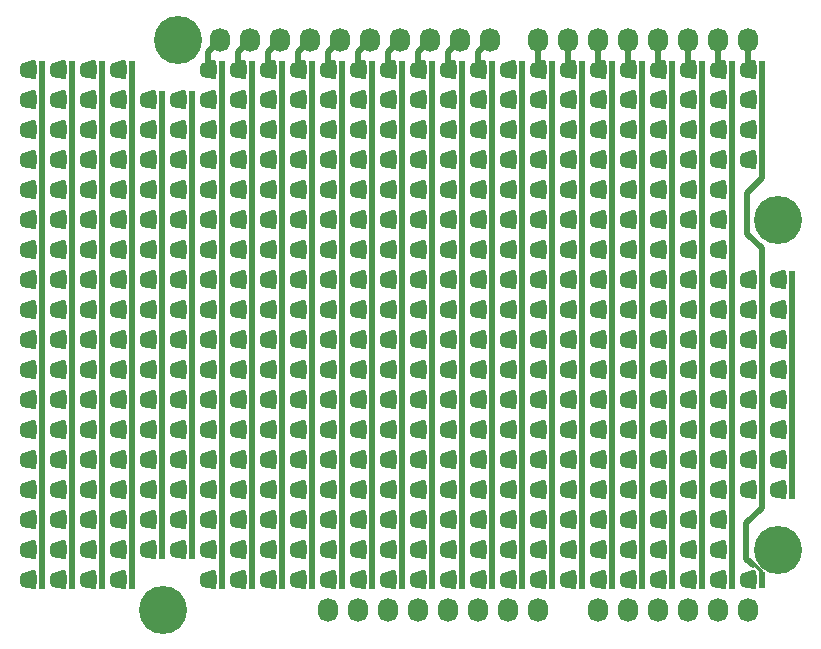
<source format=gbr>
G04 #@! TF.FileFunction,Copper,L1,Top,Signal*
%FSLAX46Y46*%
G04 Gerber Fmt 4.6, Leading zero omitted, Abs format (unit mm)*
G04 Created by KiCad (PCBNEW 4.0.2-stable) date 5/9/2017 3:48:31 PM*
%MOMM*%
G01*
G04 APERTURE LIST*
%ADD10C,0.100000*%
%ADD11C,0.177800*%
%ADD12O,1.727200X2.032000*%
%ADD13C,4.064000*%
%ADD14R,0.508000X1.524000*%
%ADD15C,1.447800*%
%ADD16R,0.508000X1.460500*%
%ADD17C,0.508000*%
%ADD18C,0.254000*%
G04 APERTURE END LIST*
D10*
D11*
X177520600Y-114223800D02*
X177520600Y-113614200D01*
X177190400Y-114223800D02*
X177520600Y-114223800D01*
X177647600Y-113817400D02*
X177190400Y-114223800D01*
X177571400Y-113538000D02*
X177317400Y-113157000D01*
X177520600Y-113131600D02*
X177571400Y-113538000D01*
X177038000Y-113030000D02*
X177520600Y-113131600D01*
X177647600Y-112979200D02*
X177038000Y-113030000D01*
X177673000Y-113665000D02*
X177647600Y-112979200D01*
X177038000Y-114300000D02*
X177038000Y-113030000D01*
X177647600Y-114350800D02*
X177038000Y-114300000D01*
X177673000Y-113665000D02*
X177647600Y-114350800D01*
X177520600Y-111683800D02*
X177520600Y-111074200D01*
X177190400Y-111683800D02*
X177520600Y-111683800D01*
X177647600Y-111277400D02*
X177190400Y-111683800D01*
X177571400Y-110998000D02*
X177317400Y-110617000D01*
X177520600Y-110591600D02*
X177571400Y-110998000D01*
X177038000Y-110490000D02*
X177520600Y-110591600D01*
X177647600Y-110439200D02*
X177038000Y-110490000D01*
X177673000Y-111125000D02*
X177647600Y-110439200D01*
X177038000Y-111760000D02*
X177038000Y-110490000D01*
X177647600Y-111810800D02*
X177038000Y-111760000D01*
X177673000Y-111125000D02*
X177647600Y-111810800D01*
X177520600Y-109143800D02*
X177520600Y-108534200D01*
X177190400Y-109143800D02*
X177520600Y-109143800D01*
X177647600Y-108737400D02*
X177190400Y-109143800D01*
X177571400Y-108458000D02*
X177317400Y-108077000D01*
X177520600Y-108051600D02*
X177571400Y-108458000D01*
X177038000Y-107950000D02*
X177520600Y-108051600D01*
X177647600Y-107899200D02*
X177038000Y-107950000D01*
X177673000Y-108585000D02*
X177647600Y-107899200D01*
X177038000Y-109220000D02*
X177038000Y-107950000D01*
X177647600Y-109270800D02*
X177038000Y-109220000D01*
X177673000Y-108585000D02*
X177647600Y-109270800D01*
X177520600Y-106603800D02*
X177520600Y-105994200D01*
X177190400Y-106603800D02*
X177520600Y-106603800D01*
X177647600Y-106197400D02*
X177190400Y-106603800D01*
X177571400Y-105918000D02*
X177317400Y-105537000D01*
X177520600Y-105511600D02*
X177571400Y-105918000D01*
X177038000Y-105410000D02*
X177520600Y-105511600D01*
X177647600Y-105359200D02*
X177038000Y-105410000D01*
X177673000Y-106045000D02*
X177647600Y-105359200D01*
X177038000Y-106680000D02*
X177038000Y-105410000D01*
X177647600Y-106730800D02*
X177038000Y-106680000D01*
X177673000Y-106045000D02*
X177647600Y-106730800D01*
X177520600Y-104063800D02*
X177520600Y-103454200D01*
X177190400Y-104063800D02*
X177520600Y-104063800D01*
X177647600Y-103657400D02*
X177190400Y-104063800D01*
X177571400Y-103378000D02*
X177317400Y-102997000D01*
X177520600Y-102971600D02*
X177571400Y-103378000D01*
X177038000Y-102870000D02*
X177520600Y-102971600D01*
X177647600Y-102819200D02*
X177038000Y-102870000D01*
X177673000Y-103505000D02*
X177647600Y-102819200D01*
X177038000Y-104140000D02*
X177038000Y-102870000D01*
X177647600Y-104190800D02*
X177038000Y-104140000D01*
X177673000Y-103505000D02*
X177647600Y-104190800D01*
X177520600Y-101523800D02*
X177520600Y-100914200D01*
X177190400Y-101523800D02*
X177520600Y-101523800D01*
X177647600Y-101117400D02*
X177190400Y-101523800D01*
X177571400Y-100838000D02*
X177317400Y-100457000D01*
X177520600Y-100431600D02*
X177571400Y-100838000D01*
X177038000Y-100330000D02*
X177520600Y-100431600D01*
X177647600Y-100279200D02*
X177038000Y-100330000D01*
X177673000Y-100965000D02*
X177647600Y-100279200D01*
X177038000Y-101600000D02*
X177038000Y-100330000D01*
X177647600Y-101650800D02*
X177038000Y-101600000D01*
X177673000Y-100965000D02*
X177647600Y-101650800D01*
X177520600Y-98983800D02*
X177520600Y-98374200D01*
X177190400Y-98983800D02*
X177520600Y-98983800D01*
X177647600Y-98577400D02*
X177190400Y-98983800D01*
X177571400Y-98298000D02*
X177317400Y-97917000D01*
X177520600Y-97891600D02*
X177571400Y-98298000D01*
X177038000Y-97790000D02*
X177520600Y-97891600D01*
X177647600Y-97739200D02*
X177038000Y-97790000D01*
X177673000Y-98425000D02*
X177647600Y-97739200D01*
X177038000Y-99060000D02*
X177038000Y-97790000D01*
X177647600Y-99110800D02*
X177038000Y-99060000D01*
X177673000Y-98425000D02*
X177647600Y-99110800D01*
X177520600Y-96443800D02*
X177520600Y-95834200D01*
X177190400Y-96443800D02*
X177520600Y-96443800D01*
X177647600Y-96037400D02*
X177190400Y-96443800D01*
X177571400Y-95758000D02*
X177317400Y-95377000D01*
X177520600Y-95351600D02*
X177571400Y-95758000D01*
X177038000Y-95250000D02*
X177520600Y-95351600D01*
X177647600Y-95199200D02*
X177038000Y-95250000D01*
X177673000Y-95885000D02*
X177647600Y-95199200D01*
X177038000Y-96520000D02*
X177038000Y-95250000D01*
X177647600Y-96570800D02*
X177038000Y-96520000D01*
X177673000Y-95885000D02*
X177647600Y-96570800D01*
X174980600Y-121843800D02*
X174980600Y-121234200D01*
X174650400Y-121843800D02*
X174980600Y-121843800D01*
X175107600Y-121437400D02*
X174650400Y-121843800D01*
X175031400Y-121158000D02*
X174777400Y-120777000D01*
X174980600Y-120751600D02*
X175031400Y-121158000D01*
X174498000Y-120650000D02*
X174980600Y-120751600D01*
X175107600Y-120599200D02*
X174498000Y-120650000D01*
X175133000Y-121285000D02*
X175107600Y-120599200D01*
X174498000Y-121920000D02*
X174498000Y-120650000D01*
X175107600Y-121970800D02*
X174498000Y-121920000D01*
X175133000Y-121285000D02*
X175107600Y-121970800D01*
X174980600Y-114223800D02*
X174980600Y-113614200D01*
X174650400Y-114223800D02*
X174980600Y-114223800D01*
X175107600Y-113817400D02*
X174650400Y-114223800D01*
X175031400Y-113538000D02*
X174777400Y-113157000D01*
X174980600Y-113131600D02*
X175031400Y-113538000D01*
X174498000Y-113030000D02*
X174980600Y-113131600D01*
X175107600Y-112979200D02*
X174498000Y-113030000D01*
X175133000Y-113665000D02*
X175107600Y-112979200D01*
X174498000Y-114300000D02*
X174498000Y-113030000D01*
X175107600Y-114350800D02*
X174498000Y-114300000D01*
X175133000Y-113665000D02*
X175107600Y-114350800D01*
X174980600Y-111683800D02*
X174980600Y-111074200D01*
X174650400Y-111683800D02*
X174980600Y-111683800D01*
X175107600Y-111277400D02*
X174650400Y-111683800D01*
X175031400Y-110998000D02*
X174777400Y-110617000D01*
X174980600Y-110591600D02*
X175031400Y-110998000D01*
X174498000Y-110490000D02*
X174980600Y-110591600D01*
X175107600Y-110439200D02*
X174498000Y-110490000D01*
X175133000Y-111125000D02*
X175107600Y-110439200D01*
X174498000Y-111760000D02*
X174498000Y-110490000D01*
X175107600Y-111810800D02*
X174498000Y-111760000D01*
X175133000Y-111125000D02*
X175107600Y-111810800D01*
X174980600Y-109143800D02*
X174980600Y-108534200D01*
X174650400Y-109143800D02*
X174980600Y-109143800D01*
X175107600Y-108737400D02*
X174650400Y-109143800D01*
X175031400Y-108458000D02*
X174777400Y-108077000D01*
X174980600Y-108051600D02*
X175031400Y-108458000D01*
X174498000Y-107950000D02*
X174980600Y-108051600D01*
X175107600Y-107899200D02*
X174498000Y-107950000D01*
X175133000Y-108585000D02*
X175107600Y-107899200D01*
X174498000Y-109220000D02*
X174498000Y-107950000D01*
X175107600Y-109270800D02*
X174498000Y-109220000D01*
X175133000Y-108585000D02*
X175107600Y-109270800D01*
X174980600Y-106603800D02*
X174980600Y-105994200D01*
X174650400Y-106603800D02*
X174980600Y-106603800D01*
X175107600Y-106197400D02*
X174650400Y-106603800D01*
X175031400Y-105918000D02*
X174777400Y-105537000D01*
X174980600Y-105511600D02*
X175031400Y-105918000D01*
X174498000Y-105410000D02*
X174980600Y-105511600D01*
X175107600Y-105359200D02*
X174498000Y-105410000D01*
X175133000Y-106045000D02*
X175107600Y-105359200D01*
X174498000Y-106680000D02*
X174498000Y-105410000D01*
X175107600Y-106730800D02*
X174498000Y-106680000D01*
X175133000Y-106045000D02*
X175107600Y-106730800D01*
X174980600Y-104063800D02*
X174980600Y-103454200D01*
X174650400Y-104063800D02*
X174980600Y-104063800D01*
X175107600Y-103657400D02*
X174650400Y-104063800D01*
X175031400Y-103378000D02*
X174777400Y-102997000D01*
X174980600Y-102971600D02*
X175031400Y-103378000D01*
X174498000Y-102870000D02*
X174980600Y-102971600D01*
X175107600Y-102819200D02*
X174498000Y-102870000D01*
X175133000Y-103505000D02*
X175107600Y-102819200D01*
X174498000Y-104140000D02*
X174498000Y-102870000D01*
X175107600Y-104190800D02*
X174498000Y-104140000D01*
X175133000Y-103505000D02*
X175107600Y-104190800D01*
X174980600Y-101523800D02*
X174980600Y-100914200D01*
X174650400Y-101523800D02*
X174980600Y-101523800D01*
X175107600Y-101117400D02*
X174650400Y-101523800D01*
X175031400Y-100838000D02*
X174777400Y-100457000D01*
X174980600Y-100431600D02*
X175031400Y-100838000D01*
X174498000Y-100330000D02*
X174980600Y-100431600D01*
X175107600Y-100279200D02*
X174498000Y-100330000D01*
X175133000Y-100965000D02*
X175107600Y-100279200D01*
X174498000Y-101600000D02*
X174498000Y-100330000D01*
X175107600Y-101650800D02*
X174498000Y-101600000D01*
X175133000Y-100965000D02*
X175107600Y-101650800D01*
X174980600Y-98983800D02*
X174980600Y-98374200D01*
X174650400Y-98983800D02*
X174980600Y-98983800D01*
X175107600Y-98577400D02*
X174650400Y-98983800D01*
X175031400Y-98298000D02*
X174777400Y-97917000D01*
X174980600Y-97891600D02*
X175031400Y-98298000D01*
X174498000Y-97790000D02*
X174980600Y-97891600D01*
X175107600Y-97739200D02*
X174498000Y-97790000D01*
X175133000Y-98425000D02*
X175107600Y-97739200D01*
X174498000Y-99060000D02*
X174498000Y-97790000D01*
X175107600Y-99110800D02*
X174498000Y-99060000D01*
X175133000Y-98425000D02*
X175107600Y-99110800D01*
X174980600Y-96443800D02*
X174980600Y-95834200D01*
X174650400Y-96443800D02*
X174980600Y-96443800D01*
X175107600Y-96037400D02*
X174650400Y-96443800D01*
X175031400Y-95758000D02*
X174777400Y-95377000D01*
X174980600Y-95351600D02*
X175031400Y-95758000D01*
X174498000Y-95250000D02*
X174980600Y-95351600D01*
X175107600Y-95199200D02*
X174498000Y-95250000D01*
X175133000Y-95885000D02*
X175107600Y-95199200D01*
X174498000Y-96520000D02*
X174498000Y-95250000D01*
X175107600Y-96570800D02*
X174498000Y-96520000D01*
X175133000Y-95885000D02*
X175107600Y-96570800D01*
X174980600Y-86283800D02*
X174980600Y-85674200D01*
X174650400Y-86283800D02*
X174980600Y-86283800D01*
X175107600Y-85877400D02*
X174650400Y-86283800D01*
X175031400Y-85598000D02*
X174777400Y-85217000D01*
X174980600Y-85191600D02*
X175031400Y-85598000D01*
X174498000Y-85090000D02*
X174980600Y-85191600D01*
X175107600Y-85039200D02*
X174498000Y-85090000D01*
X175133000Y-85725000D02*
X175107600Y-85039200D01*
X174498000Y-86360000D02*
X174498000Y-85090000D01*
X175107600Y-86410800D02*
X174498000Y-86360000D01*
X175133000Y-85725000D02*
X175107600Y-86410800D01*
X174980600Y-83743800D02*
X174980600Y-83134200D01*
X174650400Y-83743800D02*
X174980600Y-83743800D01*
X175107600Y-83337400D02*
X174650400Y-83743800D01*
X175031400Y-83058000D02*
X174777400Y-82677000D01*
X174980600Y-82651600D02*
X175031400Y-83058000D01*
X174498000Y-82550000D02*
X174980600Y-82651600D01*
X175107600Y-82499200D02*
X174498000Y-82550000D01*
X175133000Y-83185000D02*
X175107600Y-82499200D01*
X174498000Y-83820000D02*
X174498000Y-82550000D01*
X175107600Y-83870800D02*
X174498000Y-83820000D01*
X175133000Y-83185000D02*
X175107600Y-83870800D01*
X174980600Y-81203800D02*
X174980600Y-80594200D01*
X174650400Y-81203800D02*
X174980600Y-81203800D01*
X175107600Y-80797400D02*
X174650400Y-81203800D01*
X175031400Y-80518000D02*
X174777400Y-80137000D01*
X174980600Y-80111600D02*
X175031400Y-80518000D01*
X174498000Y-80010000D02*
X174980600Y-80111600D01*
X175107600Y-79959200D02*
X174498000Y-80010000D01*
X175133000Y-80645000D02*
X175107600Y-79959200D01*
X174498000Y-81280000D02*
X174498000Y-80010000D01*
X175107600Y-81330800D02*
X174498000Y-81280000D01*
X175133000Y-80645000D02*
X175107600Y-81330800D01*
X174980600Y-78663800D02*
X174980600Y-78054200D01*
X174650400Y-78663800D02*
X174980600Y-78663800D01*
X175107600Y-78257400D02*
X174650400Y-78663800D01*
X175031400Y-77978000D02*
X174777400Y-77597000D01*
X174980600Y-77571600D02*
X175031400Y-77978000D01*
X174498000Y-77470000D02*
X174980600Y-77571600D01*
X175107600Y-77419200D02*
X174498000Y-77470000D01*
X175133000Y-78105000D02*
X175107600Y-77419200D01*
X174498000Y-78740000D02*
X174498000Y-77470000D01*
X175107600Y-78790800D02*
X174498000Y-78740000D01*
X175133000Y-78105000D02*
X175107600Y-78790800D01*
X172440600Y-121843800D02*
X172440600Y-121234200D01*
X172110400Y-121843800D02*
X172440600Y-121843800D01*
X172567600Y-121437400D02*
X172110400Y-121843800D01*
X172491400Y-121158000D02*
X172237400Y-120777000D01*
X172440600Y-120751600D02*
X172491400Y-121158000D01*
X171958000Y-120650000D02*
X172440600Y-120751600D01*
X172567600Y-120599200D02*
X171958000Y-120650000D01*
X172593000Y-121285000D02*
X172567600Y-120599200D01*
X171958000Y-121920000D02*
X171958000Y-120650000D01*
X172567600Y-121970800D02*
X171958000Y-121920000D01*
X172593000Y-121285000D02*
X172567600Y-121970800D01*
X172440600Y-119303800D02*
X172440600Y-118694200D01*
X172110400Y-119303800D02*
X172440600Y-119303800D01*
X172567600Y-118897400D02*
X172110400Y-119303800D01*
X172491400Y-118618000D02*
X172237400Y-118237000D01*
X172440600Y-118211600D02*
X172491400Y-118618000D01*
X171958000Y-118110000D02*
X172440600Y-118211600D01*
X172567600Y-118059200D02*
X171958000Y-118110000D01*
X172593000Y-118745000D02*
X172567600Y-118059200D01*
X171958000Y-119380000D02*
X171958000Y-118110000D01*
X172567600Y-119430800D02*
X171958000Y-119380000D01*
X172593000Y-118745000D02*
X172567600Y-119430800D01*
X172440600Y-116763800D02*
X172440600Y-116154200D01*
X172110400Y-116763800D02*
X172440600Y-116763800D01*
X172567600Y-116357400D02*
X172110400Y-116763800D01*
X172491400Y-116078000D02*
X172237400Y-115697000D01*
X172440600Y-115671600D02*
X172491400Y-116078000D01*
X171958000Y-115570000D02*
X172440600Y-115671600D01*
X172567600Y-115519200D02*
X171958000Y-115570000D01*
X172593000Y-116205000D02*
X172567600Y-115519200D01*
X171958000Y-116840000D02*
X171958000Y-115570000D01*
X172567600Y-116890800D02*
X171958000Y-116840000D01*
X172593000Y-116205000D02*
X172567600Y-116890800D01*
X172440600Y-114223800D02*
X172440600Y-113614200D01*
X172110400Y-114223800D02*
X172440600Y-114223800D01*
X172567600Y-113817400D02*
X172110400Y-114223800D01*
X172491400Y-113538000D02*
X172237400Y-113157000D01*
X172440600Y-113131600D02*
X172491400Y-113538000D01*
X171958000Y-113030000D02*
X172440600Y-113131600D01*
X172567600Y-112979200D02*
X171958000Y-113030000D01*
X172593000Y-113665000D02*
X172567600Y-112979200D01*
X171958000Y-114300000D02*
X171958000Y-113030000D01*
X172567600Y-114350800D02*
X171958000Y-114300000D01*
X172593000Y-113665000D02*
X172567600Y-114350800D01*
X172440600Y-111683800D02*
X172440600Y-111074200D01*
X172110400Y-111683800D02*
X172440600Y-111683800D01*
X172567600Y-111277400D02*
X172110400Y-111683800D01*
X172491400Y-110998000D02*
X172237400Y-110617000D01*
X172440600Y-110591600D02*
X172491400Y-110998000D01*
X171958000Y-110490000D02*
X172440600Y-110591600D01*
X172567600Y-110439200D02*
X171958000Y-110490000D01*
X172593000Y-111125000D02*
X172567600Y-110439200D01*
X171958000Y-111760000D02*
X171958000Y-110490000D01*
X172567600Y-111810800D02*
X171958000Y-111760000D01*
X172593000Y-111125000D02*
X172567600Y-111810800D01*
X172440600Y-109143800D02*
X172440600Y-108534200D01*
X172110400Y-109143800D02*
X172440600Y-109143800D01*
X172567600Y-108737400D02*
X172110400Y-109143800D01*
X172491400Y-108458000D02*
X172237400Y-108077000D01*
X172440600Y-108051600D02*
X172491400Y-108458000D01*
X171958000Y-107950000D02*
X172440600Y-108051600D01*
X172567600Y-107899200D02*
X171958000Y-107950000D01*
X172593000Y-108585000D02*
X172567600Y-107899200D01*
X171958000Y-109220000D02*
X171958000Y-107950000D01*
X172567600Y-109270800D02*
X171958000Y-109220000D01*
X172593000Y-108585000D02*
X172567600Y-109270800D01*
X172440600Y-106603800D02*
X172440600Y-105994200D01*
X172110400Y-106603800D02*
X172440600Y-106603800D01*
X172567600Y-106197400D02*
X172110400Y-106603800D01*
X172491400Y-105918000D02*
X172237400Y-105537000D01*
X172440600Y-105511600D02*
X172491400Y-105918000D01*
X171958000Y-105410000D02*
X172440600Y-105511600D01*
X172567600Y-105359200D02*
X171958000Y-105410000D01*
X172593000Y-106045000D02*
X172567600Y-105359200D01*
X171958000Y-106680000D02*
X171958000Y-105410000D01*
X172567600Y-106730800D02*
X171958000Y-106680000D01*
X172593000Y-106045000D02*
X172567600Y-106730800D01*
X172440600Y-104063800D02*
X172440600Y-103454200D01*
X172110400Y-104063800D02*
X172440600Y-104063800D01*
X172567600Y-103657400D02*
X172110400Y-104063800D01*
X172491400Y-103378000D02*
X172237400Y-102997000D01*
X172440600Y-102971600D02*
X172491400Y-103378000D01*
X171958000Y-102870000D02*
X172440600Y-102971600D01*
X172567600Y-102819200D02*
X171958000Y-102870000D01*
X172593000Y-103505000D02*
X172567600Y-102819200D01*
X171958000Y-104140000D02*
X171958000Y-102870000D01*
X172567600Y-104190800D02*
X171958000Y-104140000D01*
X172593000Y-103505000D02*
X172567600Y-104190800D01*
X172440600Y-101523800D02*
X172440600Y-100914200D01*
X172110400Y-101523800D02*
X172440600Y-101523800D01*
X172567600Y-101117400D02*
X172110400Y-101523800D01*
X172491400Y-100838000D02*
X172237400Y-100457000D01*
X172440600Y-100431600D02*
X172491400Y-100838000D01*
X171958000Y-100330000D02*
X172440600Y-100431600D01*
X172567600Y-100279200D02*
X171958000Y-100330000D01*
X172593000Y-100965000D02*
X172567600Y-100279200D01*
X171958000Y-101600000D02*
X171958000Y-100330000D01*
X172567600Y-101650800D02*
X171958000Y-101600000D01*
X172593000Y-100965000D02*
X172567600Y-101650800D01*
X172440600Y-98983800D02*
X172440600Y-98374200D01*
X172110400Y-98983800D02*
X172440600Y-98983800D01*
X172567600Y-98577400D02*
X172110400Y-98983800D01*
X172491400Y-98298000D02*
X172237400Y-97917000D01*
X172440600Y-97891600D02*
X172491400Y-98298000D01*
X171958000Y-97790000D02*
X172440600Y-97891600D01*
X172567600Y-97739200D02*
X171958000Y-97790000D01*
X172593000Y-98425000D02*
X172567600Y-97739200D01*
X171958000Y-99060000D02*
X171958000Y-97790000D01*
X172567600Y-99110800D02*
X171958000Y-99060000D01*
X172593000Y-98425000D02*
X172567600Y-99110800D01*
X172440600Y-96443800D02*
X172440600Y-95834200D01*
X172110400Y-96443800D02*
X172440600Y-96443800D01*
X172567600Y-96037400D02*
X172110400Y-96443800D01*
X172491400Y-95758000D02*
X172237400Y-95377000D01*
X172440600Y-95351600D02*
X172491400Y-95758000D01*
X171958000Y-95250000D02*
X172440600Y-95351600D01*
X172567600Y-95199200D02*
X171958000Y-95250000D01*
X172593000Y-95885000D02*
X172567600Y-95199200D01*
X171958000Y-96520000D02*
X171958000Y-95250000D01*
X172567600Y-96570800D02*
X171958000Y-96520000D01*
X172593000Y-95885000D02*
X172567600Y-96570800D01*
X172440600Y-93903800D02*
X172440600Y-93294200D01*
X172110400Y-93903800D02*
X172440600Y-93903800D01*
X172567600Y-93497400D02*
X172110400Y-93903800D01*
X172491400Y-93218000D02*
X172237400Y-92837000D01*
X172440600Y-92811600D02*
X172491400Y-93218000D01*
X171958000Y-92710000D02*
X172440600Y-92811600D01*
X172567600Y-92659200D02*
X171958000Y-92710000D01*
X172593000Y-93345000D02*
X172567600Y-92659200D01*
X171958000Y-93980000D02*
X171958000Y-92710000D01*
X172567600Y-94030800D02*
X171958000Y-93980000D01*
X172593000Y-93345000D02*
X172567600Y-94030800D01*
X172440600Y-91363800D02*
X172440600Y-90754200D01*
X172110400Y-91363800D02*
X172440600Y-91363800D01*
X172567600Y-90957400D02*
X172110400Y-91363800D01*
X172491400Y-90678000D02*
X172237400Y-90297000D01*
X172440600Y-90271600D02*
X172491400Y-90678000D01*
X171958000Y-90170000D02*
X172440600Y-90271600D01*
X172567600Y-90119200D02*
X171958000Y-90170000D01*
X172593000Y-90805000D02*
X172567600Y-90119200D01*
X171958000Y-91440000D02*
X171958000Y-90170000D01*
X172567600Y-91490800D02*
X171958000Y-91440000D01*
X172593000Y-90805000D02*
X172567600Y-91490800D01*
X172440600Y-88823800D02*
X172440600Y-88214200D01*
X172110400Y-88823800D02*
X172440600Y-88823800D01*
X172567600Y-88417400D02*
X172110400Y-88823800D01*
X172491400Y-88138000D02*
X172237400Y-87757000D01*
X172440600Y-87731600D02*
X172491400Y-88138000D01*
X171958000Y-87630000D02*
X172440600Y-87731600D01*
X172567600Y-87579200D02*
X171958000Y-87630000D01*
X172593000Y-88265000D02*
X172567600Y-87579200D01*
X171958000Y-88900000D02*
X171958000Y-87630000D01*
X172567600Y-88950800D02*
X171958000Y-88900000D01*
X172593000Y-88265000D02*
X172567600Y-88950800D01*
X172440600Y-86283800D02*
X172440600Y-85674200D01*
X172110400Y-86283800D02*
X172440600Y-86283800D01*
X172567600Y-85877400D02*
X172110400Y-86283800D01*
X172491400Y-85598000D02*
X172237400Y-85217000D01*
X172440600Y-85191600D02*
X172491400Y-85598000D01*
X171958000Y-85090000D02*
X172440600Y-85191600D01*
X172567600Y-85039200D02*
X171958000Y-85090000D01*
X172593000Y-85725000D02*
X172567600Y-85039200D01*
X171958000Y-86360000D02*
X171958000Y-85090000D01*
X172567600Y-86410800D02*
X171958000Y-86360000D01*
X172593000Y-85725000D02*
X172567600Y-86410800D01*
X172440600Y-83743800D02*
X172440600Y-83134200D01*
X172110400Y-83743800D02*
X172440600Y-83743800D01*
X172567600Y-83337400D02*
X172110400Y-83743800D01*
X172491400Y-83058000D02*
X172237400Y-82677000D01*
X172440600Y-82651600D02*
X172491400Y-83058000D01*
X171958000Y-82550000D02*
X172440600Y-82651600D01*
X172567600Y-82499200D02*
X171958000Y-82550000D01*
X172593000Y-83185000D02*
X172567600Y-82499200D01*
X171958000Y-83820000D02*
X171958000Y-82550000D01*
X172567600Y-83870800D02*
X171958000Y-83820000D01*
X172593000Y-83185000D02*
X172567600Y-83870800D01*
X172440600Y-81203800D02*
X172440600Y-80594200D01*
X172110400Y-81203800D02*
X172440600Y-81203800D01*
X172567600Y-80797400D02*
X172110400Y-81203800D01*
X172491400Y-80518000D02*
X172237400Y-80137000D01*
X172440600Y-80111600D02*
X172491400Y-80518000D01*
X171958000Y-80010000D02*
X172440600Y-80111600D01*
X172567600Y-79959200D02*
X171958000Y-80010000D01*
X172593000Y-80645000D02*
X172567600Y-79959200D01*
X171958000Y-81280000D02*
X171958000Y-80010000D01*
X172567600Y-81330800D02*
X171958000Y-81280000D01*
X172593000Y-80645000D02*
X172567600Y-81330800D01*
X172440600Y-78663800D02*
X172440600Y-78054200D01*
X172110400Y-78663800D02*
X172440600Y-78663800D01*
X172567600Y-78257400D02*
X172110400Y-78663800D01*
X172491400Y-77978000D02*
X172237400Y-77597000D01*
X172440600Y-77571600D02*
X172491400Y-77978000D01*
X171958000Y-77470000D02*
X172440600Y-77571600D01*
X172567600Y-77419200D02*
X171958000Y-77470000D01*
X172593000Y-78105000D02*
X172567600Y-77419200D01*
X171958000Y-78740000D02*
X171958000Y-77470000D01*
X172567600Y-78790800D02*
X171958000Y-78740000D01*
X172593000Y-78105000D02*
X172567600Y-78790800D01*
X169900600Y-121843800D02*
X169900600Y-121234200D01*
X169570400Y-121843800D02*
X169900600Y-121843800D01*
X170027600Y-121437400D02*
X169570400Y-121843800D01*
X169951400Y-121158000D02*
X169697400Y-120777000D01*
X169900600Y-120751600D02*
X169951400Y-121158000D01*
X169418000Y-120650000D02*
X169900600Y-120751600D01*
X170027600Y-120599200D02*
X169418000Y-120650000D01*
X170053000Y-121285000D02*
X170027600Y-120599200D01*
X169418000Y-121920000D02*
X169418000Y-120650000D01*
X170027600Y-121970800D02*
X169418000Y-121920000D01*
X170053000Y-121285000D02*
X170027600Y-121970800D01*
X169900600Y-119303800D02*
X169900600Y-118694200D01*
X169570400Y-119303800D02*
X169900600Y-119303800D01*
X170027600Y-118897400D02*
X169570400Y-119303800D01*
X169951400Y-118618000D02*
X169697400Y-118237000D01*
X169900600Y-118211600D02*
X169951400Y-118618000D01*
X169418000Y-118110000D02*
X169900600Y-118211600D01*
X170027600Y-118059200D02*
X169418000Y-118110000D01*
X170053000Y-118745000D02*
X170027600Y-118059200D01*
X169418000Y-119380000D02*
X169418000Y-118110000D01*
X170027600Y-119430800D02*
X169418000Y-119380000D01*
X170053000Y-118745000D02*
X170027600Y-119430800D01*
X169900600Y-116763800D02*
X169900600Y-116154200D01*
X169570400Y-116763800D02*
X169900600Y-116763800D01*
X170027600Y-116357400D02*
X169570400Y-116763800D01*
X169951400Y-116078000D02*
X169697400Y-115697000D01*
X169900600Y-115671600D02*
X169951400Y-116078000D01*
X169418000Y-115570000D02*
X169900600Y-115671600D01*
X170027600Y-115519200D02*
X169418000Y-115570000D01*
X170053000Y-116205000D02*
X170027600Y-115519200D01*
X169418000Y-116840000D02*
X169418000Y-115570000D01*
X170027600Y-116890800D02*
X169418000Y-116840000D01*
X170053000Y-116205000D02*
X170027600Y-116890800D01*
X169900600Y-114223800D02*
X169900600Y-113614200D01*
X169570400Y-114223800D02*
X169900600Y-114223800D01*
X170027600Y-113817400D02*
X169570400Y-114223800D01*
X169951400Y-113538000D02*
X169697400Y-113157000D01*
X169900600Y-113131600D02*
X169951400Y-113538000D01*
X169418000Y-113030000D02*
X169900600Y-113131600D01*
X170027600Y-112979200D02*
X169418000Y-113030000D01*
X170053000Y-113665000D02*
X170027600Y-112979200D01*
X169418000Y-114300000D02*
X169418000Y-113030000D01*
X170027600Y-114350800D02*
X169418000Y-114300000D01*
X170053000Y-113665000D02*
X170027600Y-114350800D01*
X169900600Y-111683800D02*
X169900600Y-111074200D01*
X169570400Y-111683800D02*
X169900600Y-111683800D01*
X170027600Y-111277400D02*
X169570400Y-111683800D01*
X169951400Y-110998000D02*
X169697400Y-110617000D01*
X169900600Y-110591600D02*
X169951400Y-110998000D01*
X169418000Y-110490000D02*
X169900600Y-110591600D01*
X170027600Y-110439200D02*
X169418000Y-110490000D01*
X170053000Y-111125000D02*
X170027600Y-110439200D01*
X169418000Y-111760000D02*
X169418000Y-110490000D01*
X170027600Y-111810800D02*
X169418000Y-111760000D01*
X170053000Y-111125000D02*
X170027600Y-111810800D01*
X169900600Y-109143800D02*
X169900600Y-108534200D01*
X169570400Y-109143800D02*
X169900600Y-109143800D01*
X170027600Y-108737400D02*
X169570400Y-109143800D01*
X169951400Y-108458000D02*
X169697400Y-108077000D01*
X169900600Y-108051600D02*
X169951400Y-108458000D01*
X169418000Y-107950000D02*
X169900600Y-108051600D01*
X170027600Y-107899200D02*
X169418000Y-107950000D01*
X170053000Y-108585000D02*
X170027600Y-107899200D01*
X169418000Y-109220000D02*
X169418000Y-107950000D01*
X170027600Y-109270800D02*
X169418000Y-109220000D01*
X170053000Y-108585000D02*
X170027600Y-109270800D01*
X169900600Y-106603800D02*
X169900600Y-105994200D01*
X169570400Y-106603800D02*
X169900600Y-106603800D01*
X170027600Y-106197400D02*
X169570400Y-106603800D01*
X169951400Y-105918000D02*
X169697400Y-105537000D01*
X169900600Y-105511600D02*
X169951400Y-105918000D01*
X169418000Y-105410000D02*
X169900600Y-105511600D01*
X170027600Y-105359200D02*
X169418000Y-105410000D01*
X170053000Y-106045000D02*
X170027600Y-105359200D01*
X169418000Y-106680000D02*
X169418000Y-105410000D01*
X170027600Y-106730800D02*
X169418000Y-106680000D01*
X170053000Y-106045000D02*
X170027600Y-106730800D01*
X169900600Y-104063800D02*
X169900600Y-103454200D01*
X169570400Y-104063800D02*
X169900600Y-104063800D01*
X170027600Y-103657400D02*
X169570400Y-104063800D01*
X169951400Y-103378000D02*
X169697400Y-102997000D01*
X169900600Y-102971600D02*
X169951400Y-103378000D01*
X169418000Y-102870000D02*
X169900600Y-102971600D01*
X170027600Y-102819200D02*
X169418000Y-102870000D01*
X170053000Y-103505000D02*
X170027600Y-102819200D01*
X169418000Y-104140000D02*
X169418000Y-102870000D01*
X170027600Y-104190800D02*
X169418000Y-104140000D01*
X170053000Y-103505000D02*
X170027600Y-104190800D01*
X169900600Y-101523800D02*
X169900600Y-100914200D01*
X169570400Y-101523800D02*
X169900600Y-101523800D01*
X170027600Y-101117400D02*
X169570400Y-101523800D01*
X169951400Y-100838000D02*
X169697400Y-100457000D01*
X169900600Y-100431600D02*
X169951400Y-100838000D01*
X169418000Y-100330000D02*
X169900600Y-100431600D01*
X170027600Y-100279200D02*
X169418000Y-100330000D01*
X170053000Y-100965000D02*
X170027600Y-100279200D01*
X169418000Y-101600000D02*
X169418000Y-100330000D01*
X170027600Y-101650800D02*
X169418000Y-101600000D01*
X170053000Y-100965000D02*
X170027600Y-101650800D01*
X169900600Y-98983800D02*
X169900600Y-98374200D01*
X169570400Y-98983800D02*
X169900600Y-98983800D01*
X170027600Y-98577400D02*
X169570400Y-98983800D01*
X169951400Y-98298000D02*
X169697400Y-97917000D01*
X169900600Y-97891600D02*
X169951400Y-98298000D01*
X169418000Y-97790000D02*
X169900600Y-97891600D01*
X170027600Y-97739200D02*
X169418000Y-97790000D01*
X170053000Y-98425000D02*
X170027600Y-97739200D01*
X169418000Y-99060000D02*
X169418000Y-97790000D01*
X170027600Y-99110800D02*
X169418000Y-99060000D01*
X170053000Y-98425000D02*
X170027600Y-99110800D01*
X169900600Y-96443800D02*
X169900600Y-95834200D01*
X169570400Y-96443800D02*
X169900600Y-96443800D01*
X170027600Y-96037400D02*
X169570400Y-96443800D01*
X169951400Y-95758000D02*
X169697400Y-95377000D01*
X169900600Y-95351600D02*
X169951400Y-95758000D01*
X169418000Y-95250000D02*
X169900600Y-95351600D01*
X170027600Y-95199200D02*
X169418000Y-95250000D01*
X170053000Y-95885000D02*
X170027600Y-95199200D01*
X169418000Y-96520000D02*
X169418000Y-95250000D01*
X170027600Y-96570800D02*
X169418000Y-96520000D01*
X170053000Y-95885000D02*
X170027600Y-96570800D01*
X169900600Y-93903800D02*
X169900600Y-93294200D01*
X169570400Y-93903800D02*
X169900600Y-93903800D01*
X170027600Y-93497400D02*
X169570400Y-93903800D01*
X169951400Y-93218000D02*
X169697400Y-92837000D01*
X169900600Y-92811600D02*
X169951400Y-93218000D01*
X169418000Y-92710000D02*
X169900600Y-92811600D01*
X170027600Y-92659200D02*
X169418000Y-92710000D01*
X170053000Y-93345000D02*
X170027600Y-92659200D01*
X169418000Y-93980000D02*
X169418000Y-92710000D01*
X170027600Y-94030800D02*
X169418000Y-93980000D01*
X170053000Y-93345000D02*
X170027600Y-94030800D01*
X169900600Y-91363800D02*
X169900600Y-90754200D01*
X169570400Y-91363800D02*
X169900600Y-91363800D01*
X170027600Y-90957400D02*
X169570400Y-91363800D01*
X169951400Y-90678000D02*
X169697400Y-90297000D01*
X169900600Y-90271600D02*
X169951400Y-90678000D01*
X169418000Y-90170000D02*
X169900600Y-90271600D01*
X170027600Y-90119200D02*
X169418000Y-90170000D01*
X170053000Y-90805000D02*
X170027600Y-90119200D01*
X169418000Y-91440000D02*
X169418000Y-90170000D01*
X170027600Y-91490800D02*
X169418000Y-91440000D01*
X170053000Y-90805000D02*
X170027600Y-91490800D01*
X169900600Y-88823800D02*
X169900600Y-88214200D01*
X169570400Y-88823800D02*
X169900600Y-88823800D01*
X170027600Y-88417400D02*
X169570400Y-88823800D01*
X169951400Y-88138000D02*
X169697400Y-87757000D01*
X169900600Y-87731600D02*
X169951400Y-88138000D01*
X169418000Y-87630000D02*
X169900600Y-87731600D01*
X170027600Y-87579200D02*
X169418000Y-87630000D01*
X170053000Y-88265000D02*
X170027600Y-87579200D01*
X169418000Y-88900000D02*
X169418000Y-87630000D01*
X170027600Y-88950800D02*
X169418000Y-88900000D01*
X170053000Y-88265000D02*
X170027600Y-88950800D01*
X169900600Y-86283800D02*
X169900600Y-85674200D01*
X169570400Y-86283800D02*
X169900600Y-86283800D01*
X170027600Y-85877400D02*
X169570400Y-86283800D01*
X169951400Y-85598000D02*
X169697400Y-85217000D01*
X169900600Y-85191600D02*
X169951400Y-85598000D01*
X169418000Y-85090000D02*
X169900600Y-85191600D01*
X170027600Y-85039200D02*
X169418000Y-85090000D01*
X170053000Y-85725000D02*
X170027600Y-85039200D01*
X169418000Y-86360000D02*
X169418000Y-85090000D01*
X170027600Y-86410800D02*
X169418000Y-86360000D01*
X170053000Y-85725000D02*
X170027600Y-86410800D01*
X169900600Y-83743800D02*
X169900600Y-83134200D01*
X169570400Y-83743800D02*
X169900600Y-83743800D01*
X170027600Y-83337400D02*
X169570400Y-83743800D01*
X169951400Y-83058000D02*
X169697400Y-82677000D01*
X169900600Y-82651600D02*
X169951400Y-83058000D01*
X169418000Y-82550000D02*
X169900600Y-82651600D01*
X170027600Y-82499200D02*
X169418000Y-82550000D01*
X170053000Y-83185000D02*
X170027600Y-82499200D01*
X169418000Y-83820000D02*
X169418000Y-82550000D01*
X170027600Y-83870800D02*
X169418000Y-83820000D01*
X170053000Y-83185000D02*
X170027600Y-83870800D01*
X169900600Y-81203800D02*
X169900600Y-80594200D01*
X169570400Y-81203800D02*
X169900600Y-81203800D01*
X170027600Y-80797400D02*
X169570400Y-81203800D01*
X169951400Y-80518000D02*
X169697400Y-80137000D01*
X169900600Y-80111600D02*
X169951400Y-80518000D01*
X169418000Y-80010000D02*
X169900600Y-80111600D01*
X170027600Y-79959200D02*
X169418000Y-80010000D01*
X170053000Y-80645000D02*
X170027600Y-79959200D01*
X169418000Y-81280000D02*
X169418000Y-80010000D01*
X170027600Y-81330800D02*
X169418000Y-81280000D01*
X170053000Y-80645000D02*
X170027600Y-81330800D01*
X169900600Y-78663800D02*
X169900600Y-78054200D01*
X169570400Y-78663800D02*
X169900600Y-78663800D01*
X170027600Y-78257400D02*
X169570400Y-78663800D01*
X169951400Y-77978000D02*
X169697400Y-77597000D01*
X169900600Y-77571600D02*
X169951400Y-77978000D01*
X169418000Y-77470000D02*
X169900600Y-77571600D01*
X170027600Y-77419200D02*
X169418000Y-77470000D01*
X170053000Y-78105000D02*
X170027600Y-77419200D01*
X169418000Y-78740000D02*
X169418000Y-77470000D01*
X170027600Y-78790800D02*
X169418000Y-78740000D01*
X170053000Y-78105000D02*
X170027600Y-78790800D01*
X167360600Y-121843800D02*
X167360600Y-121234200D01*
X167030400Y-121843800D02*
X167360600Y-121843800D01*
X167487600Y-121437400D02*
X167030400Y-121843800D01*
X167411400Y-121158000D02*
X167157400Y-120777000D01*
X167360600Y-120751600D02*
X167411400Y-121158000D01*
X166878000Y-120650000D02*
X167360600Y-120751600D01*
X167487600Y-120599200D02*
X166878000Y-120650000D01*
X167513000Y-121285000D02*
X167487600Y-120599200D01*
X166878000Y-121920000D02*
X166878000Y-120650000D01*
X167487600Y-121970800D02*
X166878000Y-121920000D01*
X167513000Y-121285000D02*
X167487600Y-121970800D01*
X167360600Y-119303800D02*
X167360600Y-118694200D01*
X167030400Y-119303800D02*
X167360600Y-119303800D01*
X167487600Y-118897400D02*
X167030400Y-119303800D01*
X167411400Y-118618000D02*
X167157400Y-118237000D01*
X167360600Y-118211600D02*
X167411400Y-118618000D01*
X166878000Y-118110000D02*
X167360600Y-118211600D01*
X167487600Y-118059200D02*
X166878000Y-118110000D01*
X167513000Y-118745000D02*
X167487600Y-118059200D01*
X166878000Y-119380000D02*
X166878000Y-118110000D01*
X167487600Y-119430800D02*
X166878000Y-119380000D01*
X167513000Y-118745000D02*
X167487600Y-119430800D01*
X167360600Y-116763800D02*
X167360600Y-116154200D01*
X167030400Y-116763800D02*
X167360600Y-116763800D01*
X167487600Y-116357400D02*
X167030400Y-116763800D01*
X167411400Y-116078000D02*
X167157400Y-115697000D01*
X167360600Y-115671600D02*
X167411400Y-116078000D01*
X166878000Y-115570000D02*
X167360600Y-115671600D01*
X167487600Y-115519200D02*
X166878000Y-115570000D01*
X167513000Y-116205000D02*
X167487600Y-115519200D01*
X166878000Y-116840000D02*
X166878000Y-115570000D01*
X167487600Y-116890800D02*
X166878000Y-116840000D01*
X167513000Y-116205000D02*
X167487600Y-116890800D01*
X167360600Y-114223800D02*
X167360600Y-113614200D01*
X167030400Y-114223800D02*
X167360600Y-114223800D01*
X167487600Y-113817400D02*
X167030400Y-114223800D01*
X167411400Y-113538000D02*
X167157400Y-113157000D01*
X167360600Y-113131600D02*
X167411400Y-113538000D01*
X166878000Y-113030000D02*
X167360600Y-113131600D01*
X167487600Y-112979200D02*
X166878000Y-113030000D01*
X167513000Y-113665000D02*
X167487600Y-112979200D01*
X166878000Y-114300000D02*
X166878000Y-113030000D01*
X167487600Y-114350800D02*
X166878000Y-114300000D01*
X167513000Y-113665000D02*
X167487600Y-114350800D01*
X167360600Y-111683800D02*
X167360600Y-111074200D01*
X167030400Y-111683800D02*
X167360600Y-111683800D01*
X167487600Y-111277400D02*
X167030400Y-111683800D01*
X167411400Y-110998000D02*
X167157400Y-110617000D01*
X167360600Y-110591600D02*
X167411400Y-110998000D01*
X166878000Y-110490000D02*
X167360600Y-110591600D01*
X167487600Y-110439200D02*
X166878000Y-110490000D01*
X167513000Y-111125000D02*
X167487600Y-110439200D01*
X166878000Y-111760000D02*
X166878000Y-110490000D01*
X167487600Y-111810800D02*
X166878000Y-111760000D01*
X167513000Y-111125000D02*
X167487600Y-111810800D01*
X167360600Y-109143800D02*
X167360600Y-108534200D01*
X167030400Y-109143800D02*
X167360600Y-109143800D01*
X167487600Y-108737400D02*
X167030400Y-109143800D01*
X167411400Y-108458000D02*
X167157400Y-108077000D01*
X167360600Y-108051600D02*
X167411400Y-108458000D01*
X166878000Y-107950000D02*
X167360600Y-108051600D01*
X167487600Y-107899200D02*
X166878000Y-107950000D01*
X167513000Y-108585000D02*
X167487600Y-107899200D01*
X166878000Y-109220000D02*
X166878000Y-107950000D01*
X167487600Y-109270800D02*
X166878000Y-109220000D01*
X167513000Y-108585000D02*
X167487600Y-109270800D01*
X167360600Y-106603800D02*
X167360600Y-105994200D01*
X167030400Y-106603800D02*
X167360600Y-106603800D01*
X167487600Y-106197400D02*
X167030400Y-106603800D01*
X167411400Y-105918000D02*
X167157400Y-105537000D01*
X167360600Y-105511600D02*
X167411400Y-105918000D01*
X166878000Y-105410000D02*
X167360600Y-105511600D01*
X167487600Y-105359200D02*
X166878000Y-105410000D01*
X167513000Y-106045000D02*
X167487600Y-105359200D01*
X166878000Y-106680000D02*
X166878000Y-105410000D01*
X167487600Y-106730800D02*
X166878000Y-106680000D01*
X167513000Y-106045000D02*
X167487600Y-106730800D01*
X167360600Y-104063800D02*
X167360600Y-103454200D01*
X167030400Y-104063800D02*
X167360600Y-104063800D01*
X167487600Y-103657400D02*
X167030400Y-104063800D01*
X167411400Y-103378000D02*
X167157400Y-102997000D01*
X167360600Y-102971600D02*
X167411400Y-103378000D01*
X166878000Y-102870000D02*
X167360600Y-102971600D01*
X167487600Y-102819200D02*
X166878000Y-102870000D01*
X167513000Y-103505000D02*
X167487600Y-102819200D01*
X166878000Y-104140000D02*
X166878000Y-102870000D01*
X167487600Y-104190800D02*
X166878000Y-104140000D01*
X167513000Y-103505000D02*
X167487600Y-104190800D01*
X167360600Y-101523800D02*
X167360600Y-100914200D01*
X167030400Y-101523800D02*
X167360600Y-101523800D01*
X167487600Y-101117400D02*
X167030400Y-101523800D01*
X167411400Y-100838000D02*
X167157400Y-100457000D01*
X167360600Y-100431600D02*
X167411400Y-100838000D01*
X166878000Y-100330000D02*
X167360600Y-100431600D01*
X167487600Y-100279200D02*
X166878000Y-100330000D01*
X167513000Y-100965000D02*
X167487600Y-100279200D01*
X166878000Y-101600000D02*
X166878000Y-100330000D01*
X167487600Y-101650800D02*
X166878000Y-101600000D01*
X167513000Y-100965000D02*
X167487600Y-101650800D01*
X167360600Y-98983800D02*
X167360600Y-98374200D01*
X167030400Y-98983800D02*
X167360600Y-98983800D01*
X167487600Y-98577400D02*
X167030400Y-98983800D01*
X167411400Y-98298000D02*
X167157400Y-97917000D01*
X167360600Y-97891600D02*
X167411400Y-98298000D01*
X166878000Y-97790000D02*
X167360600Y-97891600D01*
X167487600Y-97739200D02*
X166878000Y-97790000D01*
X167513000Y-98425000D02*
X167487600Y-97739200D01*
X166878000Y-99060000D02*
X166878000Y-97790000D01*
X167487600Y-99110800D02*
X166878000Y-99060000D01*
X167513000Y-98425000D02*
X167487600Y-99110800D01*
X167360600Y-96443800D02*
X167360600Y-95834200D01*
X167030400Y-96443800D02*
X167360600Y-96443800D01*
X167487600Y-96037400D02*
X167030400Y-96443800D01*
X167411400Y-95758000D02*
X167157400Y-95377000D01*
X167360600Y-95351600D02*
X167411400Y-95758000D01*
X166878000Y-95250000D02*
X167360600Y-95351600D01*
X167487600Y-95199200D02*
X166878000Y-95250000D01*
X167513000Y-95885000D02*
X167487600Y-95199200D01*
X166878000Y-96520000D02*
X166878000Y-95250000D01*
X167487600Y-96570800D02*
X166878000Y-96520000D01*
X167513000Y-95885000D02*
X167487600Y-96570800D01*
X167360600Y-93903800D02*
X167360600Y-93294200D01*
X167030400Y-93903800D02*
X167360600Y-93903800D01*
X167487600Y-93497400D02*
X167030400Y-93903800D01*
X167411400Y-93218000D02*
X167157400Y-92837000D01*
X167360600Y-92811600D02*
X167411400Y-93218000D01*
X166878000Y-92710000D02*
X167360600Y-92811600D01*
X167487600Y-92659200D02*
X166878000Y-92710000D01*
X167513000Y-93345000D02*
X167487600Y-92659200D01*
X166878000Y-93980000D02*
X166878000Y-92710000D01*
X167487600Y-94030800D02*
X166878000Y-93980000D01*
X167513000Y-93345000D02*
X167487600Y-94030800D01*
X167360600Y-91363800D02*
X167360600Y-90754200D01*
X167030400Y-91363800D02*
X167360600Y-91363800D01*
X167487600Y-90957400D02*
X167030400Y-91363800D01*
X167411400Y-90678000D02*
X167157400Y-90297000D01*
X167360600Y-90271600D02*
X167411400Y-90678000D01*
X166878000Y-90170000D02*
X167360600Y-90271600D01*
X167487600Y-90119200D02*
X166878000Y-90170000D01*
X167513000Y-90805000D02*
X167487600Y-90119200D01*
X166878000Y-91440000D02*
X166878000Y-90170000D01*
X167487600Y-91490800D02*
X166878000Y-91440000D01*
X167513000Y-90805000D02*
X167487600Y-91490800D01*
X167360600Y-88823800D02*
X167360600Y-88214200D01*
X167030400Y-88823800D02*
X167360600Y-88823800D01*
X167487600Y-88417400D02*
X167030400Y-88823800D01*
X167411400Y-88138000D02*
X167157400Y-87757000D01*
X167360600Y-87731600D02*
X167411400Y-88138000D01*
X166878000Y-87630000D02*
X167360600Y-87731600D01*
X167487600Y-87579200D02*
X166878000Y-87630000D01*
X167513000Y-88265000D02*
X167487600Y-87579200D01*
X166878000Y-88900000D02*
X166878000Y-87630000D01*
X167487600Y-88950800D02*
X166878000Y-88900000D01*
X167513000Y-88265000D02*
X167487600Y-88950800D01*
X167360600Y-86283800D02*
X167360600Y-85674200D01*
X167030400Y-86283800D02*
X167360600Y-86283800D01*
X167487600Y-85877400D02*
X167030400Y-86283800D01*
X167411400Y-85598000D02*
X167157400Y-85217000D01*
X167360600Y-85191600D02*
X167411400Y-85598000D01*
X166878000Y-85090000D02*
X167360600Y-85191600D01*
X167487600Y-85039200D02*
X166878000Y-85090000D01*
X167513000Y-85725000D02*
X167487600Y-85039200D01*
X166878000Y-86360000D02*
X166878000Y-85090000D01*
X167487600Y-86410800D02*
X166878000Y-86360000D01*
X167513000Y-85725000D02*
X167487600Y-86410800D01*
X167360600Y-83743800D02*
X167360600Y-83134200D01*
X167030400Y-83743800D02*
X167360600Y-83743800D01*
X167487600Y-83337400D02*
X167030400Y-83743800D01*
X167411400Y-83058000D02*
X167157400Y-82677000D01*
X167360600Y-82651600D02*
X167411400Y-83058000D01*
X166878000Y-82550000D02*
X167360600Y-82651600D01*
X167487600Y-82499200D02*
X166878000Y-82550000D01*
X167513000Y-83185000D02*
X167487600Y-82499200D01*
X166878000Y-83820000D02*
X166878000Y-82550000D01*
X167487600Y-83870800D02*
X166878000Y-83820000D01*
X167513000Y-83185000D02*
X167487600Y-83870800D01*
X167360600Y-81203800D02*
X167360600Y-80594200D01*
X167030400Y-81203800D02*
X167360600Y-81203800D01*
X167487600Y-80797400D02*
X167030400Y-81203800D01*
X167411400Y-80518000D02*
X167157400Y-80137000D01*
X167360600Y-80111600D02*
X167411400Y-80518000D01*
X166878000Y-80010000D02*
X167360600Y-80111600D01*
X167487600Y-79959200D02*
X166878000Y-80010000D01*
X167513000Y-80645000D02*
X167487600Y-79959200D01*
X166878000Y-81280000D02*
X166878000Y-80010000D01*
X167487600Y-81330800D02*
X166878000Y-81280000D01*
X167513000Y-80645000D02*
X167487600Y-81330800D01*
X167360600Y-78663800D02*
X167360600Y-78054200D01*
X167030400Y-78663800D02*
X167360600Y-78663800D01*
X167487600Y-78257400D02*
X167030400Y-78663800D01*
X167411400Y-77978000D02*
X167157400Y-77597000D01*
X167360600Y-77571600D02*
X167411400Y-77978000D01*
X166878000Y-77470000D02*
X167360600Y-77571600D01*
X167487600Y-77419200D02*
X166878000Y-77470000D01*
X167513000Y-78105000D02*
X167487600Y-77419200D01*
X166878000Y-78740000D02*
X166878000Y-77470000D01*
X167487600Y-78790800D02*
X166878000Y-78740000D01*
X167513000Y-78105000D02*
X167487600Y-78790800D01*
X164820600Y-121843800D02*
X164820600Y-121234200D01*
X164490400Y-121843800D02*
X164820600Y-121843800D01*
X164947600Y-121437400D02*
X164490400Y-121843800D01*
X164871400Y-121158000D02*
X164617400Y-120777000D01*
X164820600Y-120751600D02*
X164871400Y-121158000D01*
X164338000Y-120650000D02*
X164820600Y-120751600D01*
X164947600Y-120599200D02*
X164338000Y-120650000D01*
X164973000Y-121285000D02*
X164947600Y-120599200D01*
X164338000Y-121920000D02*
X164338000Y-120650000D01*
X164947600Y-121970800D02*
X164338000Y-121920000D01*
X164973000Y-121285000D02*
X164947600Y-121970800D01*
X164820600Y-119303800D02*
X164820600Y-118694200D01*
X164490400Y-119303800D02*
X164820600Y-119303800D01*
X164947600Y-118897400D02*
X164490400Y-119303800D01*
X164871400Y-118618000D02*
X164617400Y-118237000D01*
X164820600Y-118211600D02*
X164871400Y-118618000D01*
X164338000Y-118110000D02*
X164820600Y-118211600D01*
X164947600Y-118059200D02*
X164338000Y-118110000D01*
X164973000Y-118745000D02*
X164947600Y-118059200D01*
X164338000Y-119380000D02*
X164338000Y-118110000D01*
X164947600Y-119430800D02*
X164338000Y-119380000D01*
X164973000Y-118745000D02*
X164947600Y-119430800D01*
X164820600Y-116763800D02*
X164820600Y-116154200D01*
X164490400Y-116763800D02*
X164820600Y-116763800D01*
X164947600Y-116357400D02*
X164490400Y-116763800D01*
X164871400Y-116078000D02*
X164617400Y-115697000D01*
X164820600Y-115671600D02*
X164871400Y-116078000D01*
X164338000Y-115570000D02*
X164820600Y-115671600D01*
X164947600Y-115519200D02*
X164338000Y-115570000D01*
X164973000Y-116205000D02*
X164947600Y-115519200D01*
X164338000Y-116840000D02*
X164338000Y-115570000D01*
X164947600Y-116890800D02*
X164338000Y-116840000D01*
X164973000Y-116205000D02*
X164947600Y-116890800D01*
X164820600Y-114223800D02*
X164820600Y-113614200D01*
X164490400Y-114223800D02*
X164820600Y-114223800D01*
X164947600Y-113817400D02*
X164490400Y-114223800D01*
X164871400Y-113538000D02*
X164617400Y-113157000D01*
X164820600Y-113131600D02*
X164871400Y-113538000D01*
X164338000Y-113030000D02*
X164820600Y-113131600D01*
X164947600Y-112979200D02*
X164338000Y-113030000D01*
X164973000Y-113665000D02*
X164947600Y-112979200D01*
X164338000Y-114300000D02*
X164338000Y-113030000D01*
X164947600Y-114350800D02*
X164338000Y-114300000D01*
X164973000Y-113665000D02*
X164947600Y-114350800D01*
X164820600Y-111683800D02*
X164820600Y-111074200D01*
X164490400Y-111683800D02*
X164820600Y-111683800D01*
X164947600Y-111277400D02*
X164490400Y-111683800D01*
X164871400Y-110998000D02*
X164617400Y-110617000D01*
X164820600Y-110591600D02*
X164871400Y-110998000D01*
X164338000Y-110490000D02*
X164820600Y-110591600D01*
X164947600Y-110439200D02*
X164338000Y-110490000D01*
X164973000Y-111125000D02*
X164947600Y-110439200D01*
X164338000Y-111760000D02*
X164338000Y-110490000D01*
X164947600Y-111810800D02*
X164338000Y-111760000D01*
X164973000Y-111125000D02*
X164947600Y-111810800D01*
X164820600Y-109143800D02*
X164820600Y-108534200D01*
X164490400Y-109143800D02*
X164820600Y-109143800D01*
X164947600Y-108737400D02*
X164490400Y-109143800D01*
X164871400Y-108458000D02*
X164617400Y-108077000D01*
X164820600Y-108051600D02*
X164871400Y-108458000D01*
X164338000Y-107950000D02*
X164820600Y-108051600D01*
X164947600Y-107899200D02*
X164338000Y-107950000D01*
X164973000Y-108585000D02*
X164947600Y-107899200D01*
X164338000Y-109220000D02*
X164338000Y-107950000D01*
X164947600Y-109270800D02*
X164338000Y-109220000D01*
X164973000Y-108585000D02*
X164947600Y-109270800D01*
X164820600Y-106603800D02*
X164820600Y-105994200D01*
X164490400Y-106603800D02*
X164820600Y-106603800D01*
X164947600Y-106197400D02*
X164490400Y-106603800D01*
X164871400Y-105918000D02*
X164617400Y-105537000D01*
X164820600Y-105511600D02*
X164871400Y-105918000D01*
X164338000Y-105410000D02*
X164820600Y-105511600D01*
X164947600Y-105359200D02*
X164338000Y-105410000D01*
X164973000Y-106045000D02*
X164947600Y-105359200D01*
X164338000Y-106680000D02*
X164338000Y-105410000D01*
X164947600Y-106730800D02*
X164338000Y-106680000D01*
X164973000Y-106045000D02*
X164947600Y-106730800D01*
X164820600Y-104063800D02*
X164820600Y-103454200D01*
X164490400Y-104063800D02*
X164820600Y-104063800D01*
X164947600Y-103657400D02*
X164490400Y-104063800D01*
X164871400Y-103378000D02*
X164617400Y-102997000D01*
X164820600Y-102971600D02*
X164871400Y-103378000D01*
X164338000Y-102870000D02*
X164820600Y-102971600D01*
X164947600Y-102819200D02*
X164338000Y-102870000D01*
X164973000Y-103505000D02*
X164947600Y-102819200D01*
X164338000Y-104140000D02*
X164338000Y-102870000D01*
X164947600Y-104190800D02*
X164338000Y-104140000D01*
X164973000Y-103505000D02*
X164947600Y-104190800D01*
X164820600Y-101523800D02*
X164820600Y-100914200D01*
X164490400Y-101523800D02*
X164820600Y-101523800D01*
X164947600Y-101117400D02*
X164490400Y-101523800D01*
X164871400Y-100838000D02*
X164617400Y-100457000D01*
X164820600Y-100431600D02*
X164871400Y-100838000D01*
X164338000Y-100330000D02*
X164820600Y-100431600D01*
X164947600Y-100279200D02*
X164338000Y-100330000D01*
X164973000Y-100965000D02*
X164947600Y-100279200D01*
X164338000Y-101600000D02*
X164338000Y-100330000D01*
X164947600Y-101650800D02*
X164338000Y-101600000D01*
X164973000Y-100965000D02*
X164947600Y-101650800D01*
X164820600Y-98983800D02*
X164820600Y-98374200D01*
X164490400Y-98983800D02*
X164820600Y-98983800D01*
X164947600Y-98577400D02*
X164490400Y-98983800D01*
X164871400Y-98298000D02*
X164617400Y-97917000D01*
X164820600Y-97891600D02*
X164871400Y-98298000D01*
X164338000Y-97790000D02*
X164820600Y-97891600D01*
X164947600Y-97739200D02*
X164338000Y-97790000D01*
X164973000Y-98425000D02*
X164947600Y-97739200D01*
X164338000Y-99060000D02*
X164338000Y-97790000D01*
X164947600Y-99110800D02*
X164338000Y-99060000D01*
X164973000Y-98425000D02*
X164947600Y-99110800D01*
X164820600Y-96443800D02*
X164820600Y-95834200D01*
X164490400Y-96443800D02*
X164820600Y-96443800D01*
X164947600Y-96037400D02*
X164490400Y-96443800D01*
X164871400Y-95758000D02*
X164617400Y-95377000D01*
X164820600Y-95351600D02*
X164871400Y-95758000D01*
X164338000Y-95250000D02*
X164820600Y-95351600D01*
X164947600Y-95199200D02*
X164338000Y-95250000D01*
X164973000Y-95885000D02*
X164947600Y-95199200D01*
X164338000Y-96520000D02*
X164338000Y-95250000D01*
X164947600Y-96570800D02*
X164338000Y-96520000D01*
X164973000Y-95885000D02*
X164947600Y-96570800D01*
X164820600Y-93903800D02*
X164820600Y-93294200D01*
X164490400Y-93903800D02*
X164820600Y-93903800D01*
X164947600Y-93497400D02*
X164490400Y-93903800D01*
X164871400Y-93218000D02*
X164617400Y-92837000D01*
X164820600Y-92811600D02*
X164871400Y-93218000D01*
X164338000Y-92710000D02*
X164820600Y-92811600D01*
X164947600Y-92659200D02*
X164338000Y-92710000D01*
X164973000Y-93345000D02*
X164947600Y-92659200D01*
X164338000Y-93980000D02*
X164338000Y-92710000D01*
X164947600Y-94030800D02*
X164338000Y-93980000D01*
X164973000Y-93345000D02*
X164947600Y-94030800D01*
X164820600Y-91363800D02*
X164820600Y-90754200D01*
X164490400Y-91363800D02*
X164820600Y-91363800D01*
X164947600Y-90957400D02*
X164490400Y-91363800D01*
X164871400Y-90678000D02*
X164617400Y-90297000D01*
X164820600Y-90271600D02*
X164871400Y-90678000D01*
X164338000Y-90170000D02*
X164820600Y-90271600D01*
X164947600Y-90119200D02*
X164338000Y-90170000D01*
X164973000Y-90805000D02*
X164947600Y-90119200D01*
X164338000Y-91440000D02*
X164338000Y-90170000D01*
X164947600Y-91490800D02*
X164338000Y-91440000D01*
X164973000Y-90805000D02*
X164947600Y-91490800D01*
X164820600Y-88823800D02*
X164820600Y-88214200D01*
X164490400Y-88823800D02*
X164820600Y-88823800D01*
X164947600Y-88417400D02*
X164490400Y-88823800D01*
X164871400Y-88138000D02*
X164617400Y-87757000D01*
X164820600Y-87731600D02*
X164871400Y-88138000D01*
X164338000Y-87630000D02*
X164820600Y-87731600D01*
X164947600Y-87579200D02*
X164338000Y-87630000D01*
X164973000Y-88265000D02*
X164947600Y-87579200D01*
X164338000Y-88900000D02*
X164338000Y-87630000D01*
X164947600Y-88950800D02*
X164338000Y-88900000D01*
X164973000Y-88265000D02*
X164947600Y-88950800D01*
X164820600Y-86283800D02*
X164820600Y-85674200D01*
X164490400Y-86283800D02*
X164820600Y-86283800D01*
X164947600Y-85877400D02*
X164490400Y-86283800D01*
X164871400Y-85598000D02*
X164617400Y-85217000D01*
X164820600Y-85191600D02*
X164871400Y-85598000D01*
X164338000Y-85090000D02*
X164820600Y-85191600D01*
X164947600Y-85039200D02*
X164338000Y-85090000D01*
X164973000Y-85725000D02*
X164947600Y-85039200D01*
X164338000Y-86360000D02*
X164338000Y-85090000D01*
X164947600Y-86410800D02*
X164338000Y-86360000D01*
X164973000Y-85725000D02*
X164947600Y-86410800D01*
X164820600Y-83743800D02*
X164820600Y-83134200D01*
X164490400Y-83743800D02*
X164820600Y-83743800D01*
X164947600Y-83337400D02*
X164490400Y-83743800D01*
X164871400Y-83058000D02*
X164617400Y-82677000D01*
X164820600Y-82651600D02*
X164871400Y-83058000D01*
X164338000Y-82550000D02*
X164820600Y-82651600D01*
X164947600Y-82499200D02*
X164338000Y-82550000D01*
X164973000Y-83185000D02*
X164947600Y-82499200D01*
X164338000Y-83820000D02*
X164338000Y-82550000D01*
X164947600Y-83870800D02*
X164338000Y-83820000D01*
X164973000Y-83185000D02*
X164947600Y-83870800D01*
X164820600Y-81203800D02*
X164820600Y-80594200D01*
X164490400Y-81203800D02*
X164820600Y-81203800D01*
X164947600Y-80797400D02*
X164490400Y-81203800D01*
X164871400Y-80518000D02*
X164617400Y-80137000D01*
X164820600Y-80111600D02*
X164871400Y-80518000D01*
X164338000Y-80010000D02*
X164820600Y-80111600D01*
X164947600Y-79959200D02*
X164338000Y-80010000D01*
X164973000Y-80645000D02*
X164947600Y-79959200D01*
X164338000Y-81280000D02*
X164338000Y-80010000D01*
X164947600Y-81330800D02*
X164338000Y-81280000D01*
X164973000Y-80645000D02*
X164947600Y-81330800D01*
X164820600Y-78663800D02*
X164820600Y-78054200D01*
X164490400Y-78663800D02*
X164820600Y-78663800D01*
X164947600Y-78257400D02*
X164490400Y-78663800D01*
X164871400Y-77978000D02*
X164617400Y-77597000D01*
X164820600Y-77571600D02*
X164871400Y-77978000D01*
X164338000Y-77470000D02*
X164820600Y-77571600D01*
X164947600Y-77419200D02*
X164338000Y-77470000D01*
X164973000Y-78105000D02*
X164947600Y-77419200D01*
X164338000Y-78740000D02*
X164338000Y-77470000D01*
X164947600Y-78790800D02*
X164338000Y-78740000D01*
X164973000Y-78105000D02*
X164947600Y-78790800D01*
X162280600Y-121843800D02*
X162280600Y-121234200D01*
X161950400Y-121843800D02*
X162280600Y-121843800D01*
X162407600Y-121437400D02*
X161950400Y-121843800D01*
X162331400Y-121158000D02*
X162077400Y-120777000D01*
X162280600Y-120751600D02*
X162331400Y-121158000D01*
X161798000Y-120650000D02*
X162280600Y-120751600D01*
X162407600Y-120599200D02*
X161798000Y-120650000D01*
X162433000Y-121285000D02*
X162407600Y-120599200D01*
X161798000Y-121920000D02*
X161798000Y-120650000D01*
X162407600Y-121970800D02*
X161798000Y-121920000D01*
X162433000Y-121285000D02*
X162407600Y-121970800D01*
X162280600Y-119303800D02*
X162280600Y-118694200D01*
X161950400Y-119303800D02*
X162280600Y-119303800D01*
X162407600Y-118897400D02*
X161950400Y-119303800D01*
X162331400Y-118618000D02*
X162077400Y-118237000D01*
X162280600Y-118211600D02*
X162331400Y-118618000D01*
X161798000Y-118110000D02*
X162280600Y-118211600D01*
X162407600Y-118059200D02*
X161798000Y-118110000D01*
X162433000Y-118745000D02*
X162407600Y-118059200D01*
X161798000Y-119380000D02*
X161798000Y-118110000D01*
X162407600Y-119430800D02*
X161798000Y-119380000D01*
X162433000Y-118745000D02*
X162407600Y-119430800D01*
X162280600Y-116763800D02*
X162280600Y-116154200D01*
X161950400Y-116763800D02*
X162280600Y-116763800D01*
X162407600Y-116357400D02*
X161950400Y-116763800D01*
X162331400Y-116078000D02*
X162077400Y-115697000D01*
X162280600Y-115671600D02*
X162331400Y-116078000D01*
X161798000Y-115570000D02*
X162280600Y-115671600D01*
X162407600Y-115519200D02*
X161798000Y-115570000D01*
X162433000Y-116205000D02*
X162407600Y-115519200D01*
X161798000Y-116840000D02*
X161798000Y-115570000D01*
X162407600Y-116890800D02*
X161798000Y-116840000D01*
X162433000Y-116205000D02*
X162407600Y-116890800D01*
X162280600Y-114223800D02*
X162280600Y-113614200D01*
X161950400Y-114223800D02*
X162280600Y-114223800D01*
X162407600Y-113817400D02*
X161950400Y-114223800D01*
X162331400Y-113538000D02*
X162077400Y-113157000D01*
X162280600Y-113131600D02*
X162331400Y-113538000D01*
X161798000Y-113030000D02*
X162280600Y-113131600D01*
X162407600Y-112979200D02*
X161798000Y-113030000D01*
X162433000Y-113665000D02*
X162407600Y-112979200D01*
X161798000Y-114300000D02*
X161798000Y-113030000D01*
X162407600Y-114350800D02*
X161798000Y-114300000D01*
X162433000Y-113665000D02*
X162407600Y-114350800D01*
X162280600Y-111683800D02*
X162280600Y-111074200D01*
X161950400Y-111683800D02*
X162280600Y-111683800D01*
X162407600Y-111277400D02*
X161950400Y-111683800D01*
X162331400Y-110998000D02*
X162077400Y-110617000D01*
X162280600Y-110591600D02*
X162331400Y-110998000D01*
X161798000Y-110490000D02*
X162280600Y-110591600D01*
X162407600Y-110439200D02*
X161798000Y-110490000D01*
X162433000Y-111125000D02*
X162407600Y-110439200D01*
X161798000Y-111760000D02*
X161798000Y-110490000D01*
X162407600Y-111810800D02*
X161798000Y-111760000D01*
X162433000Y-111125000D02*
X162407600Y-111810800D01*
X162280600Y-109143800D02*
X162280600Y-108534200D01*
X161950400Y-109143800D02*
X162280600Y-109143800D01*
X162407600Y-108737400D02*
X161950400Y-109143800D01*
X162331400Y-108458000D02*
X162077400Y-108077000D01*
X162280600Y-108051600D02*
X162331400Y-108458000D01*
X161798000Y-107950000D02*
X162280600Y-108051600D01*
X162407600Y-107899200D02*
X161798000Y-107950000D01*
X162433000Y-108585000D02*
X162407600Y-107899200D01*
X161798000Y-109220000D02*
X161798000Y-107950000D01*
X162407600Y-109270800D02*
X161798000Y-109220000D01*
X162433000Y-108585000D02*
X162407600Y-109270800D01*
X162280600Y-106603800D02*
X162280600Y-105994200D01*
X161950400Y-106603800D02*
X162280600Y-106603800D01*
X162407600Y-106197400D02*
X161950400Y-106603800D01*
X162331400Y-105918000D02*
X162077400Y-105537000D01*
X162280600Y-105511600D02*
X162331400Y-105918000D01*
X161798000Y-105410000D02*
X162280600Y-105511600D01*
X162407600Y-105359200D02*
X161798000Y-105410000D01*
X162433000Y-106045000D02*
X162407600Y-105359200D01*
X161798000Y-106680000D02*
X161798000Y-105410000D01*
X162407600Y-106730800D02*
X161798000Y-106680000D01*
X162433000Y-106045000D02*
X162407600Y-106730800D01*
X162280600Y-104063800D02*
X162280600Y-103454200D01*
X161950400Y-104063800D02*
X162280600Y-104063800D01*
X162407600Y-103657400D02*
X161950400Y-104063800D01*
X162331400Y-103378000D02*
X162077400Y-102997000D01*
X162280600Y-102971600D02*
X162331400Y-103378000D01*
X161798000Y-102870000D02*
X162280600Y-102971600D01*
X162407600Y-102819200D02*
X161798000Y-102870000D01*
X162433000Y-103505000D02*
X162407600Y-102819200D01*
X161798000Y-104140000D02*
X161798000Y-102870000D01*
X162407600Y-104190800D02*
X161798000Y-104140000D01*
X162433000Y-103505000D02*
X162407600Y-104190800D01*
X162280600Y-101523800D02*
X162280600Y-100914200D01*
X161950400Y-101523800D02*
X162280600Y-101523800D01*
X162407600Y-101117400D02*
X161950400Y-101523800D01*
X162331400Y-100838000D02*
X162077400Y-100457000D01*
X162280600Y-100431600D02*
X162331400Y-100838000D01*
X161798000Y-100330000D02*
X162280600Y-100431600D01*
X162407600Y-100279200D02*
X161798000Y-100330000D01*
X162433000Y-100965000D02*
X162407600Y-100279200D01*
X161798000Y-101600000D02*
X161798000Y-100330000D01*
X162407600Y-101650800D02*
X161798000Y-101600000D01*
X162433000Y-100965000D02*
X162407600Y-101650800D01*
X162280600Y-98983800D02*
X162280600Y-98374200D01*
X161950400Y-98983800D02*
X162280600Y-98983800D01*
X162407600Y-98577400D02*
X161950400Y-98983800D01*
X162331400Y-98298000D02*
X162077400Y-97917000D01*
X162280600Y-97891600D02*
X162331400Y-98298000D01*
X161798000Y-97790000D02*
X162280600Y-97891600D01*
X162407600Y-97739200D02*
X161798000Y-97790000D01*
X162433000Y-98425000D02*
X162407600Y-97739200D01*
X161798000Y-99060000D02*
X161798000Y-97790000D01*
X162407600Y-99110800D02*
X161798000Y-99060000D01*
X162433000Y-98425000D02*
X162407600Y-99110800D01*
X162280600Y-96443800D02*
X162280600Y-95834200D01*
X161950400Y-96443800D02*
X162280600Y-96443800D01*
X162407600Y-96037400D02*
X161950400Y-96443800D01*
X162331400Y-95758000D02*
X162077400Y-95377000D01*
X162280600Y-95351600D02*
X162331400Y-95758000D01*
X161798000Y-95250000D02*
X162280600Y-95351600D01*
X162407600Y-95199200D02*
X161798000Y-95250000D01*
X162433000Y-95885000D02*
X162407600Y-95199200D01*
X161798000Y-96520000D02*
X161798000Y-95250000D01*
X162407600Y-96570800D02*
X161798000Y-96520000D01*
X162433000Y-95885000D02*
X162407600Y-96570800D01*
X162280600Y-93903800D02*
X162280600Y-93294200D01*
X161950400Y-93903800D02*
X162280600Y-93903800D01*
X162407600Y-93497400D02*
X161950400Y-93903800D01*
X162331400Y-93218000D02*
X162077400Y-92837000D01*
X162280600Y-92811600D02*
X162331400Y-93218000D01*
X161798000Y-92710000D02*
X162280600Y-92811600D01*
X162407600Y-92659200D02*
X161798000Y-92710000D01*
X162433000Y-93345000D02*
X162407600Y-92659200D01*
X161798000Y-93980000D02*
X161798000Y-92710000D01*
X162407600Y-94030800D02*
X161798000Y-93980000D01*
X162433000Y-93345000D02*
X162407600Y-94030800D01*
X162280600Y-91363800D02*
X162280600Y-90754200D01*
X161950400Y-91363800D02*
X162280600Y-91363800D01*
X162407600Y-90957400D02*
X161950400Y-91363800D01*
X162331400Y-90678000D02*
X162077400Y-90297000D01*
X162280600Y-90271600D02*
X162331400Y-90678000D01*
X161798000Y-90170000D02*
X162280600Y-90271600D01*
X162407600Y-90119200D02*
X161798000Y-90170000D01*
X162433000Y-90805000D02*
X162407600Y-90119200D01*
X161798000Y-91440000D02*
X161798000Y-90170000D01*
X162407600Y-91490800D02*
X161798000Y-91440000D01*
X162433000Y-90805000D02*
X162407600Y-91490800D01*
X162280600Y-88823800D02*
X162280600Y-88214200D01*
X161950400Y-88823800D02*
X162280600Y-88823800D01*
X162407600Y-88417400D02*
X161950400Y-88823800D01*
X162331400Y-88138000D02*
X162077400Y-87757000D01*
X162280600Y-87731600D02*
X162331400Y-88138000D01*
X161798000Y-87630000D02*
X162280600Y-87731600D01*
X162407600Y-87579200D02*
X161798000Y-87630000D01*
X162433000Y-88265000D02*
X162407600Y-87579200D01*
X161798000Y-88900000D02*
X161798000Y-87630000D01*
X162407600Y-88950800D02*
X161798000Y-88900000D01*
X162433000Y-88265000D02*
X162407600Y-88950800D01*
X162280600Y-86283800D02*
X162280600Y-85674200D01*
X161950400Y-86283800D02*
X162280600Y-86283800D01*
X162407600Y-85877400D02*
X161950400Y-86283800D01*
X162331400Y-85598000D02*
X162077400Y-85217000D01*
X162280600Y-85191600D02*
X162331400Y-85598000D01*
X161798000Y-85090000D02*
X162280600Y-85191600D01*
X162407600Y-85039200D02*
X161798000Y-85090000D01*
X162433000Y-85725000D02*
X162407600Y-85039200D01*
X161798000Y-86360000D02*
X161798000Y-85090000D01*
X162407600Y-86410800D02*
X161798000Y-86360000D01*
X162433000Y-85725000D02*
X162407600Y-86410800D01*
X162280600Y-83743800D02*
X162280600Y-83134200D01*
X161950400Y-83743800D02*
X162280600Y-83743800D01*
X162407600Y-83337400D02*
X161950400Y-83743800D01*
X162331400Y-83058000D02*
X162077400Y-82677000D01*
X162280600Y-82651600D02*
X162331400Y-83058000D01*
X161798000Y-82550000D02*
X162280600Y-82651600D01*
X162407600Y-82499200D02*
X161798000Y-82550000D01*
X162433000Y-83185000D02*
X162407600Y-82499200D01*
X161798000Y-83820000D02*
X161798000Y-82550000D01*
X162407600Y-83870800D02*
X161798000Y-83820000D01*
X162433000Y-83185000D02*
X162407600Y-83870800D01*
X162280600Y-81203800D02*
X162280600Y-80594200D01*
X161950400Y-81203800D02*
X162280600Y-81203800D01*
X162407600Y-80797400D02*
X161950400Y-81203800D01*
X162331400Y-80518000D02*
X162077400Y-80137000D01*
X162280600Y-80111600D02*
X162331400Y-80518000D01*
X161798000Y-80010000D02*
X162280600Y-80111600D01*
X162407600Y-79959200D02*
X161798000Y-80010000D01*
X162433000Y-80645000D02*
X162407600Y-79959200D01*
X161798000Y-81280000D02*
X161798000Y-80010000D01*
X162407600Y-81330800D02*
X161798000Y-81280000D01*
X162433000Y-80645000D02*
X162407600Y-81330800D01*
X162280600Y-78663800D02*
X162280600Y-78054200D01*
X161950400Y-78663800D02*
X162280600Y-78663800D01*
X162407600Y-78257400D02*
X161950400Y-78663800D01*
X162331400Y-77978000D02*
X162077400Y-77597000D01*
X162280600Y-77571600D02*
X162331400Y-77978000D01*
X161798000Y-77470000D02*
X162280600Y-77571600D01*
X162407600Y-77419200D02*
X161798000Y-77470000D01*
X162433000Y-78105000D02*
X162407600Y-77419200D01*
X161798000Y-78740000D02*
X161798000Y-77470000D01*
X162407600Y-78790800D02*
X161798000Y-78740000D01*
X162433000Y-78105000D02*
X162407600Y-78790800D01*
X159740600Y-121843800D02*
X159740600Y-121234200D01*
X159410400Y-121843800D02*
X159740600Y-121843800D01*
X159867600Y-121437400D02*
X159410400Y-121843800D01*
X159791400Y-121158000D02*
X159537400Y-120777000D01*
X159740600Y-120751600D02*
X159791400Y-121158000D01*
X159258000Y-120650000D02*
X159740600Y-120751600D01*
X159867600Y-120599200D02*
X159258000Y-120650000D01*
X159893000Y-121285000D02*
X159867600Y-120599200D01*
X159258000Y-121920000D02*
X159258000Y-120650000D01*
X159867600Y-121970800D02*
X159258000Y-121920000D01*
X159893000Y-121285000D02*
X159867600Y-121970800D01*
X159740600Y-119303800D02*
X159740600Y-118694200D01*
X159410400Y-119303800D02*
X159740600Y-119303800D01*
X159867600Y-118897400D02*
X159410400Y-119303800D01*
X159791400Y-118618000D02*
X159537400Y-118237000D01*
X159740600Y-118211600D02*
X159791400Y-118618000D01*
X159258000Y-118110000D02*
X159740600Y-118211600D01*
X159867600Y-118059200D02*
X159258000Y-118110000D01*
X159893000Y-118745000D02*
X159867600Y-118059200D01*
X159258000Y-119380000D02*
X159258000Y-118110000D01*
X159867600Y-119430800D02*
X159258000Y-119380000D01*
X159893000Y-118745000D02*
X159867600Y-119430800D01*
X159740600Y-116763800D02*
X159740600Y-116154200D01*
X159410400Y-116763800D02*
X159740600Y-116763800D01*
X159867600Y-116357400D02*
X159410400Y-116763800D01*
X159791400Y-116078000D02*
X159537400Y-115697000D01*
X159740600Y-115671600D02*
X159791400Y-116078000D01*
X159258000Y-115570000D02*
X159740600Y-115671600D01*
X159867600Y-115519200D02*
X159258000Y-115570000D01*
X159893000Y-116205000D02*
X159867600Y-115519200D01*
X159258000Y-116840000D02*
X159258000Y-115570000D01*
X159867600Y-116890800D02*
X159258000Y-116840000D01*
X159893000Y-116205000D02*
X159867600Y-116890800D01*
X159740600Y-114223800D02*
X159740600Y-113614200D01*
X159410400Y-114223800D02*
X159740600Y-114223800D01*
X159867600Y-113817400D02*
X159410400Y-114223800D01*
X159791400Y-113538000D02*
X159537400Y-113157000D01*
X159740600Y-113131600D02*
X159791400Y-113538000D01*
X159258000Y-113030000D02*
X159740600Y-113131600D01*
X159867600Y-112979200D02*
X159258000Y-113030000D01*
X159893000Y-113665000D02*
X159867600Y-112979200D01*
X159258000Y-114300000D02*
X159258000Y-113030000D01*
X159867600Y-114350800D02*
X159258000Y-114300000D01*
X159893000Y-113665000D02*
X159867600Y-114350800D01*
X159740600Y-111683800D02*
X159740600Y-111074200D01*
X159410400Y-111683800D02*
X159740600Y-111683800D01*
X159867600Y-111277400D02*
X159410400Y-111683800D01*
X159791400Y-110998000D02*
X159537400Y-110617000D01*
X159740600Y-110591600D02*
X159791400Y-110998000D01*
X159258000Y-110490000D02*
X159740600Y-110591600D01*
X159867600Y-110439200D02*
X159258000Y-110490000D01*
X159893000Y-111125000D02*
X159867600Y-110439200D01*
X159258000Y-111760000D02*
X159258000Y-110490000D01*
X159867600Y-111810800D02*
X159258000Y-111760000D01*
X159893000Y-111125000D02*
X159867600Y-111810800D01*
X159740600Y-109143800D02*
X159740600Y-108534200D01*
X159410400Y-109143800D02*
X159740600Y-109143800D01*
X159867600Y-108737400D02*
X159410400Y-109143800D01*
X159791400Y-108458000D02*
X159537400Y-108077000D01*
X159740600Y-108051600D02*
X159791400Y-108458000D01*
X159258000Y-107950000D02*
X159740600Y-108051600D01*
X159867600Y-107899200D02*
X159258000Y-107950000D01*
X159893000Y-108585000D02*
X159867600Y-107899200D01*
X159258000Y-109220000D02*
X159258000Y-107950000D01*
X159867600Y-109270800D02*
X159258000Y-109220000D01*
X159893000Y-108585000D02*
X159867600Y-109270800D01*
X159740600Y-106603800D02*
X159740600Y-105994200D01*
X159410400Y-106603800D02*
X159740600Y-106603800D01*
X159867600Y-106197400D02*
X159410400Y-106603800D01*
X159791400Y-105918000D02*
X159537400Y-105537000D01*
X159740600Y-105511600D02*
X159791400Y-105918000D01*
X159258000Y-105410000D02*
X159740600Y-105511600D01*
X159867600Y-105359200D02*
X159258000Y-105410000D01*
X159893000Y-106045000D02*
X159867600Y-105359200D01*
X159258000Y-106680000D02*
X159258000Y-105410000D01*
X159867600Y-106730800D02*
X159258000Y-106680000D01*
X159893000Y-106045000D02*
X159867600Y-106730800D01*
X159740600Y-104063800D02*
X159740600Y-103454200D01*
X159410400Y-104063800D02*
X159740600Y-104063800D01*
X159867600Y-103657400D02*
X159410400Y-104063800D01*
X159791400Y-103378000D02*
X159537400Y-102997000D01*
X159740600Y-102971600D02*
X159791400Y-103378000D01*
X159258000Y-102870000D02*
X159740600Y-102971600D01*
X159867600Y-102819200D02*
X159258000Y-102870000D01*
X159893000Y-103505000D02*
X159867600Y-102819200D01*
X159258000Y-104140000D02*
X159258000Y-102870000D01*
X159867600Y-104190800D02*
X159258000Y-104140000D01*
X159893000Y-103505000D02*
X159867600Y-104190800D01*
X159740600Y-101523800D02*
X159740600Y-100914200D01*
X159410400Y-101523800D02*
X159740600Y-101523800D01*
X159867600Y-101117400D02*
X159410400Y-101523800D01*
X159791400Y-100838000D02*
X159537400Y-100457000D01*
X159740600Y-100431600D02*
X159791400Y-100838000D01*
X159258000Y-100330000D02*
X159740600Y-100431600D01*
X159867600Y-100279200D02*
X159258000Y-100330000D01*
X159893000Y-100965000D02*
X159867600Y-100279200D01*
X159258000Y-101600000D02*
X159258000Y-100330000D01*
X159867600Y-101650800D02*
X159258000Y-101600000D01*
X159893000Y-100965000D02*
X159867600Y-101650800D01*
X159740600Y-98983800D02*
X159740600Y-98374200D01*
X159410400Y-98983800D02*
X159740600Y-98983800D01*
X159867600Y-98577400D02*
X159410400Y-98983800D01*
X159791400Y-98298000D02*
X159537400Y-97917000D01*
X159740600Y-97891600D02*
X159791400Y-98298000D01*
X159258000Y-97790000D02*
X159740600Y-97891600D01*
X159867600Y-97739200D02*
X159258000Y-97790000D01*
X159893000Y-98425000D02*
X159867600Y-97739200D01*
X159258000Y-99060000D02*
X159258000Y-97790000D01*
X159867600Y-99110800D02*
X159258000Y-99060000D01*
X159893000Y-98425000D02*
X159867600Y-99110800D01*
X159740600Y-96443800D02*
X159740600Y-95834200D01*
X159410400Y-96443800D02*
X159740600Y-96443800D01*
X159867600Y-96037400D02*
X159410400Y-96443800D01*
X159791400Y-95758000D02*
X159537400Y-95377000D01*
X159740600Y-95351600D02*
X159791400Y-95758000D01*
X159258000Y-95250000D02*
X159740600Y-95351600D01*
X159867600Y-95199200D02*
X159258000Y-95250000D01*
X159893000Y-95885000D02*
X159867600Y-95199200D01*
X159258000Y-96520000D02*
X159258000Y-95250000D01*
X159867600Y-96570800D02*
X159258000Y-96520000D01*
X159893000Y-95885000D02*
X159867600Y-96570800D01*
X159740600Y-93903800D02*
X159740600Y-93294200D01*
X159410400Y-93903800D02*
X159740600Y-93903800D01*
X159867600Y-93497400D02*
X159410400Y-93903800D01*
X159791400Y-93218000D02*
X159537400Y-92837000D01*
X159740600Y-92811600D02*
X159791400Y-93218000D01*
X159258000Y-92710000D02*
X159740600Y-92811600D01*
X159867600Y-92659200D02*
X159258000Y-92710000D01*
X159893000Y-93345000D02*
X159867600Y-92659200D01*
X159258000Y-93980000D02*
X159258000Y-92710000D01*
X159867600Y-94030800D02*
X159258000Y-93980000D01*
X159893000Y-93345000D02*
X159867600Y-94030800D01*
X159740600Y-91363800D02*
X159740600Y-90754200D01*
X159410400Y-91363800D02*
X159740600Y-91363800D01*
X159867600Y-90957400D02*
X159410400Y-91363800D01*
X159791400Y-90678000D02*
X159537400Y-90297000D01*
X159740600Y-90271600D02*
X159791400Y-90678000D01*
X159258000Y-90170000D02*
X159740600Y-90271600D01*
X159867600Y-90119200D02*
X159258000Y-90170000D01*
X159893000Y-90805000D02*
X159867600Y-90119200D01*
X159258000Y-91440000D02*
X159258000Y-90170000D01*
X159867600Y-91490800D02*
X159258000Y-91440000D01*
X159893000Y-90805000D02*
X159867600Y-91490800D01*
X159740600Y-88823800D02*
X159740600Y-88214200D01*
X159410400Y-88823800D02*
X159740600Y-88823800D01*
X159867600Y-88417400D02*
X159410400Y-88823800D01*
X159791400Y-88138000D02*
X159537400Y-87757000D01*
X159740600Y-87731600D02*
X159791400Y-88138000D01*
X159258000Y-87630000D02*
X159740600Y-87731600D01*
X159867600Y-87579200D02*
X159258000Y-87630000D01*
X159893000Y-88265000D02*
X159867600Y-87579200D01*
X159258000Y-88900000D02*
X159258000Y-87630000D01*
X159867600Y-88950800D02*
X159258000Y-88900000D01*
X159893000Y-88265000D02*
X159867600Y-88950800D01*
X159740600Y-86283800D02*
X159740600Y-85674200D01*
X159410400Y-86283800D02*
X159740600Y-86283800D01*
X159867600Y-85877400D02*
X159410400Y-86283800D01*
X159791400Y-85598000D02*
X159537400Y-85217000D01*
X159740600Y-85191600D02*
X159791400Y-85598000D01*
X159258000Y-85090000D02*
X159740600Y-85191600D01*
X159867600Y-85039200D02*
X159258000Y-85090000D01*
X159893000Y-85725000D02*
X159867600Y-85039200D01*
X159258000Y-86360000D02*
X159258000Y-85090000D01*
X159867600Y-86410800D02*
X159258000Y-86360000D01*
X159893000Y-85725000D02*
X159867600Y-86410800D01*
X159740600Y-83743800D02*
X159740600Y-83134200D01*
X159410400Y-83743800D02*
X159740600Y-83743800D01*
X159867600Y-83337400D02*
X159410400Y-83743800D01*
X159791400Y-83058000D02*
X159537400Y-82677000D01*
X159740600Y-82651600D02*
X159791400Y-83058000D01*
X159258000Y-82550000D02*
X159740600Y-82651600D01*
X159867600Y-82499200D02*
X159258000Y-82550000D01*
X159893000Y-83185000D02*
X159867600Y-82499200D01*
X159258000Y-83820000D02*
X159258000Y-82550000D01*
X159867600Y-83870800D02*
X159258000Y-83820000D01*
X159893000Y-83185000D02*
X159867600Y-83870800D01*
X159740600Y-81203800D02*
X159740600Y-80594200D01*
X159410400Y-81203800D02*
X159740600Y-81203800D01*
X159867600Y-80797400D02*
X159410400Y-81203800D01*
X159791400Y-80518000D02*
X159537400Y-80137000D01*
X159740600Y-80111600D02*
X159791400Y-80518000D01*
X159258000Y-80010000D02*
X159740600Y-80111600D01*
X159867600Y-79959200D02*
X159258000Y-80010000D01*
X159893000Y-80645000D02*
X159867600Y-79959200D01*
X159258000Y-81280000D02*
X159258000Y-80010000D01*
X159867600Y-81330800D02*
X159258000Y-81280000D01*
X159893000Y-80645000D02*
X159867600Y-81330800D01*
X159740600Y-78663800D02*
X159740600Y-78054200D01*
X159410400Y-78663800D02*
X159740600Y-78663800D01*
X159867600Y-78257400D02*
X159410400Y-78663800D01*
X159791400Y-77978000D02*
X159537400Y-77597000D01*
X159740600Y-77571600D02*
X159791400Y-77978000D01*
X159258000Y-77470000D02*
X159740600Y-77571600D01*
X159867600Y-77419200D02*
X159258000Y-77470000D01*
X159893000Y-78105000D02*
X159867600Y-77419200D01*
X159258000Y-78740000D02*
X159258000Y-77470000D01*
X159867600Y-78790800D02*
X159258000Y-78740000D01*
X159893000Y-78105000D02*
X159867600Y-78790800D01*
X157200600Y-121843800D02*
X157200600Y-121234200D01*
X156870400Y-121843800D02*
X157200600Y-121843800D01*
X157327600Y-121437400D02*
X156870400Y-121843800D01*
X157251400Y-121158000D02*
X156997400Y-120777000D01*
X157200600Y-120751600D02*
X157251400Y-121158000D01*
X156718000Y-120650000D02*
X157200600Y-120751600D01*
X157327600Y-120599200D02*
X156718000Y-120650000D01*
X157353000Y-121285000D02*
X157327600Y-120599200D01*
X156718000Y-121920000D02*
X156718000Y-120650000D01*
X157327600Y-121970800D02*
X156718000Y-121920000D01*
X157353000Y-121285000D02*
X157327600Y-121970800D01*
X157200600Y-119303800D02*
X157200600Y-118694200D01*
X156870400Y-119303800D02*
X157200600Y-119303800D01*
X157327600Y-118897400D02*
X156870400Y-119303800D01*
X157251400Y-118618000D02*
X156997400Y-118237000D01*
X157200600Y-118211600D02*
X157251400Y-118618000D01*
X156718000Y-118110000D02*
X157200600Y-118211600D01*
X157327600Y-118059200D02*
X156718000Y-118110000D01*
X157353000Y-118745000D02*
X157327600Y-118059200D01*
X156718000Y-119380000D02*
X156718000Y-118110000D01*
X157327600Y-119430800D02*
X156718000Y-119380000D01*
X157353000Y-118745000D02*
X157327600Y-119430800D01*
X157200600Y-116763800D02*
X157200600Y-116154200D01*
X156870400Y-116763800D02*
X157200600Y-116763800D01*
X157327600Y-116357400D02*
X156870400Y-116763800D01*
X157251400Y-116078000D02*
X156997400Y-115697000D01*
X157200600Y-115671600D02*
X157251400Y-116078000D01*
X156718000Y-115570000D02*
X157200600Y-115671600D01*
X157327600Y-115519200D02*
X156718000Y-115570000D01*
X157353000Y-116205000D02*
X157327600Y-115519200D01*
X156718000Y-116840000D02*
X156718000Y-115570000D01*
X157327600Y-116890800D02*
X156718000Y-116840000D01*
X157353000Y-116205000D02*
X157327600Y-116890800D01*
X157200600Y-114223800D02*
X157200600Y-113614200D01*
X156870400Y-114223800D02*
X157200600Y-114223800D01*
X157327600Y-113817400D02*
X156870400Y-114223800D01*
X157251400Y-113538000D02*
X156997400Y-113157000D01*
X157200600Y-113131600D02*
X157251400Y-113538000D01*
X156718000Y-113030000D02*
X157200600Y-113131600D01*
X157327600Y-112979200D02*
X156718000Y-113030000D01*
X157353000Y-113665000D02*
X157327600Y-112979200D01*
X156718000Y-114300000D02*
X156718000Y-113030000D01*
X157327600Y-114350800D02*
X156718000Y-114300000D01*
X157353000Y-113665000D02*
X157327600Y-114350800D01*
X157200600Y-111683800D02*
X157200600Y-111074200D01*
X156870400Y-111683800D02*
X157200600Y-111683800D01*
X157327600Y-111277400D02*
X156870400Y-111683800D01*
X157251400Y-110998000D02*
X156997400Y-110617000D01*
X157200600Y-110591600D02*
X157251400Y-110998000D01*
X156718000Y-110490000D02*
X157200600Y-110591600D01*
X157327600Y-110439200D02*
X156718000Y-110490000D01*
X157353000Y-111125000D02*
X157327600Y-110439200D01*
X156718000Y-111760000D02*
X156718000Y-110490000D01*
X157327600Y-111810800D02*
X156718000Y-111760000D01*
X157353000Y-111125000D02*
X157327600Y-111810800D01*
X157200600Y-109143800D02*
X157200600Y-108534200D01*
X156870400Y-109143800D02*
X157200600Y-109143800D01*
X157327600Y-108737400D02*
X156870400Y-109143800D01*
X157251400Y-108458000D02*
X156997400Y-108077000D01*
X157200600Y-108051600D02*
X157251400Y-108458000D01*
X156718000Y-107950000D02*
X157200600Y-108051600D01*
X157327600Y-107899200D02*
X156718000Y-107950000D01*
X157353000Y-108585000D02*
X157327600Y-107899200D01*
X156718000Y-109220000D02*
X156718000Y-107950000D01*
X157327600Y-109270800D02*
X156718000Y-109220000D01*
X157353000Y-108585000D02*
X157327600Y-109270800D01*
X157200600Y-106603800D02*
X157200600Y-105994200D01*
X156870400Y-106603800D02*
X157200600Y-106603800D01*
X157327600Y-106197400D02*
X156870400Y-106603800D01*
X157251400Y-105918000D02*
X156997400Y-105537000D01*
X157200600Y-105511600D02*
X157251400Y-105918000D01*
X156718000Y-105410000D02*
X157200600Y-105511600D01*
X157327600Y-105359200D02*
X156718000Y-105410000D01*
X157353000Y-106045000D02*
X157327600Y-105359200D01*
X156718000Y-106680000D02*
X156718000Y-105410000D01*
X157327600Y-106730800D02*
X156718000Y-106680000D01*
X157353000Y-106045000D02*
X157327600Y-106730800D01*
X157200600Y-104063800D02*
X157200600Y-103454200D01*
X156870400Y-104063800D02*
X157200600Y-104063800D01*
X157327600Y-103657400D02*
X156870400Y-104063800D01*
X157251400Y-103378000D02*
X156997400Y-102997000D01*
X157200600Y-102971600D02*
X157251400Y-103378000D01*
X156718000Y-102870000D02*
X157200600Y-102971600D01*
X157327600Y-102819200D02*
X156718000Y-102870000D01*
X157353000Y-103505000D02*
X157327600Y-102819200D01*
X156718000Y-104140000D02*
X156718000Y-102870000D01*
X157327600Y-104190800D02*
X156718000Y-104140000D01*
X157353000Y-103505000D02*
X157327600Y-104190800D01*
X157200600Y-101523800D02*
X157200600Y-100914200D01*
X156870400Y-101523800D02*
X157200600Y-101523800D01*
X157327600Y-101117400D02*
X156870400Y-101523800D01*
X157251400Y-100838000D02*
X156997400Y-100457000D01*
X157200600Y-100431600D02*
X157251400Y-100838000D01*
X156718000Y-100330000D02*
X157200600Y-100431600D01*
X157327600Y-100279200D02*
X156718000Y-100330000D01*
X157353000Y-100965000D02*
X157327600Y-100279200D01*
X156718000Y-101600000D02*
X156718000Y-100330000D01*
X157327600Y-101650800D02*
X156718000Y-101600000D01*
X157353000Y-100965000D02*
X157327600Y-101650800D01*
X157200600Y-98983800D02*
X157200600Y-98374200D01*
X156870400Y-98983800D02*
X157200600Y-98983800D01*
X157327600Y-98577400D02*
X156870400Y-98983800D01*
X157251400Y-98298000D02*
X156997400Y-97917000D01*
X157200600Y-97891600D02*
X157251400Y-98298000D01*
X156718000Y-97790000D02*
X157200600Y-97891600D01*
X157327600Y-97739200D02*
X156718000Y-97790000D01*
X157353000Y-98425000D02*
X157327600Y-97739200D01*
X156718000Y-99060000D02*
X156718000Y-97790000D01*
X157327600Y-99110800D02*
X156718000Y-99060000D01*
X157353000Y-98425000D02*
X157327600Y-99110800D01*
X157200600Y-96443800D02*
X157200600Y-95834200D01*
X156870400Y-96443800D02*
X157200600Y-96443800D01*
X157327600Y-96037400D02*
X156870400Y-96443800D01*
X157251400Y-95758000D02*
X156997400Y-95377000D01*
X157200600Y-95351600D02*
X157251400Y-95758000D01*
X156718000Y-95250000D02*
X157200600Y-95351600D01*
X157327600Y-95199200D02*
X156718000Y-95250000D01*
X157353000Y-95885000D02*
X157327600Y-95199200D01*
X156718000Y-96520000D02*
X156718000Y-95250000D01*
X157327600Y-96570800D02*
X156718000Y-96520000D01*
X157353000Y-95885000D02*
X157327600Y-96570800D01*
X157200600Y-93903800D02*
X157200600Y-93294200D01*
X156870400Y-93903800D02*
X157200600Y-93903800D01*
X157327600Y-93497400D02*
X156870400Y-93903800D01*
X157251400Y-93218000D02*
X156997400Y-92837000D01*
X157200600Y-92811600D02*
X157251400Y-93218000D01*
X156718000Y-92710000D02*
X157200600Y-92811600D01*
X157327600Y-92659200D02*
X156718000Y-92710000D01*
X157353000Y-93345000D02*
X157327600Y-92659200D01*
X156718000Y-93980000D02*
X156718000Y-92710000D01*
X157327600Y-94030800D02*
X156718000Y-93980000D01*
X157353000Y-93345000D02*
X157327600Y-94030800D01*
X157200600Y-91363800D02*
X157200600Y-90754200D01*
X156870400Y-91363800D02*
X157200600Y-91363800D01*
X157327600Y-90957400D02*
X156870400Y-91363800D01*
X157251400Y-90678000D02*
X156997400Y-90297000D01*
X157200600Y-90271600D02*
X157251400Y-90678000D01*
X156718000Y-90170000D02*
X157200600Y-90271600D01*
X157327600Y-90119200D02*
X156718000Y-90170000D01*
X157353000Y-90805000D02*
X157327600Y-90119200D01*
X156718000Y-91440000D02*
X156718000Y-90170000D01*
X157327600Y-91490800D02*
X156718000Y-91440000D01*
X157353000Y-90805000D02*
X157327600Y-91490800D01*
X157200600Y-88823800D02*
X157200600Y-88214200D01*
X156870400Y-88823800D02*
X157200600Y-88823800D01*
X157327600Y-88417400D02*
X156870400Y-88823800D01*
X157251400Y-88138000D02*
X156997400Y-87757000D01*
X157200600Y-87731600D02*
X157251400Y-88138000D01*
X156718000Y-87630000D02*
X157200600Y-87731600D01*
X157327600Y-87579200D02*
X156718000Y-87630000D01*
X157353000Y-88265000D02*
X157327600Y-87579200D01*
X156718000Y-88900000D02*
X156718000Y-87630000D01*
X157327600Y-88950800D02*
X156718000Y-88900000D01*
X157353000Y-88265000D02*
X157327600Y-88950800D01*
X157200600Y-86283800D02*
X157200600Y-85674200D01*
X156870400Y-86283800D02*
X157200600Y-86283800D01*
X157327600Y-85877400D02*
X156870400Y-86283800D01*
X157251400Y-85598000D02*
X156997400Y-85217000D01*
X157200600Y-85191600D02*
X157251400Y-85598000D01*
X156718000Y-85090000D02*
X157200600Y-85191600D01*
X157327600Y-85039200D02*
X156718000Y-85090000D01*
X157353000Y-85725000D02*
X157327600Y-85039200D01*
X156718000Y-86360000D02*
X156718000Y-85090000D01*
X157327600Y-86410800D02*
X156718000Y-86360000D01*
X157353000Y-85725000D02*
X157327600Y-86410800D01*
X157200600Y-83743800D02*
X157200600Y-83134200D01*
X156870400Y-83743800D02*
X157200600Y-83743800D01*
X157327600Y-83337400D02*
X156870400Y-83743800D01*
X157251400Y-83058000D02*
X156997400Y-82677000D01*
X157200600Y-82651600D02*
X157251400Y-83058000D01*
X156718000Y-82550000D02*
X157200600Y-82651600D01*
X157327600Y-82499200D02*
X156718000Y-82550000D01*
X157353000Y-83185000D02*
X157327600Y-82499200D01*
X156718000Y-83820000D02*
X156718000Y-82550000D01*
X157327600Y-83870800D02*
X156718000Y-83820000D01*
X157353000Y-83185000D02*
X157327600Y-83870800D01*
X157200600Y-81203800D02*
X157200600Y-80594200D01*
X156870400Y-81203800D02*
X157200600Y-81203800D01*
X157327600Y-80797400D02*
X156870400Y-81203800D01*
X157251400Y-80518000D02*
X156997400Y-80137000D01*
X157200600Y-80111600D02*
X157251400Y-80518000D01*
X156718000Y-80010000D02*
X157200600Y-80111600D01*
X157327600Y-79959200D02*
X156718000Y-80010000D01*
X157353000Y-80645000D02*
X157327600Y-79959200D01*
X156718000Y-81280000D02*
X156718000Y-80010000D01*
X157327600Y-81330800D02*
X156718000Y-81280000D01*
X157353000Y-80645000D02*
X157327600Y-81330800D01*
X157200600Y-78663800D02*
X157200600Y-78054200D01*
X156870400Y-78663800D02*
X157200600Y-78663800D01*
X157327600Y-78257400D02*
X156870400Y-78663800D01*
X157251400Y-77978000D02*
X156997400Y-77597000D01*
X157200600Y-77571600D02*
X157251400Y-77978000D01*
X156718000Y-77470000D02*
X157200600Y-77571600D01*
X157327600Y-77419200D02*
X156718000Y-77470000D01*
X157353000Y-78105000D02*
X157327600Y-77419200D01*
X156718000Y-78740000D02*
X156718000Y-77470000D01*
X157327600Y-78790800D02*
X156718000Y-78740000D01*
X157353000Y-78105000D02*
X157327600Y-78790800D01*
X154660600Y-121843800D02*
X154660600Y-121234200D01*
X154330400Y-121843800D02*
X154660600Y-121843800D01*
X154787600Y-121437400D02*
X154330400Y-121843800D01*
X154711400Y-121158000D02*
X154457400Y-120777000D01*
X154660600Y-120751600D02*
X154711400Y-121158000D01*
X154178000Y-120650000D02*
X154660600Y-120751600D01*
X154787600Y-120599200D02*
X154178000Y-120650000D01*
X154813000Y-121285000D02*
X154787600Y-120599200D01*
X154178000Y-121920000D02*
X154178000Y-120650000D01*
X154787600Y-121970800D02*
X154178000Y-121920000D01*
X154813000Y-121285000D02*
X154787600Y-121970800D01*
X154660600Y-119303800D02*
X154660600Y-118694200D01*
X154330400Y-119303800D02*
X154660600Y-119303800D01*
X154787600Y-118897400D02*
X154330400Y-119303800D01*
X154711400Y-118618000D02*
X154457400Y-118237000D01*
X154660600Y-118211600D02*
X154711400Y-118618000D01*
X154178000Y-118110000D02*
X154660600Y-118211600D01*
X154787600Y-118059200D02*
X154178000Y-118110000D01*
X154813000Y-118745000D02*
X154787600Y-118059200D01*
X154178000Y-119380000D02*
X154178000Y-118110000D01*
X154787600Y-119430800D02*
X154178000Y-119380000D01*
X154813000Y-118745000D02*
X154787600Y-119430800D01*
X154660600Y-116763800D02*
X154660600Y-116154200D01*
X154330400Y-116763800D02*
X154660600Y-116763800D01*
X154787600Y-116357400D02*
X154330400Y-116763800D01*
X154711400Y-116078000D02*
X154457400Y-115697000D01*
X154660600Y-115671600D02*
X154711400Y-116078000D01*
X154178000Y-115570000D02*
X154660600Y-115671600D01*
X154787600Y-115519200D02*
X154178000Y-115570000D01*
X154813000Y-116205000D02*
X154787600Y-115519200D01*
X154178000Y-116840000D02*
X154178000Y-115570000D01*
X154787600Y-116890800D02*
X154178000Y-116840000D01*
X154813000Y-116205000D02*
X154787600Y-116890800D01*
X154660600Y-114223800D02*
X154660600Y-113614200D01*
X154330400Y-114223800D02*
X154660600Y-114223800D01*
X154787600Y-113817400D02*
X154330400Y-114223800D01*
X154711400Y-113538000D02*
X154457400Y-113157000D01*
X154660600Y-113131600D02*
X154711400Y-113538000D01*
X154178000Y-113030000D02*
X154660600Y-113131600D01*
X154787600Y-112979200D02*
X154178000Y-113030000D01*
X154813000Y-113665000D02*
X154787600Y-112979200D01*
X154178000Y-114300000D02*
X154178000Y-113030000D01*
X154787600Y-114350800D02*
X154178000Y-114300000D01*
X154813000Y-113665000D02*
X154787600Y-114350800D01*
X154660600Y-111683800D02*
X154660600Y-111074200D01*
X154330400Y-111683800D02*
X154660600Y-111683800D01*
X154787600Y-111277400D02*
X154330400Y-111683800D01*
X154711400Y-110998000D02*
X154457400Y-110617000D01*
X154660600Y-110591600D02*
X154711400Y-110998000D01*
X154178000Y-110490000D02*
X154660600Y-110591600D01*
X154787600Y-110439200D02*
X154178000Y-110490000D01*
X154813000Y-111125000D02*
X154787600Y-110439200D01*
X154178000Y-111760000D02*
X154178000Y-110490000D01*
X154787600Y-111810800D02*
X154178000Y-111760000D01*
X154813000Y-111125000D02*
X154787600Y-111810800D01*
X154660600Y-109143800D02*
X154660600Y-108534200D01*
X154330400Y-109143800D02*
X154660600Y-109143800D01*
X154787600Y-108737400D02*
X154330400Y-109143800D01*
X154711400Y-108458000D02*
X154457400Y-108077000D01*
X154660600Y-108051600D02*
X154711400Y-108458000D01*
X154178000Y-107950000D02*
X154660600Y-108051600D01*
X154787600Y-107899200D02*
X154178000Y-107950000D01*
X154813000Y-108585000D02*
X154787600Y-107899200D01*
X154178000Y-109220000D02*
X154178000Y-107950000D01*
X154787600Y-109270800D02*
X154178000Y-109220000D01*
X154813000Y-108585000D02*
X154787600Y-109270800D01*
X154660600Y-106603800D02*
X154660600Y-105994200D01*
X154330400Y-106603800D02*
X154660600Y-106603800D01*
X154787600Y-106197400D02*
X154330400Y-106603800D01*
X154711400Y-105918000D02*
X154457400Y-105537000D01*
X154660600Y-105511600D02*
X154711400Y-105918000D01*
X154178000Y-105410000D02*
X154660600Y-105511600D01*
X154787600Y-105359200D02*
X154178000Y-105410000D01*
X154813000Y-106045000D02*
X154787600Y-105359200D01*
X154178000Y-106680000D02*
X154178000Y-105410000D01*
X154787600Y-106730800D02*
X154178000Y-106680000D01*
X154813000Y-106045000D02*
X154787600Y-106730800D01*
X154660600Y-104063800D02*
X154660600Y-103454200D01*
X154330400Y-104063800D02*
X154660600Y-104063800D01*
X154787600Y-103657400D02*
X154330400Y-104063800D01*
X154711400Y-103378000D02*
X154457400Y-102997000D01*
X154660600Y-102971600D02*
X154711400Y-103378000D01*
X154178000Y-102870000D02*
X154660600Y-102971600D01*
X154787600Y-102819200D02*
X154178000Y-102870000D01*
X154813000Y-103505000D02*
X154787600Y-102819200D01*
X154178000Y-104140000D02*
X154178000Y-102870000D01*
X154787600Y-104190800D02*
X154178000Y-104140000D01*
X154813000Y-103505000D02*
X154787600Y-104190800D01*
X154660600Y-101523800D02*
X154660600Y-100914200D01*
X154330400Y-101523800D02*
X154660600Y-101523800D01*
X154787600Y-101117400D02*
X154330400Y-101523800D01*
X154711400Y-100838000D02*
X154457400Y-100457000D01*
X154660600Y-100431600D02*
X154711400Y-100838000D01*
X154178000Y-100330000D02*
X154660600Y-100431600D01*
X154787600Y-100279200D02*
X154178000Y-100330000D01*
X154813000Y-100965000D02*
X154787600Y-100279200D01*
X154178000Y-101600000D02*
X154178000Y-100330000D01*
X154787600Y-101650800D02*
X154178000Y-101600000D01*
X154813000Y-100965000D02*
X154787600Y-101650800D01*
X154660600Y-98983800D02*
X154660600Y-98374200D01*
X154330400Y-98983800D02*
X154660600Y-98983800D01*
X154787600Y-98577400D02*
X154330400Y-98983800D01*
X154711400Y-98298000D02*
X154457400Y-97917000D01*
X154660600Y-97891600D02*
X154711400Y-98298000D01*
X154178000Y-97790000D02*
X154660600Y-97891600D01*
X154787600Y-97739200D02*
X154178000Y-97790000D01*
X154813000Y-98425000D02*
X154787600Y-97739200D01*
X154178000Y-99060000D02*
X154178000Y-97790000D01*
X154787600Y-99110800D02*
X154178000Y-99060000D01*
X154813000Y-98425000D02*
X154787600Y-99110800D01*
X154660600Y-96443800D02*
X154660600Y-95834200D01*
X154330400Y-96443800D02*
X154660600Y-96443800D01*
X154787600Y-96037400D02*
X154330400Y-96443800D01*
X154711400Y-95758000D02*
X154457400Y-95377000D01*
X154660600Y-95351600D02*
X154711400Y-95758000D01*
X154178000Y-95250000D02*
X154660600Y-95351600D01*
X154787600Y-95199200D02*
X154178000Y-95250000D01*
X154813000Y-95885000D02*
X154787600Y-95199200D01*
X154178000Y-96520000D02*
X154178000Y-95250000D01*
X154787600Y-96570800D02*
X154178000Y-96520000D01*
X154813000Y-95885000D02*
X154787600Y-96570800D01*
X154660600Y-93903800D02*
X154660600Y-93294200D01*
X154330400Y-93903800D02*
X154660600Y-93903800D01*
X154787600Y-93497400D02*
X154330400Y-93903800D01*
X154711400Y-93218000D02*
X154457400Y-92837000D01*
X154660600Y-92811600D02*
X154711400Y-93218000D01*
X154178000Y-92710000D02*
X154660600Y-92811600D01*
X154787600Y-92659200D02*
X154178000Y-92710000D01*
X154813000Y-93345000D02*
X154787600Y-92659200D01*
X154178000Y-93980000D02*
X154178000Y-92710000D01*
X154787600Y-94030800D02*
X154178000Y-93980000D01*
X154813000Y-93345000D02*
X154787600Y-94030800D01*
X154660600Y-91363800D02*
X154660600Y-90754200D01*
X154330400Y-91363800D02*
X154660600Y-91363800D01*
X154787600Y-90957400D02*
X154330400Y-91363800D01*
X154711400Y-90678000D02*
X154457400Y-90297000D01*
X154660600Y-90271600D02*
X154711400Y-90678000D01*
X154178000Y-90170000D02*
X154660600Y-90271600D01*
X154787600Y-90119200D02*
X154178000Y-90170000D01*
X154813000Y-90805000D02*
X154787600Y-90119200D01*
X154178000Y-91440000D02*
X154178000Y-90170000D01*
X154787600Y-91490800D02*
X154178000Y-91440000D01*
X154813000Y-90805000D02*
X154787600Y-91490800D01*
X154660600Y-88823800D02*
X154660600Y-88214200D01*
X154330400Y-88823800D02*
X154660600Y-88823800D01*
X154787600Y-88417400D02*
X154330400Y-88823800D01*
X154711400Y-88138000D02*
X154457400Y-87757000D01*
X154660600Y-87731600D02*
X154711400Y-88138000D01*
X154178000Y-87630000D02*
X154660600Y-87731600D01*
X154787600Y-87579200D02*
X154178000Y-87630000D01*
X154813000Y-88265000D02*
X154787600Y-87579200D01*
X154178000Y-88900000D02*
X154178000Y-87630000D01*
X154787600Y-88950800D02*
X154178000Y-88900000D01*
X154813000Y-88265000D02*
X154787600Y-88950800D01*
X154660600Y-86283800D02*
X154660600Y-85674200D01*
X154330400Y-86283800D02*
X154660600Y-86283800D01*
X154787600Y-85877400D02*
X154330400Y-86283800D01*
X154711400Y-85598000D02*
X154457400Y-85217000D01*
X154660600Y-85191600D02*
X154711400Y-85598000D01*
X154178000Y-85090000D02*
X154660600Y-85191600D01*
X154787600Y-85039200D02*
X154178000Y-85090000D01*
X154813000Y-85725000D02*
X154787600Y-85039200D01*
X154178000Y-86360000D02*
X154178000Y-85090000D01*
X154787600Y-86410800D02*
X154178000Y-86360000D01*
X154813000Y-85725000D02*
X154787600Y-86410800D01*
X154660600Y-83743800D02*
X154660600Y-83134200D01*
X154330400Y-83743800D02*
X154660600Y-83743800D01*
X154787600Y-83337400D02*
X154330400Y-83743800D01*
X154711400Y-83058000D02*
X154457400Y-82677000D01*
X154660600Y-82651600D02*
X154711400Y-83058000D01*
X154178000Y-82550000D02*
X154660600Y-82651600D01*
X154787600Y-82499200D02*
X154178000Y-82550000D01*
X154813000Y-83185000D02*
X154787600Y-82499200D01*
X154178000Y-83820000D02*
X154178000Y-82550000D01*
X154787600Y-83870800D02*
X154178000Y-83820000D01*
X154813000Y-83185000D02*
X154787600Y-83870800D01*
X154660600Y-81203800D02*
X154660600Y-80594200D01*
X154330400Y-81203800D02*
X154660600Y-81203800D01*
X154787600Y-80797400D02*
X154330400Y-81203800D01*
X154711400Y-80518000D02*
X154457400Y-80137000D01*
X154660600Y-80111600D02*
X154711400Y-80518000D01*
X154178000Y-80010000D02*
X154660600Y-80111600D01*
X154787600Y-79959200D02*
X154178000Y-80010000D01*
X154813000Y-80645000D02*
X154787600Y-79959200D01*
X154178000Y-81280000D02*
X154178000Y-80010000D01*
X154787600Y-81330800D02*
X154178000Y-81280000D01*
X154813000Y-80645000D02*
X154787600Y-81330800D01*
X154660600Y-78663800D02*
X154660600Y-78054200D01*
X154330400Y-78663800D02*
X154660600Y-78663800D01*
X154787600Y-78257400D02*
X154330400Y-78663800D01*
X154711400Y-77978000D02*
X154457400Y-77597000D01*
X154660600Y-77571600D02*
X154711400Y-77978000D01*
X154178000Y-77470000D02*
X154660600Y-77571600D01*
X154787600Y-77419200D02*
X154178000Y-77470000D01*
X154813000Y-78105000D02*
X154787600Y-77419200D01*
X154178000Y-78740000D02*
X154178000Y-77470000D01*
X154787600Y-78790800D02*
X154178000Y-78740000D01*
X154813000Y-78105000D02*
X154787600Y-78790800D01*
X152120600Y-121843800D02*
X152120600Y-121234200D01*
X151790400Y-121843800D02*
X152120600Y-121843800D01*
X152247600Y-121437400D02*
X151790400Y-121843800D01*
X152171400Y-121158000D02*
X151917400Y-120777000D01*
X152120600Y-120751600D02*
X152171400Y-121158000D01*
X151638000Y-120650000D02*
X152120600Y-120751600D01*
X152247600Y-120599200D02*
X151638000Y-120650000D01*
X152273000Y-121285000D02*
X152247600Y-120599200D01*
X151638000Y-121920000D02*
X151638000Y-120650000D01*
X152247600Y-121970800D02*
X151638000Y-121920000D01*
X152273000Y-121285000D02*
X152247600Y-121970800D01*
X152120600Y-119303800D02*
X152120600Y-118694200D01*
X151790400Y-119303800D02*
X152120600Y-119303800D01*
X152247600Y-118897400D02*
X151790400Y-119303800D01*
X152171400Y-118618000D02*
X151917400Y-118237000D01*
X152120600Y-118211600D02*
X152171400Y-118618000D01*
X151638000Y-118110000D02*
X152120600Y-118211600D01*
X152247600Y-118059200D02*
X151638000Y-118110000D01*
X152273000Y-118745000D02*
X152247600Y-118059200D01*
X151638000Y-119380000D02*
X151638000Y-118110000D01*
X152247600Y-119430800D02*
X151638000Y-119380000D01*
X152273000Y-118745000D02*
X152247600Y-119430800D01*
X152120600Y-116763800D02*
X152120600Y-116154200D01*
X151790400Y-116763800D02*
X152120600Y-116763800D01*
X152247600Y-116357400D02*
X151790400Y-116763800D01*
X152171400Y-116078000D02*
X151917400Y-115697000D01*
X152120600Y-115671600D02*
X152171400Y-116078000D01*
X151638000Y-115570000D02*
X152120600Y-115671600D01*
X152247600Y-115519200D02*
X151638000Y-115570000D01*
X152273000Y-116205000D02*
X152247600Y-115519200D01*
X151638000Y-116840000D02*
X151638000Y-115570000D01*
X152247600Y-116890800D02*
X151638000Y-116840000D01*
X152273000Y-116205000D02*
X152247600Y-116890800D01*
X152120600Y-114223800D02*
X152120600Y-113614200D01*
X151790400Y-114223800D02*
X152120600Y-114223800D01*
X152247600Y-113817400D02*
X151790400Y-114223800D01*
X152171400Y-113538000D02*
X151917400Y-113157000D01*
X152120600Y-113131600D02*
X152171400Y-113538000D01*
X151638000Y-113030000D02*
X152120600Y-113131600D01*
X152247600Y-112979200D02*
X151638000Y-113030000D01*
X152273000Y-113665000D02*
X152247600Y-112979200D01*
X151638000Y-114300000D02*
X151638000Y-113030000D01*
X152247600Y-114350800D02*
X151638000Y-114300000D01*
X152273000Y-113665000D02*
X152247600Y-114350800D01*
X152120600Y-111683800D02*
X152120600Y-111074200D01*
X151790400Y-111683800D02*
X152120600Y-111683800D01*
X152247600Y-111277400D02*
X151790400Y-111683800D01*
X152171400Y-110998000D02*
X151917400Y-110617000D01*
X152120600Y-110591600D02*
X152171400Y-110998000D01*
X151638000Y-110490000D02*
X152120600Y-110591600D01*
X152247600Y-110439200D02*
X151638000Y-110490000D01*
X152273000Y-111125000D02*
X152247600Y-110439200D01*
X151638000Y-111760000D02*
X151638000Y-110490000D01*
X152247600Y-111810800D02*
X151638000Y-111760000D01*
X152273000Y-111125000D02*
X152247600Y-111810800D01*
X152120600Y-109143800D02*
X152120600Y-108534200D01*
X151790400Y-109143800D02*
X152120600Y-109143800D01*
X152247600Y-108737400D02*
X151790400Y-109143800D01*
X152171400Y-108458000D02*
X151917400Y-108077000D01*
X152120600Y-108051600D02*
X152171400Y-108458000D01*
X151638000Y-107950000D02*
X152120600Y-108051600D01*
X152247600Y-107899200D02*
X151638000Y-107950000D01*
X152273000Y-108585000D02*
X152247600Y-107899200D01*
X151638000Y-109220000D02*
X151638000Y-107950000D01*
X152247600Y-109270800D02*
X151638000Y-109220000D01*
X152273000Y-108585000D02*
X152247600Y-109270800D01*
X152120600Y-106603800D02*
X152120600Y-105994200D01*
X151790400Y-106603800D02*
X152120600Y-106603800D01*
X152247600Y-106197400D02*
X151790400Y-106603800D01*
X152171400Y-105918000D02*
X151917400Y-105537000D01*
X152120600Y-105511600D02*
X152171400Y-105918000D01*
X151638000Y-105410000D02*
X152120600Y-105511600D01*
X152247600Y-105359200D02*
X151638000Y-105410000D01*
X152273000Y-106045000D02*
X152247600Y-105359200D01*
X151638000Y-106680000D02*
X151638000Y-105410000D01*
X152247600Y-106730800D02*
X151638000Y-106680000D01*
X152273000Y-106045000D02*
X152247600Y-106730800D01*
X152120600Y-104063800D02*
X152120600Y-103454200D01*
X151790400Y-104063800D02*
X152120600Y-104063800D01*
X152247600Y-103657400D02*
X151790400Y-104063800D01*
X152171400Y-103378000D02*
X151917400Y-102997000D01*
X152120600Y-102971600D02*
X152171400Y-103378000D01*
X151638000Y-102870000D02*
X152120600Y-102971600D01*
X152247600Y-102819200D02*
X151638000Y-102870000D01*
X152273000Y-103505000D02*
X152247600Y-102819200D01*
X151638000Y-104140000D02*
X151638000Y-102870000D01*
X152247600Y-104190800D02*
X151638000Y-104140000D01*
X152273000Y-103505000D02*
X152247600Y-104190800D01*
X152120600Y-101523800D02*
X152120600Y-100914200D01*
X151790400Y-101523800D02*
X152120600Y-101523800D01*
X152247600Y-101117400D02*
X151790400Y-101523800D01*
X152171400Y-100838000D02*
X151917400Y-100457000D01*
X152120600Y-100431600D02*
X152171400Y-100838000D01*
X151638000Y-100330000D02*
X152120600Y-100431600D01*
X152247600Y-100279200D02*
X151638000Y-100330000D01*
X152273000Y-100965000D02*
X152247600Y-100279200D01*
X151638000Y-101600000D02*
X151638000Y-100330000D01*
X152247600Y-101650800D02*
X151638000Y-101600000D01*
X152273000Y-100965000D02*
X152247600Y-101650800D01*
X152120600Y-98983800D02*
X152120600Y-98374200D01*
X151790400Y-98983800D02*
X152120600Y-98983800D01*
X152247600Y-98577400D02*
X151790400Y-98983800D01*
X152171400Y-98298000D02*
X151917400Y-97917000D01*
X152120600Y-97891600D02*
X152171400Y-98298000D01*
X151638000Y-97790000D02*
X152120600Y-97891600D01*
X152247600Y-97739200D02*
X151638000Y-97790000D01*
X152273000Y-98425000D02*
X152247600Y-97739200D01*
X151638000Y-99060000D02*
X151638000Y-97790000D01*
X152247600Y-99110800D02*
X151638000Y-99060000D01*
X152273000Y-98425000D02*
X152247600Y-99110800D01*
X152120600Y-96443800D02*
X152120600Y-95834200D01*
X151790400Y-96443800D02*
X152120600Y-96443800D01*
X152247600Y-96037400D02*
X151790400Y-96443800D01*
X152171400Y-95758000D02*
X151917400Y-95377000D01*
X152120600Y-95351600D02*
X152171400Y-95758000D01*
X151638000Y-95250000D02*
X152120600Y-95351600D01*
X152247600Y-95199200D02*
X151638000Y-95250000D01*
X152273000Y-95885000D02*
X152247600Y-95199200D01*
X151638000Y-96520000D02*
X151638000Y-95250000D01*
X152247600Y-96570800D02*
X151638000Y-96520000D01*
X152273000Y-95885000D02*
X152247600Y-96570800D01*
X152120600Y-93903800D02*
X152120600Y-93294200D01*
X151790400Y-93903800D02*
X152120600Y-93903800D01*
X152247600Y-93497400D02*
X151790400Y-93903800D01*
X152171400Y-93218000D02*
X151917400Y-92837000D01*
X152120600Y-92811600D02*
X152171400Y-93218000D01*
X151638000Y-92710000D02*
X152120600Y-92811600D01*
X152247600Y-92659200D02*
X151638000Y-92710000D01*
X152273000Y-93345000D02*
X152247600Y-92659200D01*
X151638000Y-93980000D02*
X151638000Y-92710000D01*
X152247600Y-94030800D02*
X151638000Y-93980000D01*
X152273000Y-93345000D02*
X152247600Y-94030800D01*
X152120600Y-91363800D02*
X152120600Y-90754200D01*
X151790400Y-91363800D02*
X152120600Y-91363800D01*
X152247600Y-90957400D02*
X151790400Y-91363800D01*
X152171400Y-90678000D02*
X151917400Y-90297000D01*
X152120600Y-90271600D02*
X152171400Y-90678000D01*
X151638000Y-90170000D02*
X152120600Y-90271600D01*
X152247600Y-90119200D02*
X151638000Y-90170000D01*
X152273000Y-90805000D02*
X152247600Y-90119200D01*
X151638000Y-91440000D02*
X151638000Y-90170000D01*
X152247600Y-91490800D02*
X151638000Y-91440000D01*
X152273000Y-90805000D02*
X152247600Y-91490800D01*
X152120600Y-88823800D02*
X152120600Y-88214200D01*
X151790400Y-88823800D02*
X152120600Y-88823800D01*
X152247600Y-88417400D02*
X151790400Y-88823800D01*
X152171400Y-88138000D02*
X151917400Y-87757000D01*
X152120600Y-87731600D02*
X152171400Y-88138000D01*
X151638000Y-87630000D02*
X152120600Y-87731600D01*
X152247600Y-87579200D02*
X151638000Y-87630000D01*
X152273000Y-88265000D02*
X152247600Y-87579200D01*
X151638000Y-88900000D02*
X151638000Y-87630000D01*
X152247600Y-88950800D02*
X151638000Y-88900000D01*
X152273000Y-88265000D02*
X152247600Y-88950800D01*
X152120600Y-86283800D02*
X152120600Y-85674200D01*
X151790400Y-86283800D02*
X152120600Y-86283800D01*
X152247600Y-85877400D02*
X151790400Y-86283800D01*
X152171400Y-85598000D02*
X151917400Y-85217000D01*
X152120600Y-85191600D02*
X152171400Y-85598000D01*
X151638000Y-85090000D02*
X152120600Y-85191600D01*
X152247600Y-85039200D02*
X151638000Y-85090000D01*
X152273000Y-85725000D02*
X152247600Y-85039200D01*
X151638000Y-86360000D02*
X151638000Y-85090000D01*
X152247600Y-86410800D02*
X151638000Y-86360000D01*
X152273000Y-85725000D02*
X152247600Y-86410800D01*
X152120600Y-83743800D02*
X152120600Y-83134200D01*
X151790400Y-83743800D02*
X152120600Y-83743800D01*
X152247600Y-83337400D02*
X151790400Y-83743800D01*
X152171400Y-83058000D02*
X151917400Y-82677000D01*
X152120600Y-82651600D02*
X152171400Y-83058000D01*
X151638000Y-82550000D02*
X152120600Y-82651600D01*
X152247600Y-82499200D02*
X151638000Y-82550000D01*
X152273000Y-83185000D02*
X152247600Y-82499200D01*
X151638000Y-83820000D02*
X151638000Y-82550000D01*
X152247600Y-83870800D02*
X151638000Y-83820000D01*
X152273000Y-83185000D02*
X152247600Y-83870800D01*
X152120600Y-81203800D02*
X152120600Y-80594200D01*
X151790400Y-81203800D02*
X152120600Y-81203800D01*
X152247600Y-80797400D02*
X151790400Y-81203800D01*
X152171400Y-80518000D02*
X151917400Y-80137000D01*
X152120600Y-80111600D02*
X152171400Y-80518000D01*
X151638000Y-80010000D02*
X152120600Y-80111600D01*
X152247600Y-79959200D02*
X151638000Y-80010000D01*
X152273000Y-80645000D02*
X152247600Y-79959200D01*
X151638000Y-81280000D02*
X151638000Y-80010000D01*
X152247600Y-81330800D02*
X151638000Y-81280000D01*
X152273000Y-80645000D02*
X152247600Y-81330800D01*
X152120600Y-78663800D02*
X152120600Y-78054200D01*
X151790400Y-78663800D02*
X152120600Y-78663800D01*
X152247600Y-78257400D02*
X151790400Y-78663800D01*
X152171400Y-77978000D02*
X151917400Y-77597000D01*
X152120600Y-77571600D02*
X152171400Y-77978000D01*
X151638000Y-77470000D02*
X152120600Y-77571600D01*
X152247600Y-77419200D02*
X151638000Y-77470000D01*
X152273000Y-78105000D02*
X152247600Y-77419200D01*
X151638000Y-78740000D02*
X151638000Y-77470000D01*
X152247600Y-78790800D02*
X151638000Y-78740000D01*
X152273000Y-78105000D02*
X152247600Y-78790800D01*
X149580600Y-121843800D02*
X149580600Y-121234200D01*
X149250400Y-121843800D02*
X149580600Y-121843800D01*
X149707600Y-121437400D02*
X149250400Y-121843800D01*
X149631400Y-121158000D02*
X149377400Y-120777000D01*
X149580600Y-120751600D02*
X149631400Y-121158000D01*
X149098000Y-120650000D02*
X149580600Y-120751600D01*
X149707600Y-120599200D02*
X149098000Y-120650000D01*
X149733000Y-121285000D02*
X149707600Y-120599200D01*
X149098000Y-121920000D02*
X149098000Y-120650000D01*
X149707600Y-121970800D02*
X149098000Y-121920000D01*
X149733000Y-121285000D02*
X149707600Y-121970800D01*
X149580600Y-119303800D02*
X149580600Y-118694200D01*
X149250400Y-119303800D02*
X149580600Y-119303800D01*
X149707600Y-118897400D02*
X149250400Y-119303800D01*
X149631400Y-118618000D02*
X149377400Y-118237000D01*
X149580600Y-118211600D02*
X149631400Y-118618000D01*
X149098000Y-118110000D02*
X149580600Y-118211600D01*
X149707600Y-118059200D02*
X149098000Y-118110000D01*
X149733000Y-118745000D02*
X149707600Y-118059200D01*
X149098000Y-119380000D02*
X149098000Y-118110000D01*
X149707600Y-119430800D02*
X149098000Y-119380000D01*
X149733000Y-118745000D02*
X149707600Y-119430800D01*
X149580600Y-116763800D02*
X149580600Y-116154200D01*
X149250400Y-116763800D02*
X149580600Y-116763800D01*
X149707600Y-116357400D02*
X149250400Y-116763800D01*
X149631400Y-116078000D02*
X149377400Y-115697000D01*
X149580600Y-115671600D02*
X149631400Y-116078000D01*
X149098000Y-115570000D02*
X149580600Y-115671600D01*
X149707600Y-115519200D02*
X149098000Y-115570000D01*
X149733000Y-116205000D02*
X149707600Y-115519200D01*
X149098000Y-116840000D02*
X149098000Y-115570000D01*
X149707600Y-116890800D02*
X149098000Y-116840000D01*
X149733000Y-116205000D02*
X149707600Y-116890800D01*
X149580600Y-114223800D02*
X149580600Y-113614200D01*
X149250400Y-114223800D02*
X149580600Y-114223800D01*
X149707600Y-113817400D02*
X149250400Y-114223800D01*
X149631400Y-113538000D02*
X149377400Y-113157000D01*
X149580600Y-113131600D02*
X149631400Y-113538000D01*
X149098000Y-113030000D02*
X149580600Y-113131600D01*
X149707600Y-112979200D02*
X149098000Y-113030000D01*
X149733000Y-113665000D02*
X149707600Y-112979200D01*
X149098000Y-114300000D02*
X149098000Y-113030000D01*
X149707600Y-114350800D02*
X149098000Y-114300000D01*
X149733000Y-113665000D02*
X149707600Y-114350800D01*
X149580600Y-111683800D02*
X149580600Y-111074200D01*
X149250400Y-111683800D02*
X149580600Y-111683800D01*
X149707600Y-111277400D02*
X149250400Y-111683800D01*
X149631400Y-110998000D02*
X149377400Y-110617000D01*
X149580600Y-110591600D02*
X149631400Y-110998000D01*
X149098000Y-110490000D02*
X149580600Y-110591600D01*
X149707600Y-110439200D02*
X149098000Y-110490000D01*
X149733000Y-111125000D02*
X149707600Y-110439200D01*
X149098000Y-111760000D02*
X149098000Y-110490000D01*
X149707600Y-111810800D02*
X149098000Y-111760000D01*
X149733000Y-111125000D02*
X149707600Y-111810800D01*
X149580600Y-109143800D02*
X149580600Y-108534200D01*
X149250400Y-109143800D02*
X149580600Y-109143800D01*
X149707600Y-108737400D02*
X149250400Y-109143800D01*
X149631400Y-108458000D02*
X149377400Y-108077000D01*
X149580600Y-108051600D02*
X149631400Y-108458000D01*
X149098000Y-107950000D02*
X149580600Y-108051600D01*
X149707600Y-107899200D02*
X149098000Y-107950000D01*
X149733000Y-108585000D02*
X149707600Y-107899200D01*
X149098000Y-109220000D02*
X149098000Y-107950000D01*
X149707600Y-109270800D02*
X149098000Y-109220000D01*
X149733000Y-108585000D02*
X149707600Y-109270800D01*
X149580600Y-106603800D02*
X149580600Y-105994200D01*
X149250400Y-106603800D02*
X149580600Y-106603800D01*
X149707600Y-106197400D02*
X149250400Y-106603800D01*
X149631400Y-105918000D02*
X149377400Y-105537000D01*
X149580600Y-105511600D02*
X149631400Y-105918000D01*
X149098000Y-105410000D02*
X149580600Y-105511600D01*
X149707600Y-105359200D02*
X149098000Y-105410000D01*
X149733000Y-106045000D02*
X149707600Y-105359200D01*
X149098000Y-106680000D02*
X149098000Y-105410000D01*
X149707600Y-106730800D02*
X149098000Y-106680000D01*
X149733000Y-106045000D02*
X149707600Y-106730800D01*
X149580600Y-104063800D02*
X149580600Y-103454200D01*
X149250400Y-104063800D02*
X149580600Y-104063800D01*
X149707600Y-103657400D02*
X149250400Y-104063800D01*
X149631400Y-103378000D02*
X149377400Y-102997000D01*
X149580600Y-102971600D02*
X149631400Y-103378000D01*
X149098000Y-102870000D02*
X149580600Y-102971600D01*
X149707600Y-102819200D02*
X149098000Y-102870000D01*
X149733000Y-103505000D02*
X149707600Y-102819200D01*
X149098000Y-104140000D02*
X149098000Y-102870000D01*
X149707600Y-104190800D02*
X149098000Y-104140000D01*
X149733000Y-103505000D02*
X149707600Y-104190800D01*
X149580600Y-101523800D02*
X149580600Y-100914200D01*
X149250400Y-101523800D02*
X149580600Y-101523800D01*
X149707600Y-101117400D02*
X149250400Y-101523800D01*
X149631400Y-100838000D02*
X149377400Y-100457000D01*
X149580600Y-100431600D02*
X149631400Y-100838000D01*
X149098000Y-100330000D02*
X149580600Y-100431600D01*
X149707600Y-100279200D02*
X149098000Y-100330000D01*
X149733000Y-100965000D02*
X149707600Y-100279200D01*
X149098000Y-101600000D02*
X149098000Y-100330000D01*
X149707600Y-101650800D02*
X149098000Y-101600000D01*
X149733000Y-100965000D02*
X149707600Y-101650800D01*
X149580600Y-98983800D02*
X149580600Y-98374200D01*
X149250400Y-98983800D02*
X149580600Y-98983800D01*
X149707600Y-98577400D02*
X149250400Y-98983800D01*
X149631400Y-98298000D02*
X149377400Y-97917000D01*
X149580600Y-97891600D02*
X149631400Y-98298000D01*
X149098000Y-97790000D02*
X149580600Y-97891600D01*
X149707600Y-97739200D02*
X149098000Y-97790000D01*
X149733000Y-98425000D02*
X149707600Y-97739200D01*
X149098000Y-99060000D02*
X149098000Y-97790000D01*
X149707600Y-99110800D02*
X149098000Y-99060000D01*
X149733000Y-98425000D02*
X149707600Y-99110800D01*
X149580600Y-96443800D02*
X149580600Y-95834200D01*
X149250400Y-96443800D02*
X149580600Y-96443800D01*
X149707600Y-96037400D02*
X149250400Y-96443800D01*
X149631400Y-95758000D02*
X149377400Y-95377000D01*
X149580600Y-95351600D02*
X149631400Y-95758000D01*
X149098000Y-95250000D02*
X149580600Y-95351600D01*
X149707600Y-95199200D02*
X149098000Y-95250000D01*
X149733000Y-95885000D02*
X149707600Y-95199200D01*
X149098000Y-96520000D02*
X149098000Y-95250000D01*
X149707600Y-96570800D02*
X149098000Y-96520000D01*
X149733000Y-95885000D02*
X149707600Y-96570800D01*
X149580600Y-93903800D02*
X149580600Y-93294200D01*
X149250400Y-93903800D02*
X149580600Y-93903800D01*
X149707600Y-93497400D02*
X149250400Y-93903800D01*
X149631400Y-93218000D02*
X149377400Y-92837000D01*
X149580600Y-92811600D02*
X149631400Y-93218000D01*
X149098000Y-92710000D02*
X149580600Y-92811600D01*
X149707600Y-92659200D02*
X149098000Y-92710000D01*
X149733000Y-93345000D02*
X149707600Y-92659200D01*
X149098000Y-93980000D02*
X149098000Y-92710000D01*
X149707600Y-94030800D02*
X149098000Y-93980000D01*
X149733000Y-93345000D02*
X149707600Y-94030800D01*
X149580600Y-91363800D02*
X149580600Y-90754200D01*
X149250400Y-91363800D02*
X149580600Y-91363800D01*
X149707600Y-90957400D02*
X149250400Y-91363800D01*
X149631400Y-90678000D02*
X149377400Y-90297000D01*
X149580600Y-90271600D02*
X149631400Y-90678000D01*
X149098000Y-90170000D02*
X149580600Y-90271600D01*
X149707600Y-90119200D02*
X149098000Y-90170000D01*
X149733000Y-90805000D02*
X149707600Y-90119200D01*
X149098000Y-91440000D02*
X149098000Y-90170000D01*
X149707600Y-91490800D02*
X149098000Y-91440000D01*
X149733000Y-90805000D02*
X149707600Y-91490800D01*
X149580600Y-88823800D02*
X149580600Y-88214200D01*
X149250400Y-88823800D02*
X149580600Y-88823800D01*
X149707600Y-88417400D02*
X149250400Y-88823800D01*
X149631400Y-88138000D02*
X149377400Y-87757000D01*
X149580600Y-87731600D02*
X149631400Y-88138000D01*
X149098000Y-87630000D02*
X149580600Y-87731600D01*
X149707600Y-87579200D02*
X149098000Y-87630000D01*
X149733000Y-88265000D02*
X149707600Y-87579200D01*
X149098000Y-88900000D02*
X149098000Y-87630000D01*
X149707600Y-88950800D02*
X149098000Y-88900000D01*
X149733000Y-88265000D02*
X149707600Y-88950800D01*
X149580600Y-86283800D02*
X149580600Y-85674200D01*
X149250400Y-86283800D02*
X149580600Y-86283800D01*
X149707600Y-85877400D02*
X149250400Y-86283800D01*
X149631400Y-85598000D02*
X149377400Y-85217000D01*
X149580600Y-85191600D02*
X149631400Y-85598000D01*
X149098000Y-85090000D02*
X149580600Y-85191600D01*
X149707600Y-85039200D02*
X149098000Y-85090000D01*
X149733000Y-85725000D02*
X149707600Y-85039200D01*
X149098000Y-86360000D02*
X149098000Y-85090000D01*
X149707600Y-86410800D02*
X149098000Y-86360000D01*
X149733000Y-85725000D02*
X149707600Y-86410800D01*
X149580600Y-83743800D02*
X149580600Y-83134200D01*
X149250400Y-83743800D02*
X149580600Y-83743800D01*
X149707600Y-83337400D02*
X149250400Y-83743800D01*
X149631400Y-83058000D02*
X149377400Y-82677000D01*
X149580600Y-82651600D02*
X149631400Y-83058000D01*
X149098000Y-82550000D02*
X149580600Y-82651600D01*
X149707600Y-82499200D02*
X149098000Y-82550000D01*
X149733000Y-83185000D02*
X149707600Y-82499200D01*
X149098000Y-83820000D02*
X149098000Y-82550000D01*
X149707600Y-83870800D02*
X149098000Y-83820000D01*
X149733000Y-83185000D02*
X149707600Y-83870800D01*
X149580600Y-81203800D02*
X149580600Y-80594200D01*
X149250400Y-81203800D02*
X149580600Y-81203800D01*
X149707600Y-80797400D02*
X149250400Y-81203800D01*
X149631400Y-80518000D02*
X149377400Y-80137000D01*
X149580600Y-80111600D02*
X149631400Y-80518000D01*
X149098000Y-80010000D02*
X149580600Y-80111600D01*
X149707600Y-79959200D02*
X149098000Y-80010000D01*
X149733000Y-80645000D02*
X149707600Y-79959200D01*
X149098000Y-81280000D02*
X149098000Y-80010000D01*
X149707600Y-81330800D02*
X149098000Y-81280000D01*
X149733000Y-80645000D02*
X149707600Y-81330800D01*
X149580600Y-78663800D02*
X149580600Y-78054200D01*
X149250400Y-78663800D02*
X149580600Y-78663800D01*
X149707600Y-78257400D02*
X149250400Y-78663800D01*
X149631400Y-77978000D02*
X149377400Y-77597000D01*
X149580600Y-77571600D02*
X149631400Y-77978000D01*
X149098000Y-77470000D02*
X149580600Y-77571600D01*
X149707600Y-77419200D02*
X149098000Y-77470000D01*
X149733000Y-78105000D02*
X149707600Y-77419200D01*
X149098000Y-78740000D02*
X149098000Y-77470000D01*
X149707600Y-78790800D02*
X149098000Y-78740000D01*
X149733000Y-78105000D02*
X149707600Y-78790800D01*
X147040600Y-121843800D02*
X147040600Y-121234200D01*
X146710400Y-121843800D02*
X147040600Y-121843800D01*
X147167600Y-121437400D02*
X146710400Y-121843800D01*
X147091400Y-121158000D02*
X146837400Y-120777000D01*
X147040600Y-120751600D02*
X147091400Y-121158000D01*
X146558000Y-120650000D02*
X147040600Y-120751600D01*
X147167600Y-120599200D02*
X146558000Y-120650000D01*
X147193000Y-121285000D02*
X147167600Y-120599200D01*
X146558000Y-121920000D02*
X146558000Y-120650000D01*
X147167600Y-121970800D02*
X146558000Y-121920000D01*
X147193000Y-121285000D02*
X147167600Y-121970800D01*
X147040600Y-119303800D02*
X147040600Y-118694200D01*
X146710400Y-119303800D02*
X147040600Y-119303800D01*
X147167600Y-118897400D02*
X146710400Y-119303800D01*
X147091400Y-118618000D02*
X146837400Y-118237000D01*
X147040600Y-118211600D02*
X147091400Y-118618000D01*
X146558000Y-118110000D02*
X147040600Y-118211600D01*
X147167600Y-118059200D02*
X146558000Y-118110000D01*
X147193000Y-118745000D02*
X147167600Y-118059200D01*
X146558000Y-119380000D02*
X146558000Y-118110000D01*
X147167600Y-119430800D02*
X146558000Y-119380000D01*
X147193000Y-118745000D02*
X147167600Y-119430800D01*
X147040600Y-116763800D02*
X147040600Y-116154200D01*
X146710400Y-116763800D02*
X147040600Y-116763800D01*
X147167600Y-116357400D02*
X146710400Y-116763800D01*
X147091400Y-116078000D02*
X146837400Y-115697000D01*
X147040600Y-115671600D02*
X147091400Y-116078000D01*
X146558000Y-115570000D02*
X147040600Y-115671600D01*
X147167600Y-115519200D02*
X146558000Y-115570000D01*
X147193000Y-116205000D02*
X147167600Y-115519200D01*
X146558000Y-116840000D02*
X146558000Y-115570000D01*
X147167600Y-116890800D02*
X146558000Y-116840000D01*
X147193000Y-116205000D02*
X147167600Y-116890800D01*
X147040600Y-114223800D02*
X147040600Y-113614200D01*
X146710400Y-114223800D02*
X147040600Y-114223800D01*
X147167600Y-113817400D02*
X146710400Y-114223800D01*
X147091400Y-113538000D02*
X146837400Y-113157000D01*
X147040600Y-113131600D02*
X147091400Y-113538000D01*
X146558000Y-113030000D02*
X147040600Y-113131600D01*
X147167600Y-112979200D02*
X146558000Y-113030000D01*
X147193000Y-113665000D02*
X147167600Y-112979200D01*
X146558000Y-114300000D02*
X146558000Y-113030000D01*
X147167600Y-114350800D02*
X146558000Y-114300000D01*
X147193000Y-113665000D02*
X147167600Y-114350800D01*
X147040600Y-111683800D02*
X147040600Y-111074200D01*
X146710400Y-111683800D02*
X147040600Y-111683800D01*
X147167600Y-111277400D02*
X146710400Y-111683800D01*
X147091400Y-110998000D02*
X146837400Y-110617000D01*
X147040600Y-110591600D02*
X147091400Y-110998000D01*
X146558000Y-110490000D02*
X147040600Y-110591600D01*
X147167600Y-110439200D02*
X146558000Y-110490000D01*
X147193000Y-111125000D02*
X147167600Y-110439200D01*
X146558000Y-111760000D02*
X146558000Y-110490000D01*
X147167600Y-111810800D02*
X146558000Y-111760000D01*
X147193000Y-111125000D02*
X147167600Y-111810800D01*
X147040600Y-109143800D02*
X147040600Y-108534200D01*
X146710400Y-109143800D02*
X147040600Y-109143800D01*
X147167600Y-108737400D02*
X146710400Y-109143800D01*
X147091400Y-108458000D02*
X146837400Y-108077000D01*
X147040600Y-108051600D02*
X147091400Y-108458000D01*
X146558000Y-107950000D02*
X147040600Y-108051600D01*
X147167600Y-107899200D02*
X146558000Y-107950000D01*
X147193000Y-108585000D02*
X147167600Y-107899200D01*
X146558000Y-109220000D02*
X146558000Y-107950000D01*
X147167600Y-109270800D02*
X146558000Y-109220000D01*
X147193000Y-108585000D02*
X147167600Y-109270800D01*
X147040600Y-106603800D02*
X147040600Y-105994200D01*
X146710400Y-106603800D02*
X147040600Y-106603800D01*
X147167600Y-106197400D02*
X146710400Y-106603800D01*
X147091400Y-105918000D02*
X146837400Y-105537000D01*
X147040600Y-105511600D02*
X147091400Y-105918000D01*
X146558000Y-105410000D02*
X147040600Y-105511600D01*
X147167600Y-105359200D02*
X146558000Y-105410000D01*
X147193000Y-106045000D02*
X147167600Y-105359200D01*
X146558000Y-106680000D02*
X146558000Y-105410000D01*
X147167600Y-106730800D02*
X146558000Y-106680000D01*
X147193000Y-106045000D02*
X147167600Y-106730800D01*
X147040600Y-104063800D02*
X147040600Y-103454200D01*
X146710400Y-104063800D02*
X147040600Y-104063800D01*
X147167600Y-103657400D02*
X146710400Y-104063800D01*
X147091400Y-103378000D02*
X146837400Y-102997000D01*
X147040600Y-102971600D02*
X147091400Y-103378000D01*
X146558000Y-102870000D02*
X147040600Y-102971600D01*
X147167600Y-102819200D02*
X146558000Y-102870000D01*
X147193000Y-103505000D02*
X147167600Y-102819200D01*
X146558000Y-104140000D02*
X146558000Y-102870000D01*
X147167600Y-104190800D02*
X146558000Y-104140000D01*
X147193000Y-103505000D02*
X147167600Y-104190800D01*
X147040600Y-101523800D02*
X147040600Y-100914200D01*
X146710400Y-101523800D02*
X147040600Y-101523800D01*
X147167600Y-101117400D02*
X146710400Y-101523800D01*
X147091400Y-100838000D02*
X146837400Y-100457000D01*
X147040600Y-100431600D02*
X147091400Y-100838000D01*
X146558000Y-100330000D02*
X147040600Y-100431600D01*
X147167600Y-100279200D02*
X146558000Y-100330000D01*
X147193000Y-100965000D02*
X147167600Y-100279200D01*
X146558000Y-101600000D02*
X146558000Y-100330000D01*
X147167600Y-101650800D02*
X146558000Y-101600000D01*
X147193000Y-100965000D02*
X147167600Y-101650800D01*
X147040600Y-98983800D02*
X147040600Y-98374200D01*
X146710400Y-98983800D02*
X147040600Y-98983800D01*
X147167600Y-98577400D02*
X146710400Y-98983800D01*
X147091400Y-98298000D02*
X146837400Y-97917000D01*
X147040600Y-97891600D02*
X147091400Y-98298000D01*
X146558000Y-97790000D02*
X147040600Y-97891600D01*
X147167600Y-97739200D02*
X146558000Y-97790000D01*
X147193000Y-98425000D02*
X147167600Y-97739200D01*
X146558000Y-99060000D02*
X146558000Y-97790000D01*
X147167600Y-99110800D02*
X146558000Y-99060000D01*
X147193000Y-98425000D02*
X147167600Y-99110800D01*
X147040600Y-96443800D02*
X147040600Y-95834200D01*
X146710400Y-96443800D02*
X147040600Y-96443800D01*
X147167600Y-96037400D02*
X146710400Y-96443800D01*
X147091400Y-95758000D02*
X146837400Y-95377000D01*
X147040600Y-95351600D02*
X147091400Y-95758000D01*
X146558000Y-95250000D02*
X147040600Y-95351600D01*
X147167600Y-95199200D02*
X146558000Y-95250000D01*
X147193000Y-95885000D02*
X147167600Y-95199200D01*
X146558000Y-96520000D02*
X146558000Y-95250000D01*
X147167600Y-96570800D02*
X146558000Y-96520000D01*
X147193000Y-95885000D02*
X147167600Y-96570800D01*
X147040600Y-93903800D02*
X147040600Y-93294200D01*
X146710400Y-93903800D02*
X147040600Y-93903800D01*
X147167600Y-93497400D02*
X146710400Y-93903800D01*
X147091400Y-93218000D02*
X146837400Y-92837000D01*
X147040600Y-92811600D02*
X147091400Y-93218000D01*
X146558000Y-92710000D02*
X147040600Y-92811600D01*
X147167600Y-92659200D02*
X146558000Y-92710000D01*
X147193000Y-93345000D02*
X147167600Y-92659200D01*
X146558000Y-93980000D02*
X146558000Y-92710000D01*
X147167600Y-94030800D02*
X146558000Y-93980000D01*
X147193000Y-93345000D02*
X147167600Y-94030800D01*
X147040600Y-91363800D02*
X147040600Y-90754200D01*
X146710400Y-91363800D02*
X147040600Y-91363800D01*
X147167600Y-90957400D02*
X146710400Y-91363800D01*
X147091400Y-90678000D02*
X146837400Y-90297000D01*
X147040600Y-90271600D02*
X147091400Y-90678000D01*
X146558000Y-90170000D02*
X147040600Y-90271600D01*
X147167600Y-90119200D02*
X146558000Y-90170000D01*
X147193000Y-90805000D02*
X147167600Y-90119200D01*
X146558000Y-91440000D02*
X146558000Y-90170000D01*
X147167600Y-91490800D02*
X146558000Y-91440000D01*
X147193000Y-90805000D02*
X147167600Y-91490800D01*
X147040600Y-88823800D02*
X147040600Y-88214200D01*
X146710400Y-88823800D02*
X147040600Y-88823800D01*
X147167600Y-88417400D02*
X146710400Y-88823800D01*
X147091400Y-88138000D02*
X146837400Y-87757000D01*
X147040600Y-87731600D02*
X147091400Y-88138000D01*
X146558000Y-87630000D02*
X147040600Y-87731600D01*
X147167600Y-87579200D02*
X146558000Y-87630000D01*
X147193000Y-88265000D02*
X147167600Y-87579200D01*
X146558000Y-88900000D02*
X146558000Y-87630000D01*
X147167600Y-88950800D02*
X146558000Y-88900000D01*
X147193000Y-88265000D02*
X147167600Y-88950800D01*
X147040600Y-86283800D02*
X147040600Y-85674200D01*
X146710400Y-86283800D02*
X147040600Y-86283800D01*
X147167600Y-85877400D02*
X146710400Y-86283800D01*
X147091400Y-85598000D02*
X146837400Y-85217000D01*
X147040600Y-85191600D02*
X147091400Y-85598000D01*
X146558000Y-85090000D02*
X147040600Y-85191600D01*
X147167600Y-85039200D02*
X146558000Y-85090000D01*
X147193000Y-85725000D02*
X147167600Y-85039200D01*
X146558000Y-86360000D02*
X146558000Y-85090000D01*
X147167600Y-86410800D02*
X146558000Y-86360000D01*
X147193000Y-85725000D02*
X147167600Y-86410800D01*
X147040600Y-83743800D02*
X147040600Y-83134200D01*
X146710400Y-83743800D02*
X147040600Y-83743800D01*
X147167600Y-83337400D02*
X146710400Y-83743800D01*
X147091400Y-83058000D02*
X146837400Y-82677000D01*
X147040600Y-82651600D02*
X147091400Y-83058000D01*
X146558000Y-82550000D02*
X147040600Y-82651600D01*
X147167600Y-82499200D02*
X146558000Y-82550000D01*
X147193000Y-83185000D02*
X147167600Y-82499200D01*
X146558000Y-83820000D02*
X146558000Y-82550000D01*
X147167600Y-83870800D02*
X146558000Y-83820000D01*
X147193000Y-83185000D02*
X147167600Y-83870800D01*
X147040600Y-81203800D02*
X147040600Y-80594200D01*
X146710400Y-81203800D02*
X147040600Y-81203800D01*
X147167600Y-80797400D02*
X146710400Y-81203800D01*
X147091400Y-80518000D02*
X146837400Y-80137000D01*
X147040600Y-80111600D02*
X147091400Y-80518000D01*
X146558000Y-80010000D02*
X147040600Y-80111600D01*
X147167600Y-79959200D02*
X146558000Y-80010000D01*
X147193000Y-80645000D02*
X147167600Y-79959200D01*
X146558000Y-81280000D02*
X146558000Y-80010000D01*
X147167600Y-81330800D02*
X146558000Y-81280000D01*
X147193000Y-80645000D02*
X147167600Y-81330800D01*
X147040600Y-78663800D02*
X147040600Y-78054200D01*
X146710400Y-78663800D02*
X147040600Y-78663800D01*
X147167600Y-78257400D02*
X146710400Y-78663800D01*
X147091400Y-77978000D02*
X146837400Y-77597000D01*
X147040600Y-77571600D02*
X147091400Y-77978000D01*
X146558000Y-77470000D02*
X147040600Y-77571600D01*
X147167600Y-77419200D02*
X146558000Y-77470000D01*
X147193000Y-78105000D02*
X147167600Y-77419200D01*
X146558000Y-78740000D02*
X146558000Y-77470000D01*
X147167600Y-78790800D02*
X146558000Y-78740000D01*
X147193000Y-78105000D02*
X147167600Y-78790800D01*
X144500600Y-121843800D02*
X144500600Y-121234200D01*
X144170400Y-121843800D02*
X144500600Y-121843800D01*
X144627600Y-121437400D02*
X144170400Y-121843800D01*
X144551400Y-121158000D02*
X144297400Y-120777000D01*
X144500600Y-120751600D02*
X144551400Y-121158000D01*
X144018000Y-120650000D02*
X144500600Y-120751600D01*
X144627600Y-120599200D02*
X144018000Y-120650000D01*
X144653000Y-121285000D02*
X144627600Y-120599200D01*
X144018000Y-121920000D02*
X144018000Y-120650000D01*
X144627600Y-121970800D02*
X144018000Y-121920000D01*
X144653000Y-121285000D02*
X144627600Y-121970800D01*
X144500600Y-119303800D02*
X144500600Y-118694200D01*
X144170400Y-119303800D02*
X144500600Y-119303800D01*
X144627600Y-118897400D02*
X144170400Y-119303800D01*
X144551400Y-118618000D02*
X144297400Y-118237000D01*
X144500600Y-118211600D02*
X144551400Y-118618000D01*
X144018000Y-118110000D02*
X144500600Y-118211600D01*
X144627600Y-118059200D02*
X144018000Y-118110000D01*
X144653000Y-118745000D02*
X144627600Y-118059200D01*
X144018000Y-119380000D02*
X144018000Y-118110000D01*
X144627600Y-119430800D02*
X144018000Y-119380000D01*
X144653000Y-118745000D02*
X144627600Y-119430800D01*
X144500600Y-116763800D02*
X144500600Y-116154200D01*
X144170400Y-116763800D02*
X144500600Y-116763800D01*
X144627600Y-116357400D02*
X144170400Y-116763800D01*
X144551400Y-116078000D02*
X144297400Y-115697000D01*
X144500600Y-115671600D02*
X144551400Y-116078000D01*
X144018000Y-115570000D02*
X144500600Y-115671600D01*
X144627600Y-115519200D02*
X144018000Y-115570000D01*
X144653000Y-116205000D02*
X144627600Y-115519200D01*
X144018000Y-116840000D02*
X144018000Y-115570000D01*
X144627600Y-116890800D02*
X144018000Y-116840000D01*
X144653000Y-116205000D02*
X144627600Y-116890800D01*
X144500600Y-114223800D02*
X144500600Y-113614200D01*
X144170400Y-114223800D02*
X144500600Y-114223800D01*
X144627600Y-113817400D02*
X144170400Y-114223800D01*
X144551400Y-113538000D02*
X144297400Y-113157000D01*
X144500600Y-113131600D02*
X144551400Y-113538000D01*
X144018000Y-113030000D02*
X144500600Y-113131600D01*
X144627600Y-112979200D02*
X144018000Y-113030000D01*
X144653000Y-113665000D02*
X144627600Y-112979200D01*
X144018000Y-114300000D02*
X144018000Y-113030000D01*
X144627600Y-114350800D02*
X144018000Y-114300000D01*
X144653000Y-113665000D02*
X144627600Y-114350800D01*
X144500600Y-111683800D02*
X144500600Y-111074200D01*
X144170400Y-111683800D02*
X144500600Y-111683800D01*
X144627600Y-111277400D02*
X144170400Y-111683800D01*
X144551400Y-110998000D02*
X144297400Y-110617000D01*
X144500600Y-110591600D02*
X144551400Y-110998000D01*
X144018000Y-110490000D02*
X144500600Y-110591600D01*
X144627600Y-110439200D02*
X144018000Y-110490000D01*
X144653000Y-111125000D02*
X144627600Y-110439200D01*
X144018000Y-111760000D02*
X144018000Y-110490000D01*
X144627600Y-111810800D02*
X144018000Y-111760000D01*
X144653000Y-111125000D02*
X144627600Y-111810800D01*
X144500600Y-109143800D02*
X144500600Y-108534200D01*
X144170400Y-109143800D02*
X144500600Y-109143800D01*
X144627600Y-108737400D02*
X144170400Y-109143800D01*
X144551400Y-108458000D02*
X144297400Y-108077000D01*
X144500600Y-108051600D02*
X144551400Y-108458000D01*
X144018000Y-107950000D02*
X144500600Y-108051600D01*
X144627600Y-107899200D02*
X144018000Y-107950000D01*
X144653000Y-108585000D02*
X144627600Y-107899200D01*
X144018000Y-109220000D02*
X144018000Y-107950000D01*
X144627600Y-109270800D02*
X144018000Y-109220000D01*
X144653000Y-108585000D02*
X144627600Y-109270800D01*
X144500600Y-106603800D02*
X144500600Y-105994200D01*
X144170400Y-106603800D02*
X144500600Y-106603800D01*
X144627600Y-106197400D02*
X144170400Y-106603800D01*
X144551400Y-105918000D02*
X144297400Y-105537000D01*
X144500600Y-105511600D02*
X144551400Y-105918000D01*
X144018000Y-105410000D02*
X144500600Y-105511600D01*
X144627600Y-105359200D02*
X144018000Y-105410000D01*
X144653000Y-106045000D02*
X144627600Y-105359200D01*
X144018000Y-106680000D02*
X144018000Y-105410000D01*
X144627600Y-106730800D02*
X144018000Y-106680000D01*
X144653000Y-106045000D02*
X144627600Y-106730800D01*
X144500600Y-104063800D02*
X144500600Y-103454200D01*
X144170400Y-104063800D02*
X144500600Y-104063800D01*
X144627600Y-103657400D02*
X144170400Y-104063800D01*
X144551400Y-103378000D02*
X144297400Y-102997000D01*
X144500600Y-102971600D02*
X144551400Y-103378000D01*
X144018000Y-102870000D02*
X144500600Y-102971600D01*
X144627600Y-102819200D02*
X144018000Y-102870000D01*
X144653000Y-103505000D02*
X144627600Y-102819200D01*
X144018000Y-104140000D02*
X144018000Y-102870000D01*
X144627600Y-104190800D02*
X144018000Y-104140000D01*
X144653000Y-103505000D02*
X144627600Y-104190800D01*
X144500600Y-101523800D02*
X144500600Y-100914200D01*
X144170400Y-101523800D02*
X144500600Y-101523800D01*
X144627600Y-101117400D02*
X144170400Y-101523800D01*
X144551400Y-100838000D02*
X144297400Y-100457000D01*
X144500600Y-100431600D02*
X144551400Y-100838000D01*
X144018000Y-100330000D02*
X144500600Y-100431600D01*
X144627600Y-100279200D02*
X144018000Y-100330000D01*
X144653000Y-100965000D02*
X144627600Y-100279200D01*
X144018000Y-101600000D02*
X144018000Y-100330000D01*
X144627600Y-101650800D02*
X144018000Y-101600000D01*
X144653000Y-100965000D02*
X144627600Y-101650800D01*
X144500600Y-98983800D02*
X144500600Y-98374200D01*
X144170400Y-98983800D02*
X144500600Y-98983800D01*
X144627600Y-98577400D02*
X144170400Y-98983800D01*
X144551400Y-98298000D02*
X144297400Y-97917000D01*
X144500600Y-97891600D02*
X144551400Y-98298000D01*
X144018000Y-97790000D02*
X144500600Y-97891600D01*
X144627600Y-97739200D02*
X144018000Y-97790000D01*
X144653000Y-98425000D02*
X144627600Y-97739200D01*
X144018000Y-99060000D02*
X144018000Y-97790000D01*
X144627600Y-99110800D02*
X144018000Y-99060000D01*
X144653000Y-98425000D02*
X144627600Y-99110800D01*
X144500600Y-96443800D02*
X144500600Y-95834200D01*
X144170400Y-96443800D02*
X144500600Y-96443800D01*
X144627600Y-96037400D02*
X144170400Y-96443800D01*
X144551400Y-95758000D02*
X144297400Y-95377000D01*
X144500600Y-95351600D02*
X144551400Y-95758000D01*
X144018000Y-95250000D02*
X144500600Y-95351600D01*
X144627600Y-95199200D02*
X144018000Y-95250000D01*
X144653000Y-95885000D02*
X144627600Y-95199200D01*
X144018000Y-96520000D02*
X144018000Y-95250000D01*
X144627600Y-96570800D02*
X144018000Y-96520000D01*
X144653000Y-95885000D02*
X144627600Y-96570800D01*
X144500600Y-93903800D02*
X144500600Y-93294200D01*
X144170400Y-93903800D02*
X144500600Y-93903800D01*
X144627600Y-93497400D02*
X144170400Y-93903800D01*
X144551400Y-93218000D02*
X144297400Y-92837000D01*
X144500600Y-92811600D02*
X144551400Y-93218000D01*
X144018000Y-92710000D02*
X144500600Y-92811600D01*
X144627600Y-92659200D02*
X144018000Y-92710000D01*
X144653000Y-93345000D02*
X144627600Y-92659200D01*
X144018000Y-93980000D02*
X144018000Y-92710000D01*
X144627600Y-94030800D02*
X144018000Y-93980000D01*
X144653000Y-93345000D02*
X144627600Y-94030800D01*
X144500600Y-91363800D02*
X144500600Y-90754200D01*
X144170400Y-91363800D02*
X144500600Y-91363800D01*
X144627600Y-90957400D02*
X144170400Y-91363800D01*
X144551400Y-90678000D02*
X144297400Y-90297000D01*
X144500600Y-90271600D02*
X144551400Y-90678000D01*
X144018000Y-90170000D02*
X144500600Y-90271600D01*
X144627600Y-90119200D02*
X144018000Y-90170000D01*
X144653000Y-90805000D02*
X144627600Y-90119200D01*
X144018000Y-91440000D02*
X144018000Y-90170000D01*
X144627600Y-91490800D02*
X144018000Y-91440000D01*
X144653000Y-90805000D02*
X144627600Y-91490800D01*
X144500600Y-88823800D02*
X144500600Y-88214200D01*
X144170400Y-88823800D02*
X144500600Y-88823800D01*
X144627600Y-88417400D02*
X144170400Y-88823800D01*
X144551400Y-88138000D02*
X144297400Y-87757000D01*
X144500600Y-87731600D02*
X144551400Y-88138000D01*
X144018000Y-87630000D02*
X144500600Y-87731600D01*
X144627600Y-87579200D02*
X144018000Y-87630000D01*
X144653000Y-88265000D02*
X144627600Y-87579200D01*
X144018000Y-88900000D02*
X144018000Y-87630000D01*
X144627600Y-88950800D02*
X144018000Y-88900000D01*
X144653000Y-88265000D02*
X144627600Y-88950800D01*
X144500600Y-86283800D02*
X144500600Y-85674200D01*
X144170400Y-86283800D02*
X144500600Y-86283800D01*
X144627600Y-85877400D02*
X144170400Y-86283800D01*
X144551400Y-85598000D02*
X144297400Y-85217000D01*
X144500600Y-85191600D02*
X144551400Y-85598000D01*
X144018000Y-85090000D02*
X144500600Y-85191600D01*
X144627600Y-85039200D02*
X144018000Y-85090000D01*
X144653000Y-85725000D02*
X144627600Y-85039200D01*
X144018000Y-86360000D02*
X144018000Y-85090000D01*
X144627600Y-86410800D02*
X144018000Y-86360000D01*
X144653000Y-85725000D02*
X144627600Y-86410800D01*
X144500600Y-83743800D02*
X144500600Y-83134200D01*
X144170400Y-83743800D02*
X144500600Y-83743800D01*
X144627600Y-83337400D02*
X144170400Y-83743800D01*
X144551400Y-83058000D02*
X144297400Y-82677000D01*
X144500600Y-82651600D02*
X144551400Y-83058000D01*
X144018000Y-82550000D02*
X144500600Y-82651600D01*
X144627600Y-82499200D02*
X144018000Y-82550000D01*
X144653000Y-83185000D02*
X144627600Y-82499200D01*
X144018000Y-83820000D02*
X144018000Y-82550000D01*
X144627600Y-83870800D02*
X144018000Y-83820000D01*
X144653000Y-83185000D02*
X144627600Y-83870800D01*
X144500600Y-81203800D02*
X144500600Y-80594200D01*
X144170400Y-81203800D02*
X144500600Y-81203800D01*
X144627600Y-80797400D02*
X144170400Y-81203800D01*
X144551400Y-80518000D02*
X144297400Y-80137000D01*
X144500600Y-80111600D02*
X144551400Y-80518000D01*
X144018000Y-80010000D02*
X144500600Y-80111600D01*
X144627600Y-79959200D02*
X144018000Y-80010000D01*
X144653000Y-80645000D02*
X144627600Y-79959200D01*
X144018000Y-81280000D02*
X144018000Y-80010000D01*
X144627600Y-81330800D02*
X144018000Y-81280000D01*
X144653000Y-80645000D02*
X144627600Y-81330800D01*
X144500600Y-78663800D02*
X144500600Y-78054200D01*
X144170400Y-78663800D02*
X144500600Y-78663800D01*
X144627600Y-78257400D02*
X144170400Y-78663800D01*
X144551400Y-77978000D02*
X144297400Y-77597000D01*
X144500600Y-77571600D02*
X144551400Y-77978000D01*
X144018000Y-77470000D02*
X144500600Y-77571600D01*
X144627600Y-77419200D02*
X144018000Y-77470000D01*
X144653000Y-78105000D02*
X144627600Y-77419200D01*
X144018000Y-78740000D02*
X144018000Y-77470000D01*
X144627600Y-78790800D02*
X144018000Y-78740000D01*
X144653000Y-78105000D02*
X144627600Y-78790800D01*
X141960600Y-121843800D02*
X141960600Y-121234200D01*
X141630400Y-121843800D02*
X141960600Y-121843800D01*
X142087600Y-121437400D02*
X141630400Y-121843800D01*
X142011400Y-121158000D02*
X141757400Y-120777000D01*
X141960600Y-120751600D02*
X142011400Y-121158000D01*
X141478000Y-120650000D02*
X141960600Y-120751600D01*
X142087600Y-120599200D02*
X141478000Y-120650000D01*
X142113000Y-121285000D02*
X142087600Y-120599200D01*
X141478000Y-121920000D02*
X141478000Y-120650000D01*
X142087600Y-121970800D02*
X141478000Y-121920000D01*
X142113000Y-121285000D02*
X142087600Y-121970800D01*
X141960600Y-119303800D02*
X141960600Y-118694200D01*
X141630400Y-119303800D02*
X141960600Y-119303800D01*
X142087600Y-118897400D02*
X141630400Y-119303800D01*
X142011400Y-118618000D02*
X141757400Y-118237000D01*
X141960600Y-118211600D02*
X142011400Y-118618000D01*
X141478000Y-118110000D02*
X141960600Y-118211600D01*
X142087600Y-118059200D02*
X141478000Y-118110000D01*
X142113000Y-118745000D02*
X142087600Y-118059200D01*
X141478000Y-119380000D02*
X141478000Y-118110000D01*
X142087600Y-119430800D02*
X141478000Y-119380000D01*
X142113000Y-118745000D02*
X142087600Y-119430800D01*
X141960600Y-116763800D02*
X141960600Y-116154200D01*
X141630400Y-116763800D02*
X141960600Y-116763800D01*
X142087600Y-116357400D02*
X141630400Y-116763800D01*
X142011400Y-116078000D02*
X141757400Y-115697000D01*
X141960600Y-115671600D02*
X142011400Y-116078000D01*
X141478000Y-115570000D02*
X141960600Y-115671600D01*
X142087600Y-115519200D02*
X141478000Y-115570000D01*
X142113000Y-116205000D02*
X142087600Y-115519200D01*
X141478000Y-116840000D02*
X141478000Y-115570000D01*
X142087600Y-116890800D02*
X141478000Y-116840000D01*
X142113000Y-116205000D02*
X142087600Y-116890800D01*
X141960600Y-114223800D02*
X141960600Y-113614200D01*
X141630400Y-114223800D02*
X141960600Y-114223800D01*
X142087600Y-113817400D02*
X141630400Y-114223800D01*
X142011400Y-113538000D02*
X141757400Y-113157000D01*
X141960600Y-113131600D02*
X142011400Y-113538000D01*
X141478000Y-113030000D02*
X141960600Y-113131600D01*
X142087600Y-112979200D02*
X141478000Y-113030000D01*
X142113000Y-113665000D02*
X142087600Y-112979200D01*
X141478000Y-114300000D02*
X141478000Y-113030000D01*
X142087600Y-114350800D02*
X141478000Y-114300000D01*
X142113000Y-113665000D02*
X142087600Y-114350800D01*
X141960600Y-111683800D02*
X141960600Y-111074200D01*
X141630400Y-111683800D02*
X141960600Y-111683800D01*
X142087600Y-111277400D02*
X141630400Y-111683800D01*
X142011400Y-110998000D02*
X141757400Y-110617000D01*
X141960600Y-110591600D02*
X142011400Y-110998000D01*
X141478000Y-110490000D02*
X141960600Y-110591600D01*
X142087600Y-110439200D02*
X141478000Y-110490000D01*
X142113000Y-111125000D02*
X142087600Y-110439200D01*
X141478000Y-111760000D02*
X141478000Y-110490000D01*
X142087600Y-111810800D02*
X141478000Y-111760000D01*
X142113000Y-111125000D02*
X142087600Y-111810800D01*
X141960600Y-109143800D02*
X141960600Y-108534200D01*
X141630400Y-109143800D02*
X141960600Y-109143800D01*
X142087600Y-108737400D02*
X141630400Y-109143800D01*
X142011400Y-108458000D02*
X141757400Y-108077000D01*
X141960600Y-108051600D02*
X142011400Y-108458000D01*
X141478000Y-107950000D02*
X141960600Y-108051600D01*
X142087600Y-107899200D02*
X141478000Y-107950000D01*
X142113000Y-108585000D02*
X142087600Y-107899200D01*
X141478000Y-109220000D02*
X141478000Y-107950000D01*
X142087600Y-109270800D02*
X141478000Y-109220000D01*
X142113000Y-108585000D02*
X142087600Y-109270800D01*
X141960600Y-106603800D02*
X141960600Y-105994200D01*
X141630400Y-106603800D02*
X141960600Y-106603800D01*
X142087600Y-106197400D02*
X141630400Y-106603800D01*
X142011400Y-105918000D02*
X141757400Y-105537000D01*
X141960600Y-105511600D02*
X142011400Y-105918000D01*
X141478000Y-105410000D02*
X141960600Y-105511600D01*
X142087600Y-105359200D02*
X141478000Y-105410000D01*
X142113000Y-106045000D02*
X142087600Y-105359200D01*
X141478000Y-106680000D02*
X141478000Y-105410000D01*
X142087600Y-106730800D02*
X141478000Y-106680000D01*
X142113000Y-106045000D02*
X142087600Y-106730800D01*
X141960600Y-104063800D02*
X141960600Y-103454200D01*
X141630400Y-104063800D02*
X141960600Y-104063800D01*
X142087600Y-103657400D02*
X141630400Y-104063800D01*
X142011400Y-103378000D02*
X141757400Y-102997000D01*
X141960600Y-102971600D02*
X142011400Y-103378000D01*
X141478000Y-102870000D02*
X141960600Y-102971600D01*
X142087600Y-102819200D02*
X141478000Y-102870000D01*
X142113000Y-103505000D02*
X142087600Y-102819200D01*
X141478000Y-104140000D02*
X141478000Y-102870000D01*
X142087600Y-104190800D02*
X141478000Y-104140000D01*
X142113000Y-103505000D02*
X142087600Y-104190800D01*
X141960600Y-101523800D02*
X141960600Y-100914200D01*
X141630400Y-101523800D02*
X141960600Y-101523800D01*
X142087600Y-101117400D02*
X141630400Y-101523800D01*
X142011400Y-100838000D02*
X141757400Y-100457000D01*
X141960600Y-100431600D02*
X142011400Y-100838000D01*
X141478000Y-100330000D02*
X141960600Y-100431600D01*
X142087600Y-100279200D02*
X141478000Y-100330000D01*
X142113000Y-100965000D02*
X142087600Y-100279200D01*
X141478000Y-101600000D02*
X141478000Y-100330000D01*
X142087600Y-101650800D02*
X141478000Y-101600000D01*
X142113000Y-100965000D02*
X142087600Y-101650800D01*
X141960600Y-98983800D02*
X141960600Y-98374200D01*
X141630400Y-98983800D02*
X141960600Y-98983800D01*
X142087600Y-98577400D02*
X141630400Y-98983800D01*
X142011400Y-98298000D02*
X141757400Y-97917000D01*
X141960600Y-97891600D02*
X142011400Y-98298000D01*
X141478000Y-97790000D02*
X141960600Y-97891600D01*
X142087600Y-97739200D02*
X141478000Y-97790000D01*
X142113000Y-98425000D02*
X142087600Y-97739200D01*
X141478000Y-99060000D02*
X141478000Y-97790000D01*
X142087600Y-99110800D02*
X141478000Y-99060000D01*
X142113000Y-98425000D02*
X142087600Y-99110800D01*
X141960600Y-96443800D02*
X141960600Y-95834200D01*
X141630400Y-96443800D02*
X141960600Y-96443800D01*
X142087600Y-96037400D02*
X141630400Y-96443800D01*
X142011400Y-95758000D02*
X141757400Y-95377000D01*
X141960600Y-95351600D02*
X142011400Y-95758000D01*
X141478000Y-95250000D02*
X141960600Y-95351600D01*
X142087600Y-95199200D02*
X141478000Y-95250000D01*
X142113000Y-95885000D02*
X142087600Y-95199200D01*
X141478000Y-96520000D02*
X141478000Y-95250000D01*
X142087600Y-96570800D02*
X141478000Y-96520000D01*
X142113000Y-95885000D02*
X142087600Y-96570800D01*
X141960600Y-93903800D02*
X141960600Y-93294200D01*
X141630400Y-93903800D02*
X141960600Y-93903800D01*
X142087600Y-93497400D02*
X141630400Y-93903800D01*
X142011400Y-93218000D02*
X141757400Y-92837000D01*
X141960600Y-92811600D02*
X142011400Y-93218000D01*
X141478000Y-92710000D02*
X141960600Y-92811600D01*
X142087600Y-92659200D02*
X141478000Y-92710000D01*
X142113000Y-93345000D02*
X142087600Y-92659200D01*
X141478000Y-93980000D02*
X141478000Y-92710000D01*
X142087600Y-94030800D02*
X141478000Y-93980000D01*
X142113000Y-93345000D02*
X142087600Y-94030800D01*
X141960600Y-91363800D02*
X141960600Y-90754200D01*
X141630400Y-91363800D02*
X141960600Y-91363800D01*
X142087600Y-90957400D02*
X141630400Y-91363800D01*
X142011400Y-90678000D02*
X141757400Y-90297000D01*
X141960600Y-90271600D02*
X142011400Y-90678000D01*
X141478000Y-90170000D02*
X141960600Y-90271600D01*
X142087600Y-90119200D02*
X141478000Y-90170000D01*
X142113000Y-90805000D02*
X142087600Y-90119200D01*
X141478000Y-91440000D02*
X141478000Y-90170000D01*
X142087600Y-91490800D02*
X141478000Y-91440000D01*
X142113000Y-90805000D02*
X142087600Y-91490800D01*
X141960600Y-88823800D02*
X141960600Y-88214200D01*
X141630400Y-88823800D02*
X141960600Y-88823800D01*
X142087600Y-88417400D02*
X141630400Y-88823800D01*
X142011400Y-88138000D02*
X141757400Y-87757000D01*
X141960600Y-87731600D02*
X142011400Y-88138000D01*
X141478000Y-87630000D02*
X141960600Y-87731600D01*
X142087600Y-87579200D02*
X141478000Y-87630000D01*
X142113000Y-88265000D02*
X142087600Y-87579200D01*
X141478000Y-88900000D02*
X141478000Y-87630000D01*
X142087600Y-88950800D02*
X141478000Y-88900000D01*
X142113000Y-88265000D02*
X142087600Y-88950800D01*
X141960600Y-86283800D02*
X141960600Y-85674200D01*
X141630400Y-86283800D02*
X141960600Y-86283800D01*
X142087600Y-85877400D02*
X141630400Y-86283800D01*
X142011400Y-85598000D02*
X141757400Y-85217000D01*
X141960600Y-85191600D02*
X142011400Y-85598000D01*
X141478000Y-85090000D02*
X141960600Y-85191600D01*
X142087600Y-85039200D02*
X141478000Y-85090000D01*
X142113000Y-85725000D02*
X142087600Y-85039200D01*
X141478000Y-86360000D02*
X141478000Y-85090000D01*
X142087600Y-86410800D02*
X141478000Y-86360000D01*
X142113000Y-85725000D02*
X142087600Y-86410800D01*
X141960600Y-83743800D02*
X141960600Y-83134200D01*
X141630400Y-83743800D02*
X141960600Y-83743800D01*
X142087600Y-83337400D02*
X141630400Y-83743800D01*
X142011400Y-83058000D02*
X141757400Y-82677000D01*
X141960600Y-82651600D02*
X142011400Y-83058000D01*
X141478000Y-82550000D02*
X141960600Y-82651600D01*
X142087600Y-82499200D02*
X141478000Y-82550000D01*
X142113000Y-83185000D02*
X142087600Y-82499200D01*
X141478000Y-83820000D02*
X141478000Y-82550000D01*
X142087600Y-83870800D02*
X141478000Y-83820000D01*
X142113000Y-83185000D02*
X142087600Y-83870800D01*
X141960600Y-81203800D02*
X141960600Y-80594200D01*
X141630400Y-81203800D02*
X141960600Y-81203800D01*
X142087600Y-80797400D02*
X141630400Y-81203800D01*
X142011400Y-80518000D02*
X141757400Y-80137000D01*
X141960600Y-80111600D02*
X142011400Y-80518000D01*
X141478000Y-80010000D02*
X141960600Y-80111600D01*
X142087600Y-79959200D02*
X141478000Y-80010000D01*
X142113000Y-80645000D02*
X142087600Y-79959200D01*
X141478000Y-81280000D02*
X141478000Y-80010000D01*
X142087600Y-81330800D02*
X141478000Y-81280000D01*
X142113000Y-80645000D02*
X142087600Y-81330800D01*
X141960600Y-78663800D02*
X141960600Y-78054200D01*
X141630400Y-78663800D02*
X141960600Y-78663800D01*
X142087600Y-78257400D02*
X141630400Y-78663800D01*
X142011400Y-77978000D02*
X141757400Y-77597000D01*
X141960600Y-77571600D02*
X142011400Y-77978000D01*
X141478000Y-77470000D02*
X141960600Y-77571600D01*
X142087600Y-77419200D02*
X141478000Y-77470000D01*
X142113000Y-78105000D02*
X142087600Y-77419200D01*
X141478000Y-78740000D02*
X141478000Y-77470000D01*
X142087600Y-78790800D02*
X141478000Y-78740000D01*
X142113000Y-78105000D02*
X142087600Y-78790800D01*
X139420600Y-121843800D02*
X139420600Y-121234200D01*
X139090400Y-121843800D02*
X139420600Y-121843800D01*
X139547600Y-121437400D02*
X139090400Y-121843800D01*
X139471400Y-121158000D02*
X139217400Y-120777000D01*
X139420600Y-120751600D02*
X139471400Y-121158000D01*
X138938000Y-120650000D02*
X139420600Y-120751600D01*
X139547600Y-120599200D02*
X138938000Y-120650000D01*
X139573000Y-121285000D02*
X139547600Y-120599200D01*
X138938000Y-121920000D02*
X138938000Y-120650000D01*
X139547600Y-121970800D02*
X138938000Y-121920000D01*
X139573000Y-121285000D02*
X139547600Y-121970800D01*
X139420600Y-119303800D02*
X139420600Y-118694200D01*
X139090400Y-119303800D02*
X139420600Y-119303800D01*
X139547600Y-118897400D02*
X139090400Y-119303800D01*
X139471400Y-118618000D02*
X139217400Y-118237000D01*
X139420600Y-118211600D02*
X139471400Y-118618000D01*
X138938000Y-118110000D02*
X139420600Y-118211600D01*
X139547600Y-118059200D02*
X138938000Y-118110000D01*
X139573000Y-118745000D02*
X139547600Y-118059200D01*
X138938000Y-119380000D02*
X138938000Y-118110000D01*
X139547600Y-119430800D02*
X138938000Y-119380000D01*
X139573000Y-118745000D02*
X139547600Y-119430800D01*
X139420600Y-116763800D02*
X139420600Y-116154200D01*
X139090400Y-116763800D02*
X139420600Y-116763800D01*
X139547600Y-116357400D02*
X139090400Y-116763800D01*
X139471400Y-116078000D02*
X139217400Y-115697000D01*
X139420600Y-115671600D02*
X139471400Y-116078000D01*
X138938000Y-115570000D02*
X139420600Y-115671600D01*
X139547600Y-115519200D02*
X138938000Y-115570000D01*
X139573000Y-116205000D02*
X139547600Y-115519200D01*
X138938000Y-116840000D02*
X138938000Y-115570000D01*
X139547600Y-116890800D02*
X138938000Y-116840000D01*
X139573000Y-116205000D02*
X139547600Y-116890800D01*
X139420600Y-114223800D02*
X139420600Y-113614200D01*
X139090400Y-114223800D02*
X139420600Y-114223800D01*
X139547600Y-113817400D02*
X139090400Y-114223800D01*
X139471400Y-113538000D02*
X139217400Y-113157000D01*
X139420600Y-113131600D02*
X139471400Y-113538000D01*
X138938000Y-113030000D02*
X139420600Y-113131600D01*
X139547600Y-112979200D02*
X138938000Y-113030000D01*
X139573000Y-113665000D02*
X139547600Y-112979200D01*
X138938000Y-114300000D02*
X138938000Y-113030000D01*
X139547600Y-114350800D02*
X138938000Y-114300000D01*
X139573000Y-113665000D02*
X139547600Y-114350800D01*
X139420600Y-111683800D02*
X139420600Y-111074200D01*
X139090400Y-111683800D02*
X139420600Y-111683800D01*
X139547600Y-111277400D02*
X139090400Y-111683800D01*
X139471400Y-110998000D02*
X139217400Y-110617000D01*
X139420600Y-110591600D02*
X139471400Y-110998000D01*
X138938000Y-110490000D02*
X139420600Y-110591600D01*
X139547600Y-110439200D02*
X138938000Y-110490000D01*
X139573000Y-111125000D02*
X139547600Y-110439200D01*
X138938000Y-111760000D02*
X138938000Y-110490000D01*
X139547600Y-111810800D02*
X138938000Y-111760000D01*
X139573000Y-111125000D02*
X139547600Y-111810800D01*
X139420600Y-109143800D02*
X139420600Y-108534200D01*
X139090400Y-109143800D02*
X139420600Y-109143800D01*
X139547600Y-108737400D02*
X139090400Y-109143800D01*
X139471400Y-108458000D02*
X139217400Y-108077000D01*
X139420600Y-108051600D02*
X139471400Y-108458000D01*
X138938000Y-107950000D02*
X139420600Y-108051600D01*
X139547600Y-107899200D02*
X138938000Y-107950000D01*
X139573000Y-108585000D02*
X139547600Y-107899200D01*
X138938000Y-109220000D02*
X138938000Y-107950000D01*
X139547600Y-109270800D02*
X138938000Y-109220000D01*
X139573000Y-108585000D02*
X139547600Y-109270800D01*
X139420600Y-106603800D02*
X139420600Y-105994200D01*
X139090400Y-106603800D02*
X139420600Y-106603800D01*
X139547600Y-106197400D02*
X139090400Y-106603800D01*
X139471400Y-105918000D02*
X139217400Y-105537000D01*
X139420600Y-105511600D02*
X139471400Y-105918000D01*
X138938000Y-105410000D02*
X139420600Y-105511600D01*
X139547600Y-105359200D02*
X138938000Y-105410000D01*
X139573000Y-106045000D02*
X139547600Y-105359200D01*
X138938000Y-106680000D02*
X138938000Y-105410000D01*
X139547600Y-106730800D02*
X138938000Y-106680000D01*
X139573000Y-106045000D02*
X139547600Y-106730800D01*
X139420600Y-104063800D02*
X139420600Y-103454200D01*
X139090400Y-104063800D02*
X139420600Y-104063800D01*
X139547600Y-103657400D02*
X139090400Y-104063800D01*
X139471400Y-103378000D02*
X139217400Y-102997000D01*
X139420600Y-102971600D02*
X139471400Y-103378000D01*
X138938000Y-102870000D02*
X139420600Y-102971600D01*
X139547600Y-102819200D02*
X138938000Y-102870000D01*
X139573000Y-103505000D02*
X139547600Y-102819200D01*
X138938000Y-104140000D02*
X138938000Y-102870000D01*
X139547600Y-104190800D02*
X138938000Y-104140000D01*
X139573000Y-103505000D02*
X139547600Y-104190800D01*
X139420600Y-101523800D02*
X139420600Y-100914200D01*
X139090400Y-101523800D02*
X139420600Y-101523800D01*
X139547600Y-101117400D02*
X139090400Y-101523800D01*
X139471400Y-100838000D02*
X139217400Y-100457000D01*
X139420600Y-100431600D02*
X139471400Y-100838000D01*
X138938000Y-100330000D02*
X139420600Y-100431600D01*
X139547600Y-100279200D02*
X138938000Y-100330000D01*
X139573000Y-100965000D02*
X139547600Y-100279200D01*
X138938000Y-101600000D02*
X138938000Y-100330000D01*
X139547600Y-101650800D02*
X138938000Y-101600000D01*
X139573000Y-100965000D02*
X139547600Y-101650800D01*
X139420600Y-98983800D02*
X139420600Y-98374200D01*
X139090400Y-98983800D02*
X139420600Y-98983800D01*
X139547600Y-98577400D02*
X139090400Y-98983800D01*
X139471400Y-98298000D02*
X139217400Y-97917000D01*
X139420600Y-97891600D02*
X139471400Y-98298000D01*
X138938000Y-97790000D02*
X139420600Y-97891600D01*
X139547600Y-97739200D02*
X138938000Y-97790000D01*
X139573000Y-98425000D02*
X139547600Y-97739200D01*
X138938000Y-99060000D02*
X138938000Y-97790000D01*
X139547600Y-99110800D02*
X138938000Y-99060000D01*
X139573000Y-98425000D02*
X139547600Y-99110800D01*
X139420600Y-96443800D02*
X139420600Y-95834200D01*
X139090400Y-96443800D02*
X139420600Y-96443800D01*
X139547600Y-96037400D02*
X139090400Y-96443800D01*
X139471400Y-95758000D02*
X139217400Y-95377000D01*
X139420600Y-95351600D02*
X139471400Y-95758000D01*
X138938000Y-95250000D02*
X139420600Y-95351600D01*
X139547600Y-95199200D02*
X138938000Y-95250000D01*
X139573000Y-95885000D02*
X139547600Y-95199200D01*
X138938000Y-96520000D02*
X138938000Y-95250000D01*
X139547600Y-96570800D02*
X138938000Y-96520000D01*
X139573000Y-95885000D02*
X139547600Y-96570800D01*
X139420600Y-93903800D02*
X139420600Y-93294200D01*
X139090400Y-93903800D02*
X139420600Y-93903800D01*
X139547600Y-93497400D02*
X139090400Y-93903800D01*
X139471400Y-93218000D02*
X139217400Y-92837000D01*
X139420600Y-92811600D02*
X139471400Y-93218000D01*
X138938000Y-92710000D02*
X139420600Y-92811600D01*
X139547600Y-92659200D02*
X138938000Y-92710000D01*
X139573000Y-93345000D02*
X139547600Y-92659200D01*
X138938000Y-93980000D02*
X138938000Y-92710000D01*
X139547600Y-94030800D02*
X138938000Y-93980000D01*
X139573000Y-93345000D02*
X139547600Y-94030800D01*
X139420600Y-91363800D02*
X139420600Y-90754200D01*
X139090400Y-91363800D02*
X139420600Y-91363800D01*
X139547600Y-90957400D02*
X139090400Y-91363800D01*
X139471400Y-90678000D02*
X139217400Y-90297000D01*
X139420600Y-90271600D02*
X139471400Y-90678000D01*
X138938000Y-90170000D02*
X139420600Y-90271600D01*
X139547600Y-90119200D02*
X138938000Y-90170000D01*
X139573000Y-90805000D02*
X139547600Y-90119200D01*
X138938000Y-91440000D02*
X138938000Y-90170000D01*
X139547600Y-91490800D02*
X138938000Y-91440000D01*
X139573000Y-90805000D02*
X139547600Y-91490800D01*
X139420600Y-88823800D02*
X139420600Y-88214200D01*
X139090400Y-88823800D02*
X139420600Y-88823800D01*
X139547600Y-88417400D02*
X139090400Y-88823800D01*
X139471400Y-88138000D02*
X139217400Y-87757000D01*
X139420600Y-87731600D02*
X139471400Y-88138000D01*
X138938000Y-87630000D02*
X139420600Y-87731600D01*
X139547600Y-87579200D02*
X138938000Y-87630000D01*
X139573000Y-88265000D02*
X139547600Y-87579200D01*
X138938000Y-88900000D02*
X138938000Y-87630000D01*
X139547600Y-88950800D02*
X138938000Y-88900000D01*
X139573000Y-88265000D02*
X139547600Y-88950800D01*
X139420600Y-86283800D02*
X139420600Y-85674200D01*
X139090400Y-86283800D02*
X139420600Y-86283800D01*
X139547600Y-85877400D02*
X139090400Y-86283800D01*
X139471400Y-85598000D02*
X139217400Y-85217000D01*
X139420600Y-85191600D02*
X139471400Y-85598000D01*
X138938000Y-85090000D02*
X139420600Y-85191600D01*
X139547600Y-85039200D02*
X138938000Y-85090000D01*
X139573000Y-85725000D02*
X139547600Y-85039200D01*
X138938000Y-86360000D02*
X138938000Y-85090000D01*
X139547600Y-86410800D02*
X138938000Y-86360000D01*
X139573000Y-85725000D02*
X139547600Y-86410800D01*
X139420600Y-83743800D02*
X139420600Y-83134200D01*
X139090400Y-83743800D02*
X139420600Y-83743800D01*
X139547600Y-83337400D02*
X139090400Y-83743800D01*
X139471400Y-83058000D02*
X139217400Y-82677000D01*
X139420600Y-82651600D02*
X139471400Y-83058000D01*
X138938000Y-82550000D02*
X139420600Y-82651600D01*
X139547600Y-82499200D02*
X138938000Y-82550000D01*
X139573000Y-83185000D02*
X139547600Y-82499200D01*
X138938000Y-83820000D02*
X138938000Y-82550000D01*
X139547600Y-83870800D02*
X138938000Y-83820000D01*
X139573000Y-83185000D02*
X139547600Y-83870800D01*
X139420600Y-81203800D02*
X139420600Y-80594200D01*
X139090400Y-81203800D02*
X139420600Y-81203800D01*
X139547600Y-80797400D02*
X139090400Y-81203800D01*
X139471400Y-80518000D02*
X139217400Y-80137000D01*
X139420600Y-80111600D02*
X139471400Y-80518000D01*
X138938000Y-80010000D02*
X139420600Y-80111600D01*
X139547600Y-79959200D02*
X138938000Y-80010000D01*
X139573000Y-80645000D02*
X139547600Y-79959200D01*
X138938000Y-81280000D02*
X138938000Y-80010000D01*
X139547600Y-81330800D02*
X138938000Y-81280000D01*
X139573000Y-80645000D02*
X139547600Y-81330800D01*
X139420600Y-78663800D02*
X139420600Y-78054200D01*
X139090400Y-78663800D02*
X139420600Y-78663800D01*
X139547600Y-78257400D02*
X139090400Y-78663800D01*
X139471400Y-77978000D02*
X139217400Y-77597000D01*
X139420600Y-77571600D02*
X139471400Y-77978000D01*
X138938000Y-77470000D02*
X139420600Y-77571600D01*
X139547600Y-77419200D02*
X138938000Y-77470000D01*
X139573000Y-78105000D02*
X139547600Y-77419200D01*
X138938000Y-78740000D02*
X138938000Y-77470000D01*
X139547600Y-78790800D02*
X138938000Y-78740000D01*
X139573000Y-78105000D02*
X139547600Y-78790800D01*
X136880600Y-121843800D02*
X136880600Y-121234200D01*
X136550400Y-121843800D02*
X136880600Y-121843800D01*
X137007600Y-121437400D02*
X136550400Y-121843800D01*
X136931400Y-121158000D02*
X136677400Y-120777000D01*
X136880600Y-120751600D02*
X136931400Y-121158000D01*
X136398000Y-120650000D02*
X136880600Y-120751600D01*
X137007600Y-120599200D02*
X136398000Y-120650000D01*
X137033000Y-121285000D02*
X137007600Y-120599200D01*
X136398000Y-121920000D02*
X136398000Y-120650000D01*
X137007600Y-121970800D02*
X136398000Y-121920000D01*
X137033000Y-121285000D02*
X137007600Y-121970800D01*
X136880600Y-119303800D02*
X136880600Y-118694200D01*
X136550400Y-119303800D02*
X136880600Y-119303800D01*
X137007600Y-118897400D02*
X136550400Y-119303800D01*
X136931400Y-118618000D02*
X136677400Y-118237000D01*
X136880600Y-118211600D02*
X136931400Y-118618000D01*
X136398000Y-118110000D02*
X136880600Y-118211600D01*
X137007600Y-118059200D02*
X136398000Y-118110000D01*
X137033000Y-118745000D02*
X137007600Y-118059200D01*
X136398000Y-119380000D02*
X136398000Y-118110000D01*
X137007600Y-119430800D02*
X136398000Y-119380000D01*
X137033000Y-118745000D02*
X137007600Y-119430800D01*
X136880600Y-116763800D02*
X136880600Y-116154200D01*
X136550400Y-116763800D02*
X136880600Y-116763800D01*
X137007600Y-116357400D02*
X136550400Y-116763800D01*
X136931400Y-116078000D02*
X136677400Y-115697000D01*
X136880600Y-115671600D02*
X136931400Y-116078000D01*
X136398000Y-115570000D02*
X136880600Y-115671600D01*
X137007600Y-115519200D02*
X136398000Y-115570000D01*
X137033000Y-116205000D02*
X137007600Y-115519200D01*
X136398000Y-116840000D02*
X136398000Y-115570000D01*
X137007600Y-116890800D02*
X136398000Y-116840000D01*
X137033000Y-116205000D02*
X137007600Y-116890800D01*
X136880600Y-114223800D02*
X136880600Y-113614200D01*
X136550400Y-114223800D02*
X136880600Y-114223800D01*
X137007600Y-113817400D02*
X136550400Y-114223800D01*
X136931400Y-113538000D02*
X136677400Y-113157000D01*
X136880600Y-113131600D02*
X136931400Y-113538000D01*
X136398000Y-113030000D02*
X136880600Y-113131600D01*
X137007600Y-112979200D02*
X136398000Y-113030000D01*
X137033000Y-113665000D02*
X137007600Y-112979200D01*
X136398000Y-114300000D02*
X136398000Y-113030000D01*
X137007600Y-114350800D02*
X136398000Y-114300000D01*
X137033000Y-113665000D02*
X137007600Y-114350800D01*
X136880600Y-111683800D02*
X136880600Y-111074200D01*
X136550400Y-111683800D02*
X136880600Y-111683800D01*
X137007600Y-111277400D02*
X136550400Y-111683800D01*
X136931400Y-110998000D02*
X136677400Y-110617000D01*
X136880600Y-110591600D02*
X136931400Y-110998000D01*
X136398000Y-110490000D02*
X136880600Y-110591600D01*
X137007600Y-110439200D02*
X136398000Y-110490000D01*
X137033000Y-111125000D02*
X137007600Y-110439200D01*
X136398000Y-111760000D02*
X136398000Y-110490000D01*
X137007600Y-111810800D02*
X136398000Y-111760000D01*
X137033000Y-111125000D02*
X137007600Y-111810800D01*
X136880600Y-109143800D02*
X136880600Y-108534200D01*
X136550400Y-109143800D02*
X136880600Y-109143800D01*
X137007600Y-108737400D02*
X136550400Y-109143800D01*
X136931400Y-108458000D02*
X136677400Y-108077000D01*
X136880600Y-108051600D02*
X136931400Y-108458000D01*
X136398000Y-107950000D02*
X136880600Y-108051600D01*
X137007600Y-107899200D02*
X136398000Y-107950000D01*
X137033000Y-108585000D02*
X137007600Y-107899200D01*
X136398000Y-109220000D02*
X136398000Y-107950000D01*
X137007600Y-109270800D02*
X136398000Y-109220000D01*
X137033000Y-108585000D02*
X137007600Y-109270800D01*
X136880600Y-106603800D02*
X136880600Y-105994200D01*
X136550400Y-106603800D02*
X136880600Y-106603800D01*
X137007600Y-106197400D02*
X136550400Y-106603800D01*
X136931400Y-105918000D02*
X136677400Y-105537000D01*
X136880600Y-105511600D02*
X136931400Y-105918000D01*
X136398000Y-105410000D02*
X136880600Y-105511600D01*
X137007600Y-105359200D02*
X136398000Y-105410000D01*
X137033000Y-106045000D02*
X137007600Y-105359200D01*
X136398000Y-106680000D02*
X136398000Y-105410000D01*
X137007600Y-106730800D02*
X136398000Y-106680000D01*
X137033000Y-106045000D02*
X137007600Y-106730800D01*
X136880600Y-104063800D02*
X136880600Y-103454200D01*
X136550400Y-104063800D02*
X136880600Y-104063800D01*
X137007600Y-103657400D02*
X136550400Y-104063800D01*
X136931400Y-103378000D02*
X136677400Y-102997000D01*
X136880600Y-102971600D02*
X136931400Y-103378000D01*
X136398000Y-102870000D02*
X136880600Y-102971600D01*
X137007600Y-102819200D02*
X136398000Y-102870000D01*
X137033000Y-103505000D02*
X137007600Y-102819200D01*
X136398000Y-104140000D02*
X136398000Y-102870000D01*
X137007600Y-104190800D02*
X136398000Y-104140000D01*
X137033000Y-103505000D02*
X137007600Y-104190800D01*
X136880600Y-101523800D02*
X136880600Y-100914200D01*
X136550400Y-101523800D02*
X136880600Y-101523800D01*
X137007600Y-101117400D02*
X136550400Y-101523800D01*
X136931400Y-100838000D02*
X136677400Y-100457000D01*
X136880600Y-100431600D02*
X136931400Y-100838000D01*
X136398000Y-100330000D02*
X136880600Y-100431600D01*
X137007600Y-100279200D02*
X136398000Y-100330000D01*
X137033000Y-100965000D02*
X137007600Y-100279200D01*
X136398000Y-101600000D02*
X136398000Y-100330000D01*
X137007600Y-101650800D02*
X136398000Y-101600000D01*
X137033000Y-100965000D02*
X137007600Y-101650800D01*
X136880600Y-98983800D02*
X136880600Y-98374200D01*
X136550400Y-98983800D02*
X136880600Y-98983800D01*
X137007600Y-98577400D02*
X136550400Y-98983800D01*
X136931400Y-98298000D02*
X136677400Y-97917000D01*
X136880600Y-97891600D02*
X136931400Y-98298000D01*
X136398000Y-97790000D02*
X136880600Y-97891600D01*
X137007600Y-97739200D02*
X136398000Y-97790000D01*
X137033000Y-98425000D02*
X137007600Y-97739200D01*
X136398000Y-99060000D02*
X136398000Y-97790000D01*
X137007600Y-99110800D02*
X136398000Y-99060000D01*
X137033000Y-98425000D02*
X137007600Y-99110800D01*
X136880600Y-96443800D02*
X136880600Y-95834200D01*
X136550400Y-96443800D02*
X136880600Y-96443800D01*
X137007600Y-96037400D02*
X136550400Y-96443800D01*
X136931400Y-95758000D02*
X136677400Y-95377000D01*
X136880600Y-95351600D02*
X136931400Y-95758000D01*
X136398000Y-95250000D02*
X136880600Y-95351600D01*
X137007600Y-95199200D02*
X136398000Y-95250000D01*
X137033000Y-95885000D02*
X137007600Y-95199200D01*
X136398000Y-96520000D02*
X136398000Y-95250000D01*
X137007600Y-96570800D02*
X136398000Y-96520000D01*
X137033000Y-95885000D02*
X137007600Y-96570800D01*
X136880600Y-93903800D02*
X136880600Y-93294200D01*
X136550400Y-93903800D02*
X136880600Y-93903800D01*
X137007600Y-93497400D02*
X136550400Y-93903800D01*
X136931400Y-93218000D02*
X136677400Y-92837000D01*
X136880600Y-92811600D02*
X136931400Y-93218000D01*
X136398000Y-92710000D02*
X136880600Y-92811600D01*
X137007600Y-92659200D02*
X136398000Y-92710000D01*
X137033000Y-93345000D02*
X137007600Y-92659200D01*
X136398000Y-93980000D02*
X136398000Y-92710000D01*
X137007600Y-94030800D02*
X136398000Y-93980000D01*
X137033000Y-93345000D02*
X137007600Y-94030800D01*
X136880600Y-91363800D02*
X136880600Y-90754200D01*
X136550400Y-91363800D02*
X136880600Y-91363800D01*
X137007600Y-90957400D02*
X136550400Y-91363800D01*
X136931400Y-90678000D02*
X136677400Y-90297000D01*
X136880600Y-90271600D02*
X136931400Y-90678000D01*
X136398000Y-90170000D02*
X136880600Y-90271600D01*
X137007600Y-90119200D02*
X136398000Y-90170000D01*
X137033000Y-90805000D02*
X137007600Y-90119200D01*
X136398000Y-91440000D02*
X136398000Y-90170000D01*
X137007600Y-91490800D02*
X136398000Y-91440000D01*
X137033000Y-90805000D02*
X137007600Y-91490800D01*
X136880600Y-88823800D02*
X136880600Y-88214200D01*
X136550400Y-88823800D02*
X136880600Y-88823800D01*
X137007600Y-88417400D02*
X136550400Y-88823800D01*
X136931400Y-88138000D02*
X136677400Y-87757000D01*
X136880600Y-87731600D02*
X136931400Y-88138000D01*
X136398000Y-87630000D02*
X136880600Y-87731600D01*
X137007600Y-87579200D02*
X136398000Y-87630000D01*
X137033000Y-88265000D02*
X137007600Y-87579200D01*
X136398000Y-88900000D02*
X136398000Y-87630000D01*
X137007600Y-88950800D02*
X136398000Y-88900000D01*
X137033000Y-88265000D02*
X137007600Y-88950800D01*
X136880600Y-86283800D02*
X136880600Y-85674200D01*
X136550400Y-86283800D02*
X136880600Y-86283800D01*
X137007600Y-85877400D02*
X136550400Y-86283800D01*
X136931400Y-85598000D02*
X136677400Y-85217000D01*
X136880600Y-85191600D02*
X136931400Y-85598000D01*
X136398000Y-85090000D02*
X136880600Y-85191600D01*
X137007600Y-85039200D02*
X136398000Y-85090000D01*
X137033000Y-85725000D02*
X137007600Y-85039200D01*
X136398000Y-86360000D02*
X136398000Y-85090000D01*
X137007600Y-86410800D02*
X136398000Y-86360000D01*
X137033000Y-85725000D02*
X137007600Y-86410800D01*
X136880600Y-83743800D02*
X136880600Y-83134200D01*
X136550400Y-83743800D02*
X136880600Y-83743800D01*
X137007600Y-83337400D02*
X136550400Y-83743800D01*
X136931400Y-83058000D02*
X136677400Y-82677000D01*
X136880600Y-82651600D02*
X136931400Y-83058000D01*
X136398000Y-82550000D02*
X136880600Y-82651600D01*
X137007600Y-82499200D02*
X136398000Y-82550000D01*
X137033000Y-83185000D02*
X137007600Y-82499200D01*
X136398000Y-83820000D02*
X136398000Y-82550000D01*
X137007600Y-83870800D02*
X136398000Y-83820000D01*
X137033000Y-83185000D02*
X137007600Y-83870800D01*
X136880600Y-81203800D02*
X136880600Y-80594200D01*
X136550400Y-81203800D02*
X136880600Y-81203800D01*
X137007600Y-80797400D02*
X136550400Y-81203800D01*
X136931400Y-80518000D02*
X136677400Y-80137000D01*
X136880600Y-80111600D02*
X136931400Y-80518000D01*
X136398000Y-80010000D02*
X136880600Y-80111600D01*
X137007600Y-79959200D02*
X136398000Y-80010000D01*
X137033000Y-80645000D02*
X137007600Y-79959200D01*
X136398000Y-81280000D02*
X136398000Y-80010000D01*
X137007600Y-81330800D02*
X136398000Y-81280000D01*
X137033000Y-80645000D02*
X137007600Y-81330800D01*
X136880600Y-78663800D02*
X136880600Y-78054200D01*
X136550400Y-78663800D02*
X136880600Y-78663800D01*
X137007600Y-78257400D02*
X136550400Y-78663800D01*
X136931400Y-77978000D02*
X136677400Y-77597000D01*
X136880600Y-77571600D02*
X136931400Y-77978000D01*
X136398000Y-77470000D02*
X136880600Y-77571600D01*
X137007600Y-77419200D02*
X136398000Y-77470000D01*
X137033000Y-78105000D02*
X137007600Y-77419200D01*
X136398000Y-78740000D02*
X136398000Y-77470000D01*
X137007600Y-78790800D02*
X136398000Y-78740000D01*
X137033000Y-78105000D02*
X137007600Y-78790800D01*
X134340600Y-121843800D02*
X134340600Y-121234200D01*
X134010400Y-121843800D02*
X134340600Y-121843800D01*
X134467600Y-121437400D02*
X134010400Y-121843800D01*
X134391400Y-121158000D02*
X134137400Y-120777000D01*
X134340600Y-120751600D02*
X134391400Y-121158000D01*
X133858000Y-120650000D02*
X134340600Y-120751600D01*
X134467600Y-120599200D02*
X133858000Y-120650000D01*
X134493000Y-121285000D02*
X134467600Y-120599200D01*
X133858000Y-121920000D02*
X133858000Y-120650000D01*
X134467600Y-121970800D02*
X133858000Y-121920000D01*
X134493000Y-121285000D02*
X134467600Y-121970800D01*
X134340600Y-119303800D02*
X134340600Y-118694200D01*
X134010400Y-119303800D02*
X134340600Y-119303800D01*
X134467600Y-118897400D02*
X134010400Y-119303800D01*
X134391400Y-118618000D02*
X134137400Y-118237000D01*
X134340600Y-118211600D02*
X134391400Y-118618000D01*
X133858000Y-118110000D02*
X134340600Y-118211600D01*
X134467600Y-118059200D02*
X133858000Y-118110000D01*
X134493000Y-118745000D02*
X134467600Y-118059200D01*
X133858000Y-119380000D02*
X133858000Y-118110000D01*
X134467600Y-119430800D02*
X133858000Y-119380000D01*
X134493000Y-118745000D02*
X134467600Y-119430800D01*
X134340600Y-116763800D02*
X134340600Y-116154200D01*
X134010400Y-116763800D02*
X134340600Y-116763800D01*
X134467600Y-116357400D02*
X134010400Y-116763800D01*
X134391400Y-116078000D02*
X134137400Y-115697000D01*
X134340600Y-115671600D02*
X134391400Y-116078000D01*
X133858000Y-115570000D02*
X134340600Y-115671600D01*
X134467600Y-115519200D02*
X133858000Y-115570000D01*
X134493000Y-116205000D02*
X134467600Y-115519200D01*
X133858000Y-116840000D02*
X133858000Y-115570000D01*
X134467600Y-116890800D02*
X133858000Y-116840000D01*
X134493000Y-116205000D02*
X134467600Y-116890800D01*
X134340600Y-114223800D02*
X134340600Y-113614200D01*
X134010400Y-114223800D02*
X134340600Y-114223800D01*
X134467600Y-113817400D02*
X134010400Y-114223800D01*
X134391400Y-113538000D02*
X134137400Y-113157000D01*
X134340600Y-113131600D02*
X134391400Y-113538000D01*
X133858000Y-113030000D02*
X134340600Y-113131600D01*
X134467600Y-112979200D02*
X133858000Y-113030000D01*
X134493000Y-113665000D02*
X134467600Y-112979200D01*
X133858000Y-114300000D02*
X133858000Y-113030000D01*
X134467600Y-114350800D02*
X133858000Y-114300000D01*
X134493000Y-113665000D02*
X134467600Y-114350800D01*
X134340600Y-111683800D02*
X134340600Y-111074200D01*
X134010400Y-111683800D02*
X134340600Y-111683800D01*
X134467600Y-111277400D02*
X134010400Y-111683800D01*
X134391400Y-110998000D02*
X134137400Y-110617000D01*
X134340600Y-110591600D02*
X134391400Y-110998000D01*
X133858000Y-110490000D02*
X134340600Y-110591600D01*
X134467600Y-110439200D02*
X133858000Y-110490000D01*
X134493000Y-111125000D02*
X134467600Y-110439200D01*
X133858000Y-111760000D02*
X133858000Y-110490000D01*
X134467600Y-111810800D02*
X133858000Y-111760000D01*
X134493000Y-111125000D02*
X134467600Y-111810800D01*
X134340600Y-109143800D02*
X134340600Y-108534200D01*
X134010400Y-109143800D02*
X134340600Y-109143800D01*
X134467600Y-108737400D02*
X134010400Y-109143800D01*
X134391400Y-108458000D02*
X134137400Y-108077000D01*
X134340600Y-108051600D02*
X134391400Y-108458000D01*
X133858000Y-107950000D02*
X134340600Y-108051600D01*
X134467600Y-107899200D02*
X133858000Y-107950000D01*
X134493000Y-108585000D02*
X134467600Y-107899200D01*
X133858000Y-109220000D02*
X133858000Y-107950000D01*
X134467600Y-109270800D02*
X133858000Y-109220000D01*
X134493000Y-108585000D02*
X134467600Y-109270800D01*
X134340600Y-106603800D02*
X134340600Y-105994200D01*
X134010400Y-106603800D02*
X134340600Y-106603800D01*
X134467600Y-106197400D02*
X134010400Y-106603800D01*
X134391400Y-105918000D02*
X134137400Y-105537000D01*
X134340600Y-105511600D02*
X134391400Y-105918000D01*
X133858000Y-105410000D02*
X134340600Y-105511600D01*
X134467600Y-105359200D02*
X133858000Y-105410000D01*
X134493000Y-106045000D02*
X134467600Y-105359200D01*
X133858000Y-106680000D02*
X133858000Y-105410000D01*
X134467600Y-106730800D02*
X133858000Y-106680000D01*
X134493000Y-106045000D02*
X134467600Y-106730800D01*
X134340600Y-104063800D02*
X134340600Y-103454200D01*
X134010400Y-104063800D02*
X134340600Y-104063800D01*
X134467600Y-103657400D02*
X134010400Y-104063800D01*
X134391400Y-103378000D02*
X134137400Y-102997000D01*
X134340600Y-102971600D02*
X134391400Y-103378000D01*
X133858000Y-102870000D02*
X134340600Y-102971600D01*
X134467600Y-102819200D02*
X133858000Y-102870000D01*
X134493000Y-103505000D02*
X134467600Y-102819200D01*
X133858000Y-104140000D02*
X133858000Y-102870000D01*
X134467600Y-104190800D02*
X133858000Y-104140000D01*
X134493000Y-103505000D02*
X134467600Y-104190800D01*
X134340600Y-101523800D02*
X134340600Y-100914200D01*
X134010400Y-101523800D02*
X134340600Y-101523800D01*
X134467600Y-101117400D02*
X134010400Y-101523800D01*
X134391400Y-100838000D02*
X134137400Y-100457000D01*
X134340600Y-100431600D02*
X134391400Y-100838000D01*
X133858000Y-100330000D02*
X134340600Y-100431600D01*
X134467600Y-100279200D02*
X133858000Y-100330000D01*
X134493000Y-100965000D02*
X134467600Y-100279200D01*
X133858000Y-101600000D02*
X133858000Y-100330000D01*
X134467600Y-101650800D02*
X133858000Y-101600000D01*
X134493000Y-100965000D02*
X134467600Y-101650800D01*
X134340600Y-98983800D02*
X134340600Y-98374200D01*
X134010400Y-98983800D02*
X134340600Y-98983800D01*
X134467600Y-98577400D02*
X134010400Y-98983800D01*
X134391400Y-98298000D02*
X134137400Y-97917000D01*
X134340600Y-97891600D02*
X134391400Y-98298000D01*
X133858000Y-97790000D02*
X134340600Y-97891600D01*
X134467600Y-97739200D02*
X133858000Y-97790000D01*
X134493000Y-98425000D02*
X134467600Y-97739200D01*
X133858000Y-99060000D02*
X133858000Y-97790000D01*
X134467600Y-99110800D02*
X133858000Y-99060000D01*
X134493000Y-98425000D02*
X134467600Y-99110800D01*
X134340600Y-96443800D02*
X134340600Y-95834200D01*
X134010400Y-96443800D02*
X134340600Y-96443800D01*
X134467600Y-96037400D02*
X134010400Y-96443800D01*
X134391400Y-95758000D02*
X134137400Y-95377000D01*
X134340600Y-95351600D02*
X134391400Y-95758000D01*
X133858000Y-95250000D02*
X134340600Y-95351600D01*
X134467600Y-95199200D02*
X133858000Y-95250000D01*
X134493000Y-95885000D02*
X134467600Y-95199200D01*
X133858000Y-96520000D02*
X133858000Y-95250000D01*
X134467600Y-96570800D02*
X133858000Y-96520000D01*
X134493000Y-95885000D02*
X134467600Y-96570800D01*
X134340600Y-93903800D02*
X134340600Y-93294200D01*
X134010400Y-93903800D02*
X134340600Y-93903800D01*
X134467600Y-93497400D02*
X134010400Y-93903800D01*
X134391400Y-93218000D02*
X134137400Y-92837000D01*
X134340600Y-92811600D02*
X134391400Y-93218000D01*
X133858000Y-92710000D02*
X134340600Y-92811600D01*
X134467600Y-92659200D02*
X133858000Y-92710000D01*
X134493000Y-93345000D02*
X134467600Y-92659200D01*
X133858000Y-93980000D02*
X133858000Y-92710000D01*
X134467600Y-94030800D02*
X133858000Y-93980000D01*
X134493000Y-93345000D02*
X134467600Y-94030800D01*
X134340600Y-91363800D02*
X134340600Y-90754200D01*
X134010400Y-91363800D02*
X134340600Y-91363800D01*
X134467600Y-90957400D02*
X134010400Y-91363800D01*
X134391400Y-90678000D02*
X134137400Y-90297000D01*
X134340600Y-90271600D02*
X134391400Y-90678000D01*
X133858000Y-90170000D02*
X134340600Y-90271600D01*
X134467600Y-90119200D02*
X133858000Y-90170000D01*
X134493000Y-90805000D02*
X134467600Y-90119200D01*
X133858000Y-91440000D02*
X133858000Y-90170000D01*
X134467600Y-91490800D02*
X133858000Y-91440000D01*
X134493000Y-90805000D02*
X134467600Y-91490800D01*
X134340600Y-88823800D02*
X134340600Y-88214200D01*
X134010400Y-88823800D02*
X134340600Y-88823800D01*
X134467600Y-88417400D02*
X134010400Y-88823800D01*
X134391400Y-88138000D02*
X134137400Y-87757000D01*
X134340600Y-87731600D02*
X134391400Y-88138000D01*
X133858000Y-87630000D02*
X134340600Y-87731600D01*
X134467600Y-87579200D02*
X133858000Y-87630000D01*
X134493000Y-88265000D02*
X134467600Y-87579200D01*
X133858000Y-88900000D02*
X133858000Y-87630000D01*
X134467600Y-88950800D02*
X133858000Y-88900000D01*
X134493000Y-88265000D02*
X134467600Y-88950800D01*
X134340600Y-86283800D02*
X134340600Y-85674200D01*
X134010400Y-86283800D02*
X134340600Y-86283800D01*
X134467600Y-85877400D02*
X134010400Y-86283800D01*
X134391400Y-85598000D02*
X134137400Y-85217000D01*
X134340600Y-85191600D02*
X134391400Y-85598000D01*
X133858000Y-85090000D02*
X134340600Y-85191600D01*
X134467600Y-85039200D02*
X133858000Y-85090000D01*
X134493000Y-85725000D02*
X134467600Y-85039200D01*
X133858000Y-86360000D02*
X133858000Y-85090000D01*
X134467600Y-86410800D02*
X133858000Y-86360000D01*
X134493000Y-85725000D02*
X134467600Y-86410800D01*
X134340600Y-83743800D02*
X134340600Y-83134200D01*
X134010400Y-83743800D02*
X134340600Y-83743800D01*
X134467600Y-83337400D02*
X134010400Y-83743800D01*
X134391400Y-83058000D02*
X134137400Y-82677000D01*
X134340600Y-82651600D02*
X134391400Y-83058000D01*
X133858000Y-82550000D02*
X134340600Y-82651600D01*
X134467600Y-82499200D02*
X133858000Y-82550000D01*
X134493000Y-83185000D02*
X134467600Y-82499200D01*
X133858000Y-83820000D02*
X133858000Y-82550000D01*
X134467600Y-83870800D02*
X133858000Y-83820000D01*
X134493000Y-83185000D02*
X134467600Y-83870800D01*
X134340600Y-81203800D02*
X134340600Y-80594200D01*
X134010400Y-81203800D02*
X134340600Y-81203800D01*
X134467600Y-80797400D02*
X134010400Y-81203800D01*
X134391400Y-80518000D02*
X134137400Y-80137000D01*
X134340600Y-80111600D02*
X134391400Y-80518000D01*
X133858000Y-80010000D02*
X134340600Y-80111600D01*
X134467600Y-79959200D02*
X133858000Y-80010000D01*
X134493000Y-80645000D02*
X134467600Y-79959200D01*
X133858000Y-81280000D02*
X133858000Y-80010000D01*
X134467600Y-81330800D02*
X133858000Y-81280000D01*
X134493000Y-80645000D02*
X134467600Y-81330800D01*
X134340600Y-78663800D02*
X134340600Y-78054200D01*
X134010400Y-78663800D02*
X134340600Y-78663800D01*
X134467600Y-78257400D02*
X134010400Y-78663800D01*
X134391400Y-77978000D02*
X134137400Y-77597000D01*
X134340600Y-77571600D02*
X134391400Y-77978000D01*
X133858000Y-77470000D02*
X134340600Y-77571600D01*
X134467600Y-77419200D02*
X133858000Y-77470000D01*
X134493000Y-78105000D02*
X134467600Y-77419200D01*
X133858000Y-78740000D02*
X133858000Y-77470000D01*
X134467600Y-78790800D02*
X133858000Y-78740000D01*
X134493000Y-78105000D02*
X134467600Y-78790800D01*
X131800600Y-121843800D02*
X131800600Y-121234200D01*
X131470400Y-121843800D02*
X131800600Y-121843800D01*
X131927600Y-121437400D02*
X131470400Y-121843800D01*
X131851400Y-121158000D02*
X131597400Y-120777000D01*
X131800600Y-120751600D02*
X131851400Y-121158000D01*
X131318000Y-120650000D02*
X131800600Y-120751600D01*
X131927600Y-120599200D02*
X131318000Y-120650000D01*
X131953000Y-121285000D02*
X131927600Y-120599200D01*
X131318000Y-121920000D02*
X131318000Y-120650000D01*
X131927600Y-121970800D02*
X131318000Y-121920000D01*
X131953000Y-121285000D02*
X131927600Y-121970800D01*
X131800600Y-119303800D02*
X131800600Y-118694200D01*
X131470400Y-119303800D02*
X131800600Y-119303800D01*
X131927600Y-118897400D02*
X131470400Y-119303800D01*
X131851400Y-118618000D02*
X131597400Y-118237000D01*
X131800600Y-118211600D02*
X131851400Y-118618000D01*
X131318000Y-118110000D02*
X131800600Y-118211600D01*
X131927600Y-118059200D02*
X131318000Y-118110000D01*
X131953000Y-118745000D02*
X131927600Y-118059200D01*
X131318000Y-119380000D02*
X131318000Y-118110000D01*
X131927600Y-119430800D02*
X131318000Y-119380000D01*
X131953000Y-118745000D02*
X131927600Y-119430800D01*
X131800600Y-116763800D02*
X131800600Y-116154200D01*
X131470400Y-116763800D02*
X131800600Y-116763800D01*
X131927600Y-116357400D02*
X131470400Y-116763800D01*
X131851400Y-116078000D02*
X131597400Y-115697000D01*
X131800600Y-115671600D02*
X131851400Y-116078000D01*
X131318000Y-115570000D02*
X131800600Y-115671600D01*
X131927600Y-115519200D02*
X131318000Y-115570000D01*
X131953000Y-116205000D02*
X131927600Y-115519200D01*
X131318000Y-116840000D02*
X131318000Y-115570000D01*
X131927600Y-116890800D02*
X131318000Y-116840000D01*
X131953000Y-116205000D02*
X131927600Y-116890800D01*
X131800600Y-114223800D02*
X131800600Y-113614200D01*
X131470400Y-114223800D02*
X131800600Y-114223800D01*
X131927600Y-113817400D02*
X131470400Y-114223800D01*
X131851400Y-113538000D02*
X131597400Y-113157000D01*
X131800600Y-113131600D02*
X131851400Y-113538000D01*
X131318000Y-113030000D02*
X131800600Y-113131600D01*
X131927600Y-112979200D02*
X131318000Y-113030000D01*
X131953000Y-113665000D02*
X131927600Y-112979200D01*
X131318000Y-114300000D02*
X131318000Y-113030000D01*
X131927600Y-114350800D02*
X131318000Y-114300000D01*
X131953000Y-113665000D02*
X131927600Y-114350800D01*
X131800600Y-111683800D02*
X131800600Y-111074200D01*
X131470400Y-111683800D02*
X131800600Y-111683800D01*
X131927600Y-111277400D02*
X131470400Y-111683800D01*
X131851400Y-110998000D02*
X131597400Y-110617000D01*
X131800600Y-110591600D02*
X131851400Y-110998000D01*
X131318000Y-110490000D02*
X131800600Y-110591600D01*
X131927600Y-110439200D02*
X131318000Y-110490000D01*
X131953000Y-111125000D02*
X131927600Y-110439200D01*
X131318000Y-111760000D02*
X131318000Y-110490000D01*
X131927600Y-111810800D02*
X131318000Y-111760000D01*
X131953000Y-111125000D02*
X131927600Y-111810800D01*
X131800600Y-109143800D02*
X131800600Y-108534200D01*
X131470400Y-109143800D02*
X131800600Y-109143800D01*
X131927600Y-108737400D02*
X131470400Y-109143800D01*
X131851400Y-108458000D02*
X131597400Y-108077000D01*
X131800600Y-108051600D02*
X131851400Y-108458000D01*
X131318000Y-107950000D02*
X131800600Y-108051600D01*
X131927600Y-107899200D02*
X131318000Y-107950000D01*
X131953000Y-108585000D02*
X131927600Y-107899200D01*
X131318000Y-109220000D02*
X131318000Y-107950000D01*
X131927600Y-109270800D02*
X131318000Y-109220000D01*
X131953000Y-108585000D02*
X131927600Y-109270800D01*
X131800600Y-106603800D02*
X131800600Y-105994200D01*
X131470400Y-106603800D02*
X131800600Y-106603800D01*
X131927600Y-106197400D02*
X131470400Y-106603800D01*
X131851400Y-105918000D02*
X131597400Y-105537000D01*
X131800600Y-105511600D02*
X131851400Y-105918000D01*
X131318000Y-105410000D02*
X131800600Y-105511600D01*
X131927600Y-105359200D02*
X131318000Y-105410000D01*
X131953000Y-106045000D02*
X131927600Y-105359200D01*
X131318000Y-106680000D02*
X131318000Y-105410000D01*
X131927600Y-106730800D02*
X131318000Y-106680000D01*
X131953000Y-106045000D02*
X131927600Y-106730800D01*
X131800600Y-104063800D02*
X131800600Y-103454200D01*
X131470400Y-104063800D02*
X131800600Y-104063800D01*
X131927600Y-103657400D02*
X131470400Y-104063800D01*
X131851400Y-103378000D02*
X131597400Y-102997000D01*
X131800600Y-102971600D02*
X131851400Y-103378000D01*
X131318000Y-102870000D02*
X131800600Y-102971600D01*
X131927600Y-102819200D02*
X131318000Y-102870000D01*
X131953000Y-103505000D02*
X131927600Y-102819200D01*
X131318000Y-104140000D02*
X131318000Y-102870000D01*
X131927600Y-104190800D02*
X131318000Y-104140000D01*
X131953000Y-103505000D02*
X131927600Y-104190800D01*
X131800600Y-101523800D02*
X131800600Y-100914200D01*
X131470400Y-101523800D02*
X131800600Y-101523800D01*
X131927600Y-101117400D02*
X131470400Y-101523800D01*
X131851400Y-100838000D02*
X131597400Y-100457000D01*
X131800600Y-100431600D02*
X131851400Y-100838000D01*
X131318000Y-100330000D02*
X131800600Y-100431600D01*
X131927600Y-100279200D02*
X131318000Y-100330000D01*
X131953000Y-100965000D02*
X131927600Y-100279200D01*
X131318000Y-101600000D02*
X131318000Y-100330000D01*
X131927600Y-101650800D02*
X131318000Y-101600000D01*
X131953000Y-100965000D02*
X131927600Y-101650800D01*
X131800600Y-98983800D02*
X131800600Y-98374200D01*
X131470400Y-98983800D02*
X131800600Y-98983800D01*
X131927600Y-98577400D02*
X131470400Y-98983800D01*
X131851400Y-98298000D02*
X131597400Y-97917000D01*
X131800600Y-97891600D02*
X131851400Y-98298000D01*
X131318000Y-97790000D02*
X131800600Y-97891600D01*
X131927600Y-97739200D02*
X131318000Y-97790000D01*
X131953000Y-98425000D02*
X131927600Y-97739200D01*
X131318000Y-99060000D02*
X131318000Y-97790000D01*
X131927600Y-99110800D02*
X131318000Y-99060000D01*
X131953000Y-98425000D02*
X131927600Y-99110800D01*
X131800600Y-96443800D02*
X131800600Y-95834200D01*
X131470400Y-96443800D02*
X131800600Y-96443800D01*
X131927600Y-96037400D02*
X131470400Y-96443800D01*
X131851400Y-95758000D02*
X131597400Y-95377000D01*
X131800600Y-95351600D02*
X131851400Y-95758000D01*
X131318000Y-95250000D02*
X131800600Y-95351600D01*
X131927600Y-95199200D02*
X131318000Y-95250000D01*
X131953000Y-95885000D02*
X131927600Y-95199200D01*
X131318000Y-96520000D02*
X131318000Y-95250000D01*
X131927600Y-96570800D02*
X131318000Y-96520000D01*
X131953000Y-95885000D02*
X131927600Y-96570800D01*
X131800600Y-93903800D02*
X131800600Y-93294200D01*
X131470400Y-93903800D02*
X131800600Y-93903800D01*
X131927600Y-93497400D02*
X131470400Y-93903800D01*
X131851400Y-93218000D02*
X131597400Y-92837000D01*
X131800600Y-92811600D02*
X131851400Y-93218000D01*
X131318000Y-92710000D02*
X131800600Y-92811600D01*
X131927600Y-92659200D02*
X131318000Y-92710000D01*
X131953000Y-93345000D02*
X131927600Y-92659200D01*
X131318000Y-93980000D02*
X131318000Y-92710000D01*
X131927600Y-94030800D02*
X131318000Y-93980000D01*
X131953000Y-93345000D02*
X131927600Y-94030800D01*
X131800600Y-91363800D02*
X131800600Y-90754200D01*
X131470400Y-91363800D02*
X131800600Y-91363800D01*
X131927600Y-90957400D02*
X131470400Y-91363800D01*
X131851400Y-90678000D02*
X131597400Y-90297000D01*
X131800600Y-90271600D02*
X131851400Y-90678000D01*
X131318000Y-90170000D02*
X131800600Y-90271600D01*
X131927600Y-90119200D02*
X131318000Y-90170000D01*
X131953000Y-90805000D02*
X131927600Y-90119200D01*
X131318000Y-91440000D02*
X131318000Y-90170000D01*
X131927600Y-91490800D02*
X131318000Y-91440000D01*
X131953000Y-90805000D02*
X131927600Y-91490800D01*
X131800600Y-88823800D02*
X131800600Y-88214200D01*
X131470400Y-88823800D02*
X131800600Y-88823800D01*
X131927600Y-88417400D02*
X131470400Y-88823800D01*
X131851400Y-88138000D02*
X131597400Y-87757000D01*
X131800600Y-87731600D02*
X131851400Y-88138000D01*
X131318000Y-87630000D02*
X131800600Y-87731600D01*
X131927600Y-87579200D02*
X131318000Y-87630000D01*
X131953000Y-88265000D02*
X131927600Y-87579200D01*
X131318000Y-88900000D02*
X131318000Y-87630000D01*
X131927600Y-88950800D02*
X131318000Y-88900000D01*
X131953000Y-88265000D02*
X131927600Y-88950800D01*
X131800600Y-86283800D02*
X131800600Y-85674200D01*
X131470400Y-86283800D02*
X131800600Y-86283800D01*
X131927600Y-85877400D02*
X131470400Y-86283800D01*
X131851400Y-85598000D02*
X131597400Y-85217000D01*
X131800600Y-85191600D02*
X131851400Y-85598000D01*
X131318000Y-85090000D02*
X131800600Y-85191600D01*
X131927600Y-85039200D02*
X131318000Y-85090000D01*
X131953000Y-85725000D02*
X131927600Y-85039200D01*
X131318000Y-86360000D02*
X131318000Y-85090000D01*
X131927600Y-86410800D02*
X131318000Y-86360000D01*
X131953000Y-85725000D02*
X131927600Y-86410800D01*
X131800600Y-83743800D02*
X131800600Y-83134200D01*
X131470400Y-83743800D02*
X131800600Y-83743800D01*
X131927600Y-83337400D02*
X131470400Y-83743800D01*
X131851400Y-83058000D02*
X131597400Y-82677000D01*
X131800600Y-82651600D02*
X131851400Y-83058000D01*
X131318000Y-82550000D02*
X131800600Y-82651600D01*
X131927600Y-82499200D02*
X131318000Y-82550000D01*
X131953000Y-83185000D02*
X131927600Y-82499200D01*
X131318000Y-83820000D02*
X131318000Y-82550000D01*
X131927600Y-83870800D02*
X131318000Y-83820000D01*
X131953000Y-83185000D02*
X131927600Y-83870800D01*
X131800600Y-81203800D02*
X131800600Y-80594200D01*
X131470400Y-81203800D02*
X131800600Y-81203800D01*
X131927600Y-80797400D02*
X131470400Y-81203800D01*
X131851400Y-80518000D02*
X131597400Y-80137000D01*
X131800600Y-80111600D02*
X131851400Y-80518000D01*
X131318000Y-80010000D02*
X131800600Y-80111600D01*
X131927600Y-79959200D02*
X131318000Y-80010000D01*
X131953000Y-80645000D02*
X131927600Y-79959200D01*
X131318000Y-81280000D02*
X131318000Y-80010000D01*
X131927600Y-81330800D02*
X131318000Y-81280000D01*
X131953000Y-80645000D02*
X131927600Y-81330800D01*
X131800600Y-78663800D02*
X131800600Y-78054200D01*
X131470400Y-78663800D02*
X131800600Y-78663800D01*
X131927600Y-78257400D02*
X131470400Y-78663800D01*
X131851400Y-77978000D02*
X131597400Y-77597000D01*
X131800600Y-77571600D02*
X131851400Y-77978000D01*
X131318000Y-77470000D02*
X131800600Y-77571600D01*
X131927600Y-77419200D02*
X131318000Y-77470000D01*
X131953000Y-78105000D02*
X131927600Y-77419200D01*
X131318000Y-78740000D02*
X131318000Y-77470000D01*
X131927600Y-78790800D02*
X131318000Y-78740000D01*
X131953000Y-78105000D02*
X131927600Y-78790800D01*
X129260600Y-121843800D02*
X129260600Y-121234200D01*
X128930400Y-121843800D02*
X129260600Y-121843800D01*
X129387600Y-121437400D02*
X128930400Y-121843800D01*
X129311400Y-121158000D02*
X129057400Y-120777000D01*
X129260600Y-120751600D02*
X129311400Y-121158000D01*
X128778000Y-120650000D02*
X129260600Y-120751600D01*
X129387600Y-120599200D02*
X128778000Y-120650000D01*
X129413000Y-121285000D02*
X129387600Y-120599200D01*
X128778000Y-121920000D02*
X128778000Y-120650000D01*
X129387600Y-121970800D02*
X128778000Y-121920000D01*
X129413000Y-121285000D02*
X129387600Y-121970800D01*
X129260600Y-119303800D02*
X129260600Y-118694200D01*
X128930400Y-119303800D02*
X129260600Y-119303800D01*
X129387600Y-118897400D02*
X128930400Y-119303800D01*
X129311400Y-118618000D02*
X129057400Y-118237000D01*
X129260600Y-118211600D02*
X129311400Y-118618000D01*
X128778000Y-118110000D02*
X129260600Y-118211600D01*
X129387600Y-118059200D02*
X128778000Y-118110000D01*
X129413000Y-118745000D02*
X129387600Y-118059200D01*
X128778000Y-119380000D02*
X128778000Y-118110000D01*
X129387600Y-119430800D02*
X128778000Y-119380000D01*
X129413000Y-118745000D02*
X129387600Y-119430800D01*
X129260600Y-116763800D02*
X129260600Y-116154200D01*
X128930400Y-116763800D02*
X129260600Y-116763800D01*
X129387600Y-116357400D02*
X128930400Y-116763800D01*
X129311400Y-116078000D02*
X129057400Y-115697000D01*
X129260600Y-115671600D02*
X129311400Y-116078000D01*
X128778000Y-115570000D02*
X129260600Y-115671600D01*
X129387600Y-115519200D02*
X128778000Y-115570000D01*
X129413000Y-116205000D02*
X129387600Y-115519200D01*
X128778000Y-116840000D02*
X128778000Y-115570000D01*
X129387600Y-116890800D02*
X128778000Y-116840000D01*
X129413000Y-116205000D02*
X129387600Y-116890800D01*
X129260600Y-114223800D02*
X129260600Y-113614200D01*
X128930400Y-114223800D02*
X129260600Y-114223800D01*
X129387600Y-113817400D02*
X128930400Y-114223800D01*
X129311400Y-113538000D02*
X129057400Y-113157000D01*
X129260600Y-113131600D02*
X129311400Y-113538000D01*
X128778000Y-113030000D02*
X129260600Y-113131600D01*
X129387600Y-112979200D02*
X128778000Y-113030000D01*
X129413000Y-113665000D02*
X129387600Y-112979200D01*
X128778000Y-114300000D02*
X128778000Y-113030000D01*
X129387600Y-114350800D02*
X128778000Y-114300000D01*
X129413000Y-113665000D02*
X129387600Y-114350800D01*
X129260600Y-111683800D02*
X129260600Y-111074200D01*
X128930400Y-111683800D02*
X129260600Y-111683800D01*
X129387600Y-111277400D02*
X128930400Y-111683800D01*
X129311400Y-110998000D02*
X129057400Y-110617000D01*
X129260600Y-110591600D02*
X129311400Y-110998000D01*
X128778000Y-110490000D02*
X129260600Y-110591600D01*
X129387600Y-110439200D02*
X128778000Y-110490000D01*
X129413000Y-111125000D02*
X129387600Y-110439200D01*
X128778000Y-111760000D02*
X128778000Y-110490000D01*
X129387600Y-111810800D02*
X128778000Y-111760000D01*
X129413000Y-111125000D02*
X129387600Y-111810800D01*
X129260600Y-109143800D02*
X129260600Y-108534200D01*
X128930400Y-109143800D02*
X129260600Y-109143800D01*
X129387600Y-108737400D02*
X128930400Y-109143800D01*
X129311400Y-108458000D02*
X129057400Y-108077000D01*
X129260600Y-108051600D02*
X129311400Y-108458000D01*
X128778000Y-107950000D02*
X129260600Y-108051600D01*
X129387600Y-107899200D02*
X128778000Y-107950000D01*
X129413000Y-108585000D02*
X129387600Y-107899200D01*
X128778000Y-109220000D02*
X128778000Y-107950000D01*
X129387600Y-109270800D02*
X128778000Y-109220000D01*
X129413000Y-108585000D02*
X129387600Y-109270800D01*
X129260600Y-106603800D02*
X129260600Y-105994200D01*
X128930400Y-106603800D02*
X129260600Y-106603800D01*
X129387600Y-106197400D02*
X128930400Y-106603800D01*
X129311400Y-105918000D02*
X129057400Y-105537000D01*
X129260600Y-105511600D02*
X129311400Y-105918000D01*
X128778000Y-105410000D02*
X129260600Y-105511600D01*
X129387600Y-105359200D02*
X128778000Y-105410000D01*
X129413000Y-106045000D02*
X129387600Y-105359200D01*
X128778000Y-106680000D02*
X128778000Y-105410000D01*
X129387600Y-106730800D02*
X128778000Y-106680000D01*
X129413000Y-106045000D02*
X129387600Y-106730800D01*
X129260600Y-104063800D02*
X129260600Y-103454200D01*
X128930400Y-104063800D02*
X129260600Y-104063800D01*
X129387600Y-103657400D02*
X128930400Y-104063800D01*
X129311400Y-103378000D02*
X129057400Y-102997000D01*
X129260600Y-102971600D02*
X129311400Y-103378000D01*
X128778000Y-102870000D02*
X129260600Y-102971600D01*
X129387600Y-102819200D02*
X128778000Y-102870000D01*
X129413000Y-103505000D02*
X129387600Y-102819200D01*
X128778000Y-104140000D02*
X128778000Y-102870000D01*
X129387600Y-104190800D02*
X128778000Y-104140000D01*
X129413000Y-103505000D02*
X129387600Y-104190800D01*
X129260600Y-101523800D02*
X129260600Y-100914200D01*
X128930400Y-101523800D02*
X129260600Y-101523800D01*
X129387600Y-101117400D02*
X128930400Y-101523800D01*
X129311400Y-100838000D02*
X129057400Y-100457000D01*
X129260600Y-100431600D02*
X129311400Y-100838000D01*
X128778000Y-100330000D02*
X129260600Y-100431600D01*
X129387600Y-100279200D02*
X128778000Y-100330000D01*
X129413000Y-100965000D02*
X129387600Y-100279200D01*
X128778000Y-101600000D02*
X128778000Y-100330000D01*
X129387600Y-101650800D02*
X128778000Y-101600000D01*
X129413000Y-100965000D02*
X129387600Y-101650800D01*
X129260600Y-98983800D02*
X129260600Y-98374200D01*
X128930400Y-98983800D02*
X129260600Y-98983800D01*
X129387600Y-98577400D02*
X128930400Y-98983800D01*
X129311400Y-98298000D02*
X129057400Y-97917000D01*
X129260600Y-97891600D02*
X129311400Y-98298000D01*
X128778000Y-97790000D02*
X129260600Y-97891600D01*
X129387600Y-97739200D02*
X128778000Y-97790000D01*
X129413000Y-98425000D02*
X129387600Y-97739200D01*
X128778000Y-99060000D02*
X128778000Y-97790000D01*
X129387600Y-99110800D02*
X128778000Y-99060000D01*
X129413000Y-98425000D02*
X129387600Y-99110800D01*
X129260600Y-96443800D02*
X129260600Y-95834200D01*
X128930400Y-96443800D02*
X129260600Y-96443800D01*
X129387600Y-96037400D02*
X128930400Y-96443800D01*
X129311400Y-95758000D02*
X129057400Y-95377000D01*
X129260600Y-95351600D02*
X129311400Y-95758000D01*
X128778000Y-95250000D02*
X129260600Y-95351600D01*
X129387600Y-95199200D02*
X128778000Y-95250000D01*
X129413000Y-95885000D02*
X129387600Y-95199200D01*
X128778000Y-96520000D02*
X128778000Y-95250000D01*
X129387600Y-96570800D02*
X128778000Y-96520000D01*
X129413000Y-95885000D02*
X129387600Y-96570800D01*
X129260600Y-93903800D02*
X129260600Y-93294200D01*
X128930400Y-93903800D02*
X129260600Y-93903800D01*
X129387600Y-93497400D02*
X128930400Y-93903800D01*
X129311400Y-93218000D02*
X129057400Y-92837000D01*
X129260600Y-92811600D02*
X129311400Y-93218000D01*
X128778000Y-92710000D02*
X129260600Y-92811600D01*
X129387600Y-92659200D02*
X128778000Y-92710000D01*
X129413000Y-93345000D02*
X129387600Y-92659200D01*
X128778000Y-93980000D02*
X128778000Y-92710000D01*
X129387600Y-94030800D02*
X128778000Y-93980000D01*
X129413000Y-93345000D02*
X129387600Y-94030800D01*
X129260600Y-91363800D02*
X129260600Y-90754200D01*
X128930400Y-91363800D02*
X129260600Y-91363800D01*
X129387600Y-90957400D02*
X128930400Y-91363800D01*
X129311400Y-90678000D02*
X129057400Y-90297000D01*
X129260600Y-90271600D02*
X129311400Y-90678000D01*
X128778000Y-90170000D02*
X129260600Y-90271600D01*
X129387600Y-90119200D02*
X128778000Y-90170000D01*
X129413000Y-90805000D02*
X129387600Y-90119200D01*
X128778000Y-91440000D02*
X128778000Y-90170000D01*
X129387600Y-91490800D02*
X128778000Y-91440000D01*
X129413000Y-90805000D02*
X129387600Y-91490800D01*
X129260600Y-88823800D02*
X129260600Y-88214200D01*
X128930400Y-88823800D02*
X129260600Y-88823800D01*
X129387600Y-88417400D02*
X128930400Y-88823800D01*
X129311400Y-88138000D02*
X129057400Y-87757000D01*
X129260600Y-87731600D02*
X129311400Y-88138000D01*
X128778000Y-87630000D02*
X129260600Y-87731600D01*
X129387600Y-87579200D02*
X128778000Y-87630000D01*
X129413000Y-88265000D02*
X129387600Y-87579200D01*
X128778000Y-88900000D02*
X128778000Y-87630000D01*
X129387600Y-88950800D02*
X128778000Y-88900000D01*
X129413000Y-88265000D02*
X129387600Y-88950800D01*
X129260600Y-86283800D02*
X129260600Y-85674200D01*
X128930400Y-86283800D02*
X129260600Y-86283800D01*
X129387600Y-85877400D02*
X128930400Y-86283800D01*
X129311400Y-85598000D02*
X129057400Y-85217000D01*
X129260600Y-85191600D02*
X129311400Y-85598000D01*
X128778000Y-85090000D02*
X129260600Y-85191600D01*
X129387600Y-85039200D02*
X128778000Y-85090000D01*
X129413000Y-85725000D02*
X129387600Y-85039200D01*
X128778000Y-86360000D02*
X128778000Y-85090000D01*
X129387600Y-86410800D02*
X128778000Y-86360000D01*
X129413000Y-85725000D02*
X129387600Y-86410800D01*
X129260600Y-83743800D02*
X129260600Y-83134200D01*
... [116941 chars truncated]
</source>
